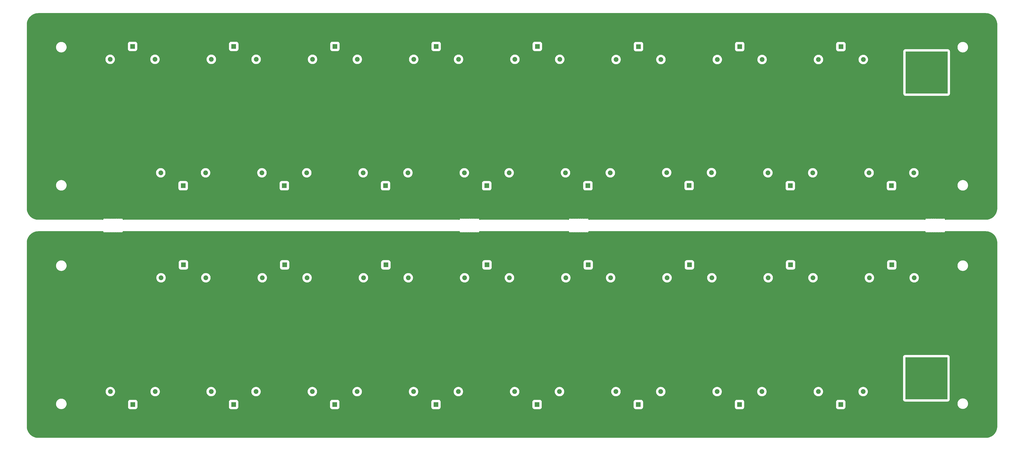
<source format=gbl>
G04 #@! TF.GenerationSoftware,KiCad,Pcbnew,7.0.2*
G04 #@! TF.CreationDate,2024-02-27T17:42:23-06:00*
G04 #@! TF.ProjectId,CapBankBreakout,43617042-616e-46b4-9272-65616b6f7574,rev?*
G04 #@! TF.SameCoordinates,Original*
G04 #@! TF.FileFunction,Copper,L2,Bot*
G04 #@! TF.FilePolarity,Positive*
%FSLAX46Y46*%
G04 Gerber Fmt 4.6, Leading zero omitted, Abs format (unit mm)*
G04 Created by KiCad (PCBNEW 7.0.2) date 2024-02-27 17:42:23*
%MOMM*%
%LPD*%
G01*
G04 APERTURE LIST*
G04 #@! TA.AperFunction,ComponentPad*
%ADD10R,18.288000X18.288000*%
G04 #@! TD*
G04 #@! TA.AperFunction,ComponentPad*
%ADD11R,2.082800X2.082800*%
G04 #@! TD*
G04 #@! TA.AperFunction,ComponentPad*
%ADD12C,2.082800*%
G04 #@! TD*
G04 APERTURE END LIST*
D10*
X135585000Y-168965000D03*
D11*
X216994998Y-180175709D03*
D12*
X216994998Y-157675709D03*
X226737784Y-174550709D03*
X207252212Y-174550709D03*
D11*
X414927000Y-275457559D03*
D12*
X414927000Y-252957559D03*
X424669786Y-269832559D03*
X405184214Y-269832559D03*
D11*
X282927000Y-275457559D03*
D12*
X282927000Y-252957559D03*
X292669786Y-269832559D03*
X273184214Y-269832559D03*
D11*
X349130000Y-214649968D03*
D12*
X349130000Y-237149968D03*
X339387214Y-220274968D03*
X358872786Y-220274968D03*
D11*
X282994998Y-119495409D03*
D12*
X282994998Y-141995409D03*
X273252212Y-125120409D03*
X292737784Y-125120409D03*
D11*
X437130000Y-214649968D03*
D12*
X437130000Y-237149968D03*
X427387214Y-220274968D03*
X446872786Y-220274968D03*
D11*
X481130000Y-214649968D03*
D12*
X481130000Y-237149968D03*
X471387214Y-220274968D03*
X490872786Y-220274968D03*
D10*
X496160000Y-264027559D03*
D11*
X326898000Y-275457559D03*
D12*
X326898000Y-252957559D03*
X336640786Y-269832559D03*
X317155214Y-269832559D03*
D11*
X172994998Y-180175709D03*
D12*
X172994998Y-157675709D03*
X182737784Y-174550709D03*
X163252212Y-174550709D03*
D11*
X436994998Y-180175709D03*
D12*
X436994998Y-157675709D03*
X446737784Y-174550709D03*
X427252212Y-174550709D03*
D11*
X458994998Y-119585559D03*
D12*
X458994998Y-142085559D03*
X449252212Y-125210559D03*
X468737784Y-125210559D03*
D11*
X217130000Y-214649968D03*
D12*
X217130000Y-237149968D03*
X207387214Y-220274968D03*
X226872786Y-220274968D03*
D10*
X135480000Y-225927559D03*
D11*
X150994998Y-119495409D03*
D12*
X150994998Y-141995409D03*
X141252212Y-125120409D03*
X160737784Y-125120409D03*
D11*
X326994998Y-119495409D03*
D12*
X326994998Y-141995409D03*
X317252212Y-125120409D03*
X336737784Y-125120409D03*
D11*
X392994998Y-180085559D03*
D12*
X392994998Y-157585559D03*
X402737784Y-174460559D03*
X383252212Y-174460559D03*
D11*
X370994998Y-119585559D03*
D12*
X370994998Y-142085559D03*
X361252212Y-125210559D03*
X380737784Y-125210559D03*
D11*
X238994998Y-119495409D03*
D12*
X238994998Y-141995409D03*
X229252212Y-125120409D03*
X248737784Y-125120409D03*
D11*
X480994998Y-180175709D03*
D12*
X480994998Y-157675709D03*
X490737784Y-174550709D03*
X471252212Y-174550709D03*
D11*
X458927000Y-275457559D03*
D12*
X458927000Y-252957559D03*
X468669786Y-269832559D03*
X449184214Y-269832559D03*
D11*
X304994998Y-180175709D03*
D12*
X304994998Y-157675709D03*
X314737784Y-174550709D03*
X295252212Y-174550709D03*
D11*
X393130000Y-214649968D03*
D12*
X393130000Y-237149968D03*
X383387214Y-220274968D03*
X402872786Y-220274968D03*
D11*
X260994998Y-180175709D03*
D12*
X260994998Y-157675709D03*
X270737784Y-174550709D03*
X251252212Y-174550709D03*
D11*
X370927000Y-275457559D03*
D12*
X370927000Y-252957559D03*
X380669786Y-269832559D03*
X361184214Y-269832559D03*
D11*
X194927000Y-275457559D03*
D12*
X194927000Y-252957559D03*
X204669786Y-269832559D03*
X185184214Y-269832559D03*
D11*
X194994998Y-119495409D03*
D12*
X194994998Y-141995409D03*
X185252212Y-125120409D03*
X204737784Y-125120409D03*
D11*
X238927000Y-275457559D03*
D12*
X238927000Y-252957559D03*
X248669786Y-269832559D03*
X229184214Y-269832559D03*
D11*
X348994998Y-180175709D03*
D12*
X348994998Y-157675709D03*
X358737784Y-174550709D03*
X339252212Y-174550709D03*
D10*
X496265000Y-130865000D03*
D11*
X261130000Y-214649968D03*
D12*
X261130000Y-237149968D03*
X251387214Y-220274968D03*
X270872786Y-220274968D03*
D11*
X151079000Y-275457559D03*
D12*
X151079000Y-252957559D03*
X160821786Y-269832559D03*
X141336214Y-269832559D03*
D11*
X305130000Y-214649968D03*
D12*
X305130000Y-237149968D03*
X295387214Y-220274968D03*
X314872786Y-220274968D03*
D11*
X414994998Y-119585559D03*
D12*
X414994998Y-142085559D03*
X405252212Y-125210559D03*
X424737784Y-125210559D03*
D11*
X173130000Y-214649968D03*
D12*
X173130000Y-237149968D03*
X163387214Y-220274968D03*
X182872786Y-220274968D03*
G04 #@! TA.AperFunction,Conductor*
G36*
X504404156Y-199928472D02*
G01*
X504548449Y-199964037D01*
X504572707Y-199966982D01*
X504573403Y-199967067D01*
X504589985Y-199974203D01*
X504673951Y-199979486D01*
X504681100Y-199980143D01*
X504848748Y-200000500D01*
X504999901Y-200000500D01*
X521997439Y-200000500D01*
X522002562Y-200000605D01*
X522217318Y-200009488D01*
X522413453Y-200018052D01*
X522423332Y-200018882D01*
X522636792Y-200045489D01*
X522834966Y-200071580D01*
X522844166Y-200073147D01*
X523054202Y-200117187D01*
X523250400Y-200160684D01*
X523258889Y-200162886D01*
X523464544Y-200224112D01*
X523656707Y-200284702D01*
X523664446Y-200287428D01*
X523863363Y-200365046D01*
X523865513Y-200365911D01*
X524051024Y-200442752D01*
X524057972Y-200445886D01*
X524225903Y-200527982D01*
X524249587Y-200539561D01*
X524252383Y-200540972D01*
X524430420Y-200633652D01*
X524436636Y-200637118D01*
X524619793Y-200746255D01*
X524622929Y-200748187D01*
X524686491Y-200788681D01*
X524792282Y-200856078D01*
X524797710Y-200859741D01*
X524971184Y-200983599D01*
X524974616Y-200986140D01*
X525133912Y-201108372D01*
X525138567Y-201112126D01*
X525301226Y-201249891D01*
X525304838Y-201253072D01*
X525452925Y-201388769D01*
X525456807Y-201392486D01*
X525607512Y-201543191D01*
X525611232Y-201547076D01*
X525746921Y-201695155D01*
X525750107Y-201698772D01*
X525887872Y-201861431D01*
X525891626Y-201866086D01*
X526013858Y-202025382D01*
X526016399Y-202028814D01*
X526140257Y-202202288D01*
X526143920Y-202207716D01*
X526251800Y-202377052D01*
X526253743Y-202380205D01*
X526362880Y-202563362D01*
X526366346Y-202569578D01*
X526459026Y-202747615D01*
X526460437Y-202750411D01*
X526554099Y-202941997D01*
X526557260Y-202949005D01*
X526634051Y-203134395D01*
X526635008Y-203136774D01*
X526712559Y-203335523D01*
X526715302Y-203343309D01*
X526775899Y-203535496D01*
X526837107Y-203741089D01*
X526839320Y-203749623D01*
X526882818Y-203945826D01*
X526926845Y-204155804D01*
X526928422Y-204165060D01*
X526954524Y-204363318D01*
X526981114Y-204576643D01*
X526981948Y-204586570D01*
X526990513Y-204782728D01*
X526999394Y-204997438D01*
X526999500Y-205002562D01*
X526999500Y-284997441D01*
X526999394Y-285002563D01*
X526990513Y-285217382D01*
X526981957Y-285413426D01*
X526981123Y-285423354D01*
X526954537Y-285636674D01*
X526928436Y-285834950D01*
X526926858Y-285844208D01*
X526882828Y-286054216D01*
X526839344Y-286250370D01*
X526837130Y-286258907D01*
X526775923Y-286464512D01*
X526715327Y-286656702D01*
X526712587Y-286664480D01*
X526635022Y-286863269D01*
X526634065Y-286865647D01*
X526557290Y-287051002D01*
X526554130Y-287058010D01*
X526460476Y-287249586D01*
X526459065Y-287252382D01*
X526366366Y-287430460D01*
X526362899Y-287436678D01*
X526253771Y-287619819D01*
X526251829Y-287622969D01*
X526143963Y-287792288D01*
X526140300Y-287797716D01*
X526016429Y-287971212D01*
X526013887Y-287974647D01*
X525891652Y-288133946D01*
X525887899Y-288138600D01*
X525750146Y-288301245D01*
X525746946Y-288304877D01*
X525611272Y-288452940D01*
X525607530Y-288456848D01*
X525456848Y-288607530D01*
X525452940Y-288611272D01*
X525304877Y-288746946D01*
X525301245Y-288750146D01*
X525138600Y-288887899D01*
X525133946Y-288891652D01*
X524974647Y-289013887D01*
X524971212Y-289016429D01*
X524797716Y-289140300D01*
X524792288Y-289143963D01*
X524622969Y-289251829D01*
X524619819Y-289253771D01*
X524436678Y-289362899D01*
X524430460Y-289366366D01*
X524252382Y-289459065D01*
X524249586Y-289460476D01*
X524058010Y-289554130D01*
X524051002Y-289557290D01*
X523865647Y-289634065D01*
X523863269Y-289635022D01*
X523664484Y-289712586D01*
X523656696Y-289715329D01*
X523464513Y-289775922D01*
X523258906Y-289837131D01*
X523250372Y-289839344D01*
X523054217Y-289882828D01*
X522844207Y-289926859D01*
X522834951Y-289928436D01*
X522636675Y-289954537D01*
X522423354Y-289981123D01*
X522413427Y-289981957D01*
X522217383Y-289990513D01*
X522002564Y-289999394D01*
X521997442Y-289999500D01*
X110002562Y-289999500D01*
X109997437Y-289999394D01*
X109782728Y-289990513D01*
X109586571Y-289981948D01*
X109576643Y-289981114D01*
X109363320Y-289954524D01*
X109165062Y-289928423D01*
X109155803Y-289926845D01*
X108945826Y-289882818D01*
X108749624Y-289839321D01*
X108741086Y-289837106D01*
X108535496Y-289775899D01*
X108343305Y-289715301D01*
X108335528Y-289712561D01*
X108206985Y-289662404D01*
X108136734Y-289634991D01*
X108134395Y-289634051D01*
X107949005Y-289557260D01*
X107941997Y-289554099D01*
X107750411Y-289460437D01*
X107747615Y-289459026D01*
X107569578Y-289366346D01*
X107563362Y-289362880D01*
X107380205Y-289253743D01*
X107377052Y-289251800D01*
X107207716Y-289143920D01*
X107202288Y-289140257D01*
X107028814Y-289016399D01*
X107025382Y-289013858D01*
X106866086Y-288891626D01*
X106861431Y-288887872D01*
X106698772Y-288750107D01*
X106695155Y-288746921D01*
X106547076Y-288611232D01*
X106543191Y-288607512D01*
X106392486Y-288456807D01*
X106388769Y-288452925D01*
X106253072Y-288304838D01*
X106249891Y-288301226D01*
X106112126Y-288138567D01*
X106108372Y-288133912D01*
X105986140Y-287974616D01*
X105983599Y-287971184D01*
X105859741Y-287797710D01*
X105856078Y-287792282D01*
X105748198Y-287622946D01*
X105746255Y-287619793D01*
X105637118Y-287436636D01*
X105633652Y-287430420D01*
X105540972Y-287252383D01*
X105539561Y-287249587D01*
X105514389Y-287198098D01*
X105445886Y-287057972D01*
X105442752Y-287051024D01*
X105365911Y-286865513D01*
X105365046Y-286863363D01*
X105287431Y-286664453D01*
X105284696Y-286656689D01*
X105224100Y-286464503D01*
X105162884Y-286258883D01*
X105160678Y-286250375D01*
X105117181Y-286054173D01*
X105111497Y-286027064D01*
X105073149Y-285844175D01*
X105071576Y-285834937D01*
X105045489Y-285636792D01*
X105018882Y-285423334D01*
X105018052Y-285413455D01*
X105009488Y-285217318D01*
X105000605Y-285002562D01*
X105000500Y-284997439D01*
X105000500Y-275190000D01*
X117708594Y-275190000D01*
X117708859Y-275194043D01*
X117708859Y-275194044D01*
X117715938Y-275302056D01*
X117714502Y-275308468D01*
X117717558Y-275331186D01*
X117718398Y-275339597D01*
X117718839Y-275346320D01*
X117719105Y-275354436D01*
X117719105Y-275372949D01*
X117721060Y-275380200D01*
X117728197Y-275489089D01*
X117728986Y-275493058D01*
X117728988Y-275493069D01*
X117750727Y-275602356D01*
X117750063Y-275609766D01*
X117756708Y-275634023D01*
X117758730Y-275642587D01*
X117760154Y-275649745D01*
X117761430Y-275657410D01*
X117763567Y-275673302D01*
X117765999Y-275679133D01*
X117769532Y-275696893D01*
X117786672Y-275783060D01*
X117787972Y-275786891D01*
X117787976Y-275786904D01*
X117824823Y-275895449D01*
X117825168Y-275903745D01*
X117835765Y-275928734D01*
X117839025Y-275937288D01*
X117841738Y-275945281D01*
X117843912Y-275952375D01*
X117847396Y-275965093D01*
X117849963Y-275969510D01*
X117881709Y-276063032D01*
X117881713Y-276063042D01*
X117883017Y-276066883D01*
X117884810Y-276070519D01*
X117884813Y-276070526D01*
X117936930Y-276176208D01*
X117938498Y-276185208D01*
X117953222Y-276210067D01*
X117957748Y-276218422D01*
X117962299Y-276227652D01*
X117965242Y-276234076D01*
X117969123Y-276243227D01*
X117971487Y-276246283D01*
X118015584Y-276335703D01*
X118017835Y-276339072D01*
X118017838Y-276339077D01*
X118047293Y-276383159D01*
X118068298Y-276414596D01*
X118085098Y-276439738D01*
X118088075Y-276449245D01*
X118106959Y-276473159D01*
X118112748Y-276481120D01*
X118119835Y-276491727D01*
X118123419Y-276497419D01*
X118126584Y-276502762D01*
X118128434Y-276504596D01*
X118179482Y-276580995D01*
X118182105Y-276584920D01*
X118184780Y-276587970D01*
X118184786Y-276587978D01*
X118266733Y-276681420D01*
X118271268Y-276691196D01*
X118294200Y-276713374D01*
X118301226Y-276720751D01*
X118311731Y-276732730D01*
X118315816Y-276737637D01*
X118317010Y-276739149D01*
X118318054Y-276739940D01*
X118379731Y-276810269D01*
X118469718Y-276889186D01*
X118478670Y-276897036D01*
X118484868Y-276906808D01*
X118511554Y-276926470D01*
X118519761Y-276933072D01*
X118534752Y-276946219D01*
X118536756Y-276948065D01*
X118537039Y-276948225D01*
X118605080Y-277007895D01*
X118608462Y-277010154D01*
X118608461Y-277010154D01*
X118717200Y-277082811D01*
X118725120Y-277092288D01*
X118755174Y-277108758D01*
X118764468Y-277114394D01*
X118854297Y-277174416D01*
X118857935Y-277176210D01*
X118857937Y-277176211D01*
X118978151Y-277235494D01*
X118987808Y-277244378D01*
X119020732Y-277257059D01*
X119031010Y-277261561D01*
X119123117Y-277306983D01*
X119126965Y-277308289D01*
X119126967Y-277308290D01*
X119256973Y-277352421D01*
X119268320Y-277360399D01*
X119303495Y-277368782D01*
X119314592Y-277371980D01*
X119406940Y-277403328D01*
X119548793Y-277431544D01*
X119561743Y-277438318D01*
X119598512Y-277442017D01*
X119610276Y-277443774D01*
X119700911Y-277461803D01*
X119848488Y-277471475D01*
X119862896Y-277476751D01*
X119900533Y-277475493D01*
X119912789Y-277475690D01*
X119995943Y-277481141D01*
X119995957Y-277481141D01*
X120000000Y-277481406D01*
X120150848Y-277471519D01*
X120166519Y-277475025D01*
X120204260Y-277468660D01*
X120216773Y-277467198D01*
X120299089Y-277461803D01*
X120450580Y-277431669D01*
X120467277Y-277433163D01*
X120504364Y-277421659D01*
X120516908Y-277418475D01*
X120593060Y-277403328D01*
X120742426Y-277352624D01*
X120759869Y-277351897D01*
X120795526Y-277335351D01*
X120807847Y-277330417D01*
X120876883Y-277306983D01*
X121021307Y-277235760D01*
X121039176Y-277232646D01*
X121072660Y-277211271D01*
X121084525Y-277204585D01*
X121145703Y-277174416D01*
X121282334Y-277083121D01*
X121300283Y-277077501D01*
X121330887Y-277051627D01*
X121342032Y-277043233D01*
X121394920Y-277007895D01*
X121520937Y-276897380D01*
X121538599Y-276889186D01*
X121565691Y-276859232D01*
X121575885Y-276849192D01*
X121620269Y-276810269D01*
X121732960Y-276681768D01*
X121749945Y-276670995D01*
X121772948Y-276637487D01*
X121781951Y-276625906D01*
X121817895Y-276584920D01*
X121838373Y-276554273D01*
X149037100Y-276554273D01*
X149037101Y-276556995D01*
X149037342Y-276559710D01*
X149037343Y-276559724D01*
X149047714Y-276676376D01*
X149103691Y-276872009D01*
X149193121Y-277043214D01*
X149197902Y-277052366D01*
X149326491Y-277210068D01*
X149484193Y-277338657D01*
X149664551Y-277432868D01*
X149860182Y-277488845D01*
X149979563Y-277499459D01*
X152178436Y-277499458D01*
X152297818Y-277488845D01*
X152493449Y-277432868D01*
X152673807Y-277338657D01*
X152831509Y-277210068D01*
X152960098Y-277052366D01*
X153054309Y-276872008D01*
X153110286Y-276676377D01*
X153120900Y-276556996D01*
X153120900Y-276554273D01*
X192885100Y-276554273D01*
X192885101Y-276556995D01*
X192885342Y-276559710D01*
X192885343Y-276559724D01*
X192895714Y-276676376D01*
X192951691Y-276872009D01*
X193041121Y-277043214D01*
X193045902Y-277052366D01*
X193174491Y-277210068D01*
X193332193Y-277338657D01*
X193512551Y-277432868D01*
X193708182Y-277488845D01*
X193827563Y-277499459D01*
X196026436Y-277499458D01*
X196145818Y-277488845D01*
X196341449Y-277432868D01*
X196521807Y-277338657D01*
X196679509Y-277210068D01*
X196808098Y-277052366D01*
X196902309Y-276872008D01*
X196958286Y-276676377D01*
X196968900Y-276556996D01*
X196968900Y-276554273D01*
X236885100Y-276554273D01*
X236885101Y-276556995D01*
X236885342Y-276559710D01*
X236885343Y-276559724D01*
X236895714Y-276676376D01*
X236951691Y-276872009D01*
X237041121Y-277043214D01*
X237045902Y-277052366D01*
X237174491Y-277210068D01*
X237332193Y-277338657D01*
X237512551Y-277432868D01*
X237708182Y-277488845D01*
X237827563Y-277499459D01*
X240026436Y-277499458D01*
X240145818Y-277488845D01*
X240341449Y-277432868D01*
X240521807Y-277338657D01*
X240679509Y-277210068D01*
X240808098Y-277052366D01*
X240902309Y-276872008D01*
X240958286Y-276676377D01*
X240968900Y-276556996D01*
X240968900Y-276554273D01*
X280885100Y-276554273D01*
X280885101Y-276556995D01*
X280885342Y-276559710D01*
X280885343Y-276559724D01*
X280895714Y-276676376D01*
X280951691Y-276872009D01*
X281041121Y-277043214D01*
X281045902Y-277052366D01*
X281174491Y-277210068D01*
X281332193Y-277338657D01*
X281512551Y-277432868D01*
X281708182Y-277488845D01*
X281827563Y-277499459D01*
X284026436Y-277499458D01*
X284145818Y-277488845D01*
X284341449Y-277432868D01*
X284521807Y-277338657D01*
X284679509Y-277210068D01*
X284808098Y-277052366D01*
X284902309Y-276872008D01*
X284958286Y-276676377D01*
X284968900Y-276556996D01*
X284968900Y-276554273D01*
X324856100Y-276554273D01*
X324856101Y-276556995D01*
X324856342Y-276559710D01*
X324856343Y-276559724D01*
X324866714Y-276676376D01*
X324922691Y-276872009D01*
X325012121Y-277043214D01*
X325016902Y-277052366D01*
X325145491Y-277210068D01*
X325303193Y-277338657D01*
X325483551Y-277432868D01*
X325679182Y-277488845D01*
X325798563Y-277499459D01*
X327997436Y-277499458D01*
X328116818Y-277488845D01*
X328312449Y-277432868D01*
X328492807Y-277338657D01*
X328650509Y-277210068D01*
X328779098Y-277052366D01*
X328873309Y-276872008D01*
X328929286Y-276676377D01*
X328939900Y-276556996D01*
X328939900Y-276554273D01*
X368885100Y-276554273D01*
X368885101Y-276556995D01*
X368885342Y-276559710D01*
X368885343Y-276559724D01*
X368895714Y-276676376D01*
X368951691Y-276872009D01*
X369041121Y-277043214D01*
X369045902Y-277052366D01*
X369174491Y-277210068D01*
X369332193Y-277338657D01*
X369512551Y-277432868D01*
X369708182Y-277488845D01*
X369827563Y-277499459D01*
X372026436Y-277499458D01*
X372145818Y-277488845D01*
X372341449Y-277432868D01*
X372521807Y-277338657D01*
X372679509Y-277210068D01*
X372808098Y-277052366D01*
X372902309Y-276872008D01*
X372958286Y-276676377D01*
X372968900Y-276556996D01*
X372968900Y-276554273D01*
X412885100Y-276554273D01*
X412885101Y-276556995D01*
X412885342Y-276559710D01*
X412885343Y-276559724D01*
X412895714Y-276676376D01*
X412951691Y-276872009D01*
X413041121Y-277043214D01*
X413045902Y-277052366D01*
X413174491Y-277210068D01*
X413332193Y-277338657D01*
X413512551Y-277432868D01*
X413708182Y-277488845D01*
X413827563Y-277499459D01*
X416026436Y-277499458D01*
X416145818Y-277488845D01*
X416341449Y-277432868D01*
X416521807Y-277338657D01*
X416679509Y-277210068D01*
X416808098Y-277052366D01*
X416902309Y-276872008D01*
X416958286Y-276676377D01*
X416968900Y-276556996D01*
X416968900Y-276554273D01*
X456885100Y-276554273D01*
X456885101Y-276556995D01*
X456885342Y-276559710D01*
X456885343Y-276559724D01*
X456895714Y-276676376D01*
X456951691Y-276872009D01*
X457041121Y-277043214D01*
X457045902Y-277052366D01*
X457174491Y-277210068D01*
X457332193Y-277338657D01*
X457512551Y-277432868D01*
X457708182Y-277488845D01*
X457827563Y-277499459D01*
X460026436Y-277499458D01*
X460145818Y-277488845D01*
X460341449Y-277432868D01*
X460521807Y-277338657D01*
X460679509Y-277210068D01*
X460808098Y-277052366D01*
X460902309Y-276872008D01*
X460958286Y-276676377D01*
X460968900Y-276556996D01*
X460968899Y-275100000D01*
X509708594Y-275100000D01*
X509708859Y-275104043D01*
X509708859Y-275104044D01*
X509715938Y-275212056D01*
X509714502Y-275218468D01*
X509717558Y-275241186D01*
X509718398Y-275249597D01*
X509718838Y-275256305D01*
X509719104Y-275264421D01*
X509719104Y-275282944D01*
X509721060Y-275290199D01*
X509728197Y-275399089D01*
X509728986Y-275403058D01*
X509728988Y-275403069D01*
X509750727Y-275512356D01*
X509750063Y-275519766D01*
X509756708Y-275544023D01*
X509758730Y-275552587D01*
X509760154Y-275559745D01*
X509761430Y-275567410D01*
X509763567Y-275583302D01*
X509765999Y-275589133D01*
X509776632Y-275642587D01*
X509786672Y-275693060D01*
X509787972Y-275696891D01*
X509787976Y-275696904D01*
X509824823Y-275805449D01*
X509825168Y-275813745D01*
X509835765Y-275838734D01*
X509839025Y-275847288D01*
X509841738Y-275855281D01*
X509843912Y-275862375D01*
X509847396Y-275875093D01*
X509849963Y-275879510D01*
X509881709Y-275973032D01*
X509881713Y-275973042D01*
X509883017Y-275976883D01*
X509884810Y-275980519D01*
X509884813Y-275980526D01*
X509936930Y-276086208D01*
X509938498Y-276095208D01*
X509953222Y-276120067D01*
X509957748Y-276128422D01*
X509962299Y-276137652D01*
X509965242Y-276144076D01*
X509969123Y-276153227D01*
X509971487Y-276156283D01*
X510002130Y-276218422D01*
X510015584Y-276245703D01*
X510017835Y-276249072D01*
X510017838Y-276249077D01*
X510052052Y-276300282D01*
X510077976Y-276339080D01*
X510085098Y-276349738D01*
X510088075Y-276359245D01*
X510106959Y-276383159D01*
X510112748Y-276391120D01*
X510119835Y-276401727D01*
X510123419Y-276407419D01*
X510126584Y-276412762D01*
X510128434Y-276414596D01*
X510145449Y-276440061D01*
X510182105Y-276494920D01*
X510184780Y-276497970D01*
X510184786Y-276497978D01*
X510266733Y-276591420D01*
X510271268Y-276601196D01*
X510294200Y-276623374D01*
X510301226Y-276630751D01*
X510311731Y-276642730D01*
X510315816Y-276647637D01*
X510317010Y-276649149D01*
X510318054Y-276649940D01*
X510379731Y-276720269D01*
X510477594Y-276806093D01*
X510478670Y-276807036D01*
X510484868Y-276816808D01*
X510511554Y-276836470D01*
X510519761Y-276843072D01*
X510534752Y-276856219D01*
X510536756Y-276858065D01*
X510537039Y-276858225D01*
X510605080Y-276917895D01*
X510627794Y-276933072D01*
X510717200Y-276992811D01*
X510725120Y-277002288D01*
X510755174Y-277018758D01*
X510764468Y-277024394D01*
X510854297Y-277084416D01*
X510857935Y-277086210D01*
X510857937Y-277086211D01*
X510978151Y-277145494D01*
X510987808Y-277154378D01*
X511020732Y-277167059D01*
X511031010Y-277171561D01*
X511123117Y-277216983D01*
X511126965Y-277218289D01*
X511126967Y-277218290D01*
X511178435Y-277235761D01*
X511254439Y-277261561D01*
X511256973Y-277262421D01*
X511268320Y-277270399D01*
X511303495Y-277278782D01*
X511314592Y-277281980D01*
X511406940Y-277313328D01*
X511548793Y-277341544D01*
X511561743Y-277348318D01*
X511598512Y-277352017D01*
X511610276Y-277353774D01*
X511700911Y-277371803D01*
X511848488Y-277381475D01*
X511862896Y-277386751D01*
X511900533Y-277385493D01*
X511912789Y-277385690D01*
X511995943Y-277391141D01*
X511995957Y-277391141D01*
X512000000Y-277391406D01*
X512150848Y-277381519D01*
X512166519Y-277385025D01*
X512204260Y-277378660D01*
X512216773Y-277377198D01*
X512299089Y-277371803D01*
X512450580Y-277341669D01*
X512467277Y-277343163D01*
X512504364Y-277331659D01*
X512516908Y-277328475D01*
X512593060Y-277313328D01*
X512742426Y-277262624D01*
X512759869Y-277261897D01*
X512795526Y-277245351D01*
X512807847Y-277240417D01*
X512876883Y-277216983D01*
X513021307Y-277145760D01*
X513039176Y-277142646D01*
X513072660Y-277121271D01*
X513084525Y-277114585D01*
X513145703Y-277084416D01*
X513282334Y-276993121D01*
X513300283Y-276987501D01*
X513330887Y-276961627D01*
X513342032Y-276953233D01*
X513394920Y-276917895D01*
X513520937Y-276807380D01*
X513538599Y-276799186D01*
X513565691Y-276769232D01*
X513575885Y-276759192D01*
X513620269Y-276720269D01*
X513732960Y-276591768D01*
X513749945Y-276580995D01*
X513772948Y-276547487D01*
X513781951Y-276535906D01*
X513817895Y-276494920D01*
X513914688Y-276350058D01*
X513930612Y-276336749D01*
X513949040Y-276300282D01*
X513956612Y-276287314D01*
X513984416Y-276245703D01*
X514062933Y-276086485D01*
X514077408Y-276070751D01*
X514090869Y-276031986D01*
X514096790Y-276017828D01*
X514116983Y-275976883D01*
X514175106Y-275805655D01*
X514187762Y-275787657D01*
X514195964Y-275747305D01*
X514200054Y-275732162D01*
X514213328Y-275693060D01*
X514271803Y-275399089D01*
X514291406Y-275100000D01*
X514271803Y-274800911D01*
X514213328Y-274506940D01*
X514200056Y-274467842D01*
X514195963Y-274452692D01*
X514189243Y-274419633D01*
X514175108Y-274394348D01*
X514163742Y-274360866D01*
X514116983Y-274223117D01*
X514096791Y-274182173D01*
X514090871Y-274168017D01*
X514079781Y-274136080D01*
X514062933Y-274113514D01*
X513986211Y-273957936D01*
X513986207Y-273957930D01*
X513984416Y-273954297D01*
X513956610Y-273912683D01*
X513949042Y-273899721D01*
X513933778Y-273869514D01*
X513914688Y-273849941D01*
X513820154Y-273708461D01*
X513817895Y-273705080D01*
X513781948Y-273664090D01*
X513772950Y-273652515D01*
X513753795Y-273624610D01*
X513732961Y-273608231D01*
X513623931Y-273483907D01*
X513620269Y-273479731D01*
X513575903Y-273440823D01*
X513565698Y-273430773D01*
X513543016Y-273405695D01*
X513520938Y-273392620D01*
X513397978Y-273284786D01*
X513397970Y-273284780D01*
X513394920Y-273282105D01*
X513342060Y-273246785D01*
X513330895Y-273238377D01*
X513305138Y-273216601D01*
X513282333Y-273206877D01*
X513149077Y-273117838D01*
X513149072Y-273117835D01*
X513145703Y-273115584D01*
X513142067Y-273113791D01*
X513142062Y-273113788D01*
X513084547Y-273085425D01*
X513072669Y-273078732D01*
X513044351Y-273060655D01*
X513021309Y-273054240D01*
X513001864Y-273044651D01*
X512876883Y-272983017D01*
X512862027Y-272977974D01*
X512807871Y-272959590D01*
X512795535Y-272954651D01*
X512765223Y-272940585D01*
X512742426Y-272937375D01*
X512596904Y-272887976D01*
X512596891Y-272887972D01*
X512593060Y-272886672D01*
X512589083Y-272885881D01*
X512589076Y-272885879D01*
X512531408Y-272874408D01*
X512516923Y-272871527D01*
X512504379Y-272868344D01*
X512472690Y-272858514D01*
X512450579Y-272858330D01*
X512303068Y-272828988D01*
X512303060Y-272828987D01*
X512299089Y-272828197D01*
X512295046Y-272827932D01*
X512295031Y-272827930D01*
X512216788Y-272822801D01*
X512204276Y-272821340D01*
X512171878Y-272815875D01*
X512150849Y-272818481D01*
X512000000Y-272808594D01*
X511995957Y-272808859D01*
X511995956Y-272808859D01*
X511912798Y-272814309D01*
X511900546Y-272814505D01*
X511868078Y-272813419D01*
X511848489Y-272818523D01*
X511704968Y-272827930D01*
X511704951Y-272827932D01*
X511700911Y-272828197D01*
X511696943Y-272828986D01*
X511696930Y-272828988D01*
X511610301Y-272846220D01*
X511598523Y-272847980D01*
X511566651Y-272851186D01*
X511548793Y-272858455D01*
X511410920Y-272885880D01*
X511410915Y-272885881D01*
X511406940Y-272886672D01*
X511403106Y-272887973D01*
X511403104Y-272887974D01*
X511314624Y-272918009D01*
X511303513Y-272921211D01*
X511272877Y-272928512D01*
X511256976Y-272937577D01*
X511126963Y-272981711D01*
X511126956Y-272981713D01*
X511123117Y-272983017D01*
X511119487Y-272984807D01*
X511119480Y-272984810D01*
X511031012Y-273028438D01*
X511020737Y-273032939D01*
X510991941Y-273044029D01*
X510978154Y-273054504D01*
X510871939Y-273106883D01*
X510854297Y-273115584D01*
X510850923Y-273117838D01*
X510850915Y-273117843D01*
X510764478Y-273175598D01*
X510755181Y-273181237D01*
X510728774Y-273195708D01*
X510717201Y-273207187D01*
X510621345Y-273271237D01*
X510605080Y-273282105D01*
X510602029Y-273284780D01*
X510602022Y-273284786D01*
X510537040Y-273341774D01*
X510536819Y-273341876D01*
X510534736Y-273343795D01*
X510519764Y-273356924D01*
X510511565Y-273363519D01*
X510488015Y-273380871D01*
X510478671Y-273392962D01*
X510382779Y-273477057D01*
X510382771Y-273477064D01*
X510379731Y-273479731D01*
X510377064Y-273482771D01*
X510377056Y-273482780D01*
X510318053Y-273550060D01*
X510317209Y-273550595D01*
X510315795Y-273552386D01*
X510311712Y-273557291D01*
X510301226Y-273569248D01*
X510294202Y-273576623D01*
X510273881Y-273596275D01*
X510266735Y-273608577D01*
X510184786Y-273702022D01*
X510184780Y-273702029D01*
X510182105Y-273705080D01*
X510179846Y-273708459D01*
X510179845Y-273708462D01*
X510128434Y-273785403D01*
X510126918Y-273786669D01*
X510123403Y-273792604D01*
X510119822Y-273798291D01*
X510112758Y-273808864D01*
X510106969Y-273816826D01*
X510090158Y-273838113D01*
X510085099Y-273850259D01*
X510017836Y-273950925D01*
X510017829Y-273950937D01*
X510015584Y-273954297D01*
X510013011Y-273959514D01*
X509971487Y-274043716D01*
X509969504Y-274045870D01*
X509965238Y-274055931D01*
X509962294Y-274062356D01*
X509957752Y-274071567D01*
X509953229Y-274079917D01*
X509940067Y-274102139D01*
X509936931Y-274113788D01*
X509884816Y-274219467D01*
X509884810Y-274219479D01*
X509883017Y-274223117D01*
X509881713Y-274226956D01*
X509881711Y-274226963D01*
X509849963Y-274320489D01*
X509847739Y-274323651D01*
X509843909Y-274337632D01*
X509841735Y-274344728D01*
X509839025Y-274352711D01*
X509835768Y-274361257D01*
X509826261Y-274383676D01*
X509824824Y-274394548D01*
X509787976Y-274503100D01*
X509786672Y-274506940D01*
X509785882Y-274510907D01*
X509785880Y-274510918D01*
X509765999Y-274610866D01*
X509763782Y-274615102D01*
X509761431Y-274632590D01*
X509760153Y-274640259D01*
X509758730Y-274647411D01*
X509756709Y-274655972D01*
X509750725Y-274677815D01*
X509750727Y-274687642D01*
X509728988Y-274796930D01*
X509728986Y-274796943D01*
X509728197Y-274800911D01*
X509727932Y-274804951D01*
X509727930Y-274804968D01*
X509721059Y-274909799D01*
X509719104Y-274915137D01*
X509719104Y-274935578D01*
X509718838Y-274943697D01*
X509718398Y-274950403D01*
X509717558Y-274958810D01*
X509714797Y-274979336D01*
X509715938Y-274987942D01*
X509712500Y-275040403D01*
X509708594Y-275100000D01*
X460968899Y-275100000D01*
X460968899Y-274358123D01*
X460958286Y-274238741D01*
X460902309Y-274043110D01*
X460808098Y-273862752D01*
X460679509Y-273705050D01*
X460521807Y-273576461D01*
X460521806Y-273576460D01*
X460341450Y-273482250D01*
X460217990Y-273446924D01*
X460145818Y-273426273D01*
X460126706Y-273424573D01*
X460029164Y-273415901D01*
X460029153Y-273415900D01*
X460026437Y-273415659D01*
X460023693Y-273415659D01*
X457830307Y-273415659D01*
X457830284Y-273415659D01*
X457827564Y-273415660D01*
X457824849Y-273415901D01*
X457824834Y-273415902D01*
X457708182Y-273426273D01*
X457512549Y-273482250D01*
X457332193Y-273576460D01*
X457174491Y-273705050D01*
X457045901Y-273862752D01*
X456951691Y-274043108D01*
X456895714Y-274238741D01*
X456885342Y-274355394D01*
X456885341Y-274355406D01*
X456885100Y-274358122D01*
X456885100Y-274360864D01*
X456885100Y-274360865D01*
X456885100Y-276554251D01*
X456885100Y-276554273D01*
X416968900Y-276554273D01*
X416968899Y-274358123D01*
X416958286Y-274238741D01*
X416902309Y-274043110D01*
X416808098Y-273862752D01*
X416679509Y-273705050D01*
X416521807Y-273576461D01*
X416521806Y-273576460D01*
X416341450Y-273482250D01*
X416217990Y-273446924D01*
X416145818Y-273426273D01*
X416126706Y-273424573D01*
X416029164Y-273415901D01*
X416029153Y-273415900D01*
X416026437Y-273415659D01*
X416023693Y-273415659D01*
X413830307Y-273415659D01*
X413830284Y-273415659D01*
X413827564Y-273415660D01*
X413824849Y-273415901D01*
X413824834Y-273415902D01*
X413708182Y-273426273D01*
X413512549Y-273482250D01*
X413332193Y-273576460D01*
X413174491Y-273705050D01*
X413045901Y-273862752D01*
X412951691Y-274043108D01*
X412895714Y-274238741D01*
X412885342Y-274355394D01*
X412885341Y-274355406D01*
X412885100Y-274358122D01*
X412885100Y-274360864D01*
X412885100Y-274360865D01*
X412885100Y-276554251D01*
X412885100Y-276554273D01*
X372968900Y-276554273D01*
X372968899Y-274358123D01*
X372958286Y-274238741D01*
X372902309Y-274043110D01*
X372808098Y-273862752D01*
X372679509Y-273705050D01*
X372521807Y-273576461D01*
X372521806Y-273576460D01*
X372341450Y-273482250D01*
X372217990Y-273446924D01*
X372145818Y-273426273D01*
X372126706Y-273424573D01*
X372029164Y-273415901D01*
X372029153Y-273415900D01*
X372026437Y-273415659D01*
X372023693Y-273415659D01*
X369830307Y-273415659D01*
X369830284Y-273415659D01*
X369827564Y-273415660D01*
X369824849Y-273415901D01*
X369824834Y-273415902D01*
X369708182Y-273426273D01*
X369512549Y-273482250D01*
X369332193Y-273576460D01*
X369174491Y-273705050D01*
X369045901Y-273862752D01*
X368951691Y-274043108D01*
X368895714Y-274238741D01*
X368885342Y-274355394D01*
X368885341Y-274355406D01*
X368885100Y-274358122D01*
X368885100Y-274360864D01*
X368885100Y-274360865D01*
X368885100Y-276554251D01*
X368885100Y-276554273D01*
X328939900Y-276554273D01*
X328939899Y-274358123D01*
X328929286Y-274238741D01*
X328873309Y-274043110D01*
X328779098Y-273862752D01*
X328650509Y-273705050D01*
X328492807Y-273576461D01*
X328492806Y-273576460D01*
X328312450Y-273482250D01*
X328188990Y-273446924D01*
X328116818Y-273426273D01*
X328097706Y-273424573D01*
X328000164Y-273415901D01*
X328000153Y-273415900D01*
X327997437Y-273415659D01*
X327994693Y-273415659D01*
X325801307Y-273415659D01*
X325801284Y-273415659D01*
X325798564Y-273415660D01*
X325795849Y-273415901D01*
X325795834Y-273415902D01*
X325679182Y-273426273D01*
X325483549Y-273482250D01*
X325303193Y-273576460D01*
X325145491Y-273705050D01*
X325016901Y-273862752D01*
X324922691Y-274043108D01*
X324866714Y-274238741D01*
X324856342Y-274355394D01*
X324856341Y-274355406D01*
X324856100Y-274358122D01*
X324856100Y-274360864D01*
X324856100Y-274360865D01*
X324856100Y-276554251D01*
X324856100Y-276554273D01*
X284968900Y-276554273D01*
X284968899Y-274358123D01*
X284958286Y-274238741D01*
X284902309Y-274043110D01*
X284808098Y-273862752D01*
X284679509Y-273705050D01*
X284521807Y-273576461D01*
X284521806Y-273576460D01*
X284341450Y-273482250D01*
X284217990Y-273446924D01*
X284145818Y-273426273D01*
X284126706Y-273424573D01*
X284029164Y-273415901D01*
X284029153Y-273415900D01*
X284026437Y-273415659D01*
X284023693Y-273415659D01*
X281830307Y-273415659D01*
X281830284Y-273415659D01*
X281827564Y-273415660D01*
X281824849Y-273415901D01*
X281824834Y-273415902D01*
X281708182Y-273426273D01*
X281512549Y-273482250D01*
X281332193Y-273576460D01*
X281174491Y-273705050D01*
X281045901Y-273862752D01*
X280951691Y-274043108D01*
X280895714Y-274238741D01*
X280885342Y-274355394D01*
X280885341Y-274355406D01*
X280885100Y-274358122D01*
X280885100Y-274360864D01*
X280885100Y-274360865D01*
X280885100Y-276554251D01*
X280885100Y-276554273D01*
X240968900Y-276554273D01*
X240968899Y-274358123D01*
X240958286Y-274238741D01*
X240902309Y-274043110D01*
X240808098Y-273862752D01*
X240679509Y-273705050D01*
X240521807Y-273576461D01*
X240521806Y-273576460D01*
X240341450Y-273482250D01*
X240217990Y-273446924D01*
X240145818Y-273426273D01*
X240126706Y-273424573D01*
X240029164Y-273415901D01*
X240029153Y-273415900D01*
X240026437Y-273415659D01*
X240023693Y-273415659D01*
X237830307Y-273415659D01*
X237830284Y-273415659D01*
X237827564Y-273415660D01*
X237824849Y-273415901D01*
X237824834Y-273415902D01*
X237708182Y-273426273D01*
X237512549Y-273482250D01*
X237332193Y-273576460D01*
X237174491Y-273705050D01*
X237045901Y-273862752D01*
X236951691Y-274043108D01*
X236895714Y-274238741D01*
X236885342Y-274355394D01*
X236885341Y-274355406D01*
X236885100Y-274358122D01*
X236885100Y-274360864D01*
X236885100Y-274360865D01*
X236885100Y-276554251D01*
X236885100Y-276554273D01*
X196968900Y-276554273D01*
X196968899Y-274358123D01*
X196958286Y-274238741D01*
X196902309Y-274043110D01*
X196808098Y-273862752D01*
X196679509Y-273705050D01*
X196521807Y-273576461D01*
X196521806Y-273576460D01*
X196341450Y-273482250D01*
X196217990Y-273446924D01*
X196145818Y-273426273D01*
X196126706Y-273424573D01*
X196029164Y-273415901D01*
X196029153Y-273415900D01*
X196026437Y-273415659D01*
X196023693Y-273415659D01*
X193830307Y-273415659D01*
X193830284Y-273415659D01*
X193827564Y-273415660D01*
X193824849Y-273415901D01*
X193824834Y-273415902D01*
X193708182Y-273426273D01*
X193512549Y-273482250D01*
X193332193Y-273576460D01*
X193174491Y-273705050D01*
X193045901Y-273862752D01*
X192951691Y-274043108D01*
X192895714Y-274238741D01*
X192885342Y-274355394D01*
X192885341Y-274355406D01*
X192885100Y-274358122D01*
X192885100Y-274360864D01*
X192885100Y-274360865D01*
X192885100Y-276554251D01*
X192885100Y-276554273D01*
X153120900Y-276554273D01*
X153120899Y-274358123D01*
X153110286Y-274238741D01*
X153054309Y-274043110D01*
X152960098Y-273862752D01*
X152831509Y-273705050D01*
X152673807Y-273576461D01*
X152673806Y-273576460D01*
X152493450Y-273482250D01*
X152369990Y-273446924D01*
X152297818Y-273426273D01*
X152278706Y-273424573D01*
X152181164Y-273415901D01*
X152181153Y-273415900D01*
X152178437Y-273415659D01*
X152175693Y-273415659D01*
X149982307Y-273415659D01*
X149982284Y-273415659D01*
X149979564Y-273415660D01*
X149976849Y-273415901D01*
X149976834Y-273415902D01*
X149860182Y-273426273D01*
X149664549Y-273482250D01*
X149484193Y-273576460D01*
X149326491Y-273705050D01*
X149197901Y-273862752D01*
X149103691Y-274043108D01*
X149047714Y-274238741D01*
X149037342Y-274355394D01*
X149037341Y-274355406D01*
X149037100Y-274358122D01*
X149037100Y-274360864D01*
X149037100Y-274360865D01*
X149037100Y-276554251D01*
X149037100Y-276554273D01*
X121838373Y-276554273D01*
X121914688Y-276440058D01*
X121930612Y-276426749D01*
X121949040Y-276390282D01*
X121956612Y-276377314D01*
X121984416Y-276335703D01*
X122062933Y-276176485D01*
X122077408Y-276160751D01*
X122090869Y-276121986D01*
X122096790Y-276107828D01*
X122116983Y-276066883D01*
X122175106Y-275895655D01*
X122187762Y-275877657D01*
X122195964Y-275837305D01*
X122200054Y-275822162D01*
X122213328Y-275783060D01*
X122271803Y-275489089D01*
X122291406Y-275190000D01*
X122271803Y-274890911D01*
X122213328Y-274596940D01*
X122200056Y-274557842D01*
X122195963Y-274542692D01*
X122189243Y-274509633D01*
X122175108Y-274484348D01*
X122118290Y-274316967D01*
X122118289Y-274316965D01*
X122116983Y-274313117D01*
X122096791Y-274272173D01*
X122090871Y-274258017D01*
X122079781Y-274226080D01*
X122062933Y-274203514D01*
X121986211Y-274047936D01*
X121986207Y-274047930D01*
X121984416Y-274044297D01*
X121956610Y-274002683D01*
X121949042Y-273989721D01*
X121933778Y-273959514D01*
X121914688Y-273939941D01*
X121820154Y-273798461D01*
X121817895Y-273795080D01*
X121781948Y-273754090D01*
X121772950Y-273742515D01*
X121753795Y-273714610D01*
X121732961Y-273698231D01*
X121622942Y-273572779D01*
X121620269Y-273569731D01*
X121575903Y-273530823D01*
X121565698Y-273520773D01*
X121543016Y-273495695D01*
X121520938Y-273482620D01*
X121397978Y-273374786D01*
X121397970Y-273374780D01*
X121394920Y-273372105D01*
X121342060Y-273336785D01*
X121330895Y-273328377D01*
X121305138Y-273306601D01*
X121282333Y-273296877D01*
X121177565Y-273226873D01*
X486015500Y-273226873D01*
X486015501Y-273229595D01*
X486015742Y-273232310D01*
X486015743Y-273232324D01*
X486026114Y-273348976D01*
X486082091Y-273544609D01*
X486170892Y-273714610D01*
X486176302Y-273724966D01*
X486304891Y-273882668D01*
X486462593Y-274011257D01*
X486642951Y-274105468D01*
X486838582Y-274161445D01*
X486957963Y-274172059D01*
X505362036Y-274172058D01*
X505481418Y-274161445D01*
X505677049Y-274105468D01*
X505857407Y-274011257D01*
X506015109Y-273882668D01*
X506143698Y-273724966D01*
X506237909Y-273544608D01*
X506293886Y-273348977D01*
X506304500Y-273229596D01*
X506304499Y-254825523D01*
X506293886Y-254706141D01*
X506237909Y-254510510D01*
X506143698Y-254330152D01*
X506015109Y-254172450D01*
X505857407Y-254043861D01*
X505857406Y-254043860D01*
X505677050Y-253949650D01*
X505579233Y-253921661D01*
X505481418Y-253893673D01*
X505462306Y-253891973D01*
X505364764Y-253883301D01*
X505364753Y-253883300D01*
X505362037Y-253883059D01*
X505359293Y-253883059D01*
X486960707Y-253883059D01*
X486960684Y-253883059D01*
X486957964Y-253883060D01*
X486955249Y-253883301D01*
X486955234Y-253883302D01*
X486838582Y-253893673D01*
X486642949Y-253949650D01*
X486462593Y-254043860D01*
X486304891Y-254172450D01*
X486176301Y-254330152D01*
X486082091Y-254510508D01*
X486026114Y-254706141D01*
X486015742Y-254822794D01*
X486015741Y-254822806D01*
X486015500Y-254825522D01*
X486015500Y-254828264D01*
X486015500Y-254828265D01*
X486015500Y-273226851D01*
X486015500Y-273226873D01*
X121177565Y-273226873D01*
X121149077Y-273207838D01*
X121149072Y-273207835D01*
X121145703Y-273205584D01*
X121142067Y-273203791D01*
X121142062Y-273203788D01*
X121084547Y-273175425D01*
X121072669Y-273168732D01*
X121044351Y-273150655D01*
X121021309Y-273144240D01*
X120963200Y-273115584D01*
X120876883Y-273073017D01*
X120873036Y-273071711D01*
X120807871Y-273049590D01*
X120795535Y-273044651D01*
X120765223Y-273030585D01*
X120742426Y-273027375D01*
X120596904Y-272977976D01*
X120596891Y-272977972D01*
X120593060Y-272976672D01*
X120589083Y-272975881D01*
X120589076Y-272975879D01*
X120531408Y-272964408D01*
X120516923Y-272961527D01*
X120504379Y-272958344D01*
X120472690Y-272948514D01*
X120450579Y-272948330D01*
X120303068Y-272918988D01*
X120303060Y-272918987D01*
X120299089Y-272918197D01*
X120295046Y-272917932D01*
X120295031Y-272917930D01*
X120216788Y-272912801D01*
X120204276Y-272911340D01*
X120171878Y-272905875D01*
X120150849Y-272908481D01*
X120000000Y-272898594D01*
X119995957Y-272898859D01*
X119995956Y-272898859D01*
X119912798Y-272904309D01*
X119900546Y-272904505D01*
X119868078Y-272903419D01*
X119848489Y-272908523D01*
X119704968Y-272917930D01*
X119704951Y-272917932D01*
X119700911Y-272918197D01*
X119696943Y-272918986D01*
X119696930Y-272918988D01*
X119610301Y-272936220D01*
X119598523Y-272937980D01*
X119566651Y-272941186D01*
X119548793Y-272948455D01*
X119410920Y-272975880D01*
X119410915Y-272975881D01*
X119406940Y-272976672D01*
X119403106Y-272977973D01*
X119403104Y-272977974D01*
X119314624Y-273008009D01*
X119303513Y-273011211D01*
X119272877Y-273018512D01*
X119256976Y-273027577D01*
X119126963Y-273071711D01*
X119126956Y-273071713D01*
X119123117Y-273073017D01*
X119119487Y-273074807D01*
X119119480Y-273074810D01*
X119031012Y-273118438D01*
X119020737Y-273122939D01*
X118991941Y-273134029D01*
X118978154Y-273144504D01*
X118903668Y-273181237D01*
X118854297Y-273205584D01*
X118850923Y-273207838D01*
X118850915Y-273207843D01*
X118764478Y-273265598D01*
X118755181Y-273271237D01*
X118728774Y-273285708D01*
X118717201Y-273297187D01*
X118608462Y-273369845D01*
X118605080Y-273372105D01*
X118602029Y-273374780D01*
X118602022Y-273374786D01*
X118537040Y-273431774D01*
X118536819Y-273431876D01*
X118534736Y-273433795D01*
X118519764Y-273446924D01*
X118511565Y-273453519D01*
X118488015Y-273470871D01*
X118478671Y-273482962D01*
X118382779Y-273567057D01*
X118382771Y-273567064D01*
X118379731Y-273569731D01*
X118377064Y-273572771D01*
X118377056Y-273572780D01*
X118318053Y-273640060D01*
X118317209Y-273640595D01*
X118315795Y-273642386D01*
X118311712Y-273647291D01*
X118301226Y-273659248D01*
X118294202Y-273666623D01*
X118273881Y-273686275D01*
X118266735Y-273698577D01*
X118184786Y-273792022D01*
X118184780Y-273792029D01*
X118182105Y-273795080D01*
X118179846Y-273798459D01*
X118179845Y-273798462D01*
X118128434Y-273875403D01*
X118126918Y-273876669D01*
X118123403Y-273882604D01*
X118119822Y-273888291D01*
X118112758Y-273898864D01*
X118106969Y-273906826D01*
X118090158Y-273928113D01*
X118085099Y-273940259D01*
X118017836Y-274040925D01*
X118017829Y-274040937D01*
X118015584Y-274044297D01*
X118009847Y-274055931D01*
X117971487Y-274133716D01*
X117969504Y-274135870D01*
X117965238Y-274145931D01*
X117962294Y-274152356D01*
X117957752Y-274161567D01*
X117953229Y-274169917D01*
X117940067Y-274192139D01*
X117936931Y-274203788D01*
X117884816Y-274309467D01*
X117884810Y-274309479D01*
X117883017Y-274313117D01*
X117881713Y-274316956D01*
X117881711Y-274316963D01*
X117849963Y-274410489D01*
X117847739Y-274413651D01*
X117843909Y-274427632D01*
X117841735Y-274434728D01*
X117839025Y-274442711D01*
X117835768Y-274451257D01*
X117826261Y-274473676D01*
X117824824Y-274484548D01*
X117787976Y-274593100D01*
X117786672Y-274596940D01*
X117785882Y-274600907D01*
X117785880Y-274600918D01*
X117765999Y-274700866D01*
X117763782Y-274705102D01*
X117761431Y-274722590D01*
X117760153Y-274730259D01*
X117758730Y-274737411D01*
X117756709Y-274745972D01*
X117750725Y-274767815D01*
X117750727Y-274777642D01*
X117728988Y-274886930D01*
X117728986Y-274886943D01*
X117728197Y-274890911D01*
X117727932Y-274894951D01*
X117727930Y-274894968D01*
X117721059Y-274999798D01*
X117719105Y-275005133D01*
X117719105Y-275025563D01*
X117718839Y-275033682D01*
X117718398Y-275040403D01*
X117717558Y-275048810D01*
X117714797Y-275069336D01*
X117715938Y-275077942D01*
X117708859Y-275185955D01*
X117708594Y-275190000D01*
X105000500Y-275190000D01*
X105000500Y-269832559D01*
X139289543Y-269832559D01*
X139308606Y-270111247D01*
X139309465Y-270115385D01*
X139309467Y-270115393D01*
X139364576Y-270380592D01*
X139365439Y-270384744D01*
X139458984Y-270647955D01*
X139587499Y-270895976D01*
X139748588Y-271124188D01*
X139939252Y-271328340D01*
X140155939Y-271504628D01*
X140394612Y-271649768D01*
X140650826Y-271761057D01*
X140862004Y-271820226D01*
X140915726Y-271835279D01*
X140915728Y-271835279D01*
X140919806Y-271836422D01*
X141196544Y-271874459D01*
X141200781Y-271874459D01*
X141471647Y-271874459D01*
X141475884Y-271874459D01*
X141752622Y-271836422D01*
X142021602Y-271761057D01*
X142277816Y-271649768D01*
X142516489Y-271504628D01*
X142733176Y-271328340D01*
X142923840Y-271124188D01*
X143084929Y-270895976D01*
X143213444Y-270647955D01*
X143306989Y-270384744D01*
X143363822Y-270111247D01*
X143382885Y-269832559D01*
X158775115Y-269832559D01*
X158794178Y-270111247D01*
X158795037Y-270115385D01*
X158795039Y-270115393D01*
X158850148Y-270380592D01*
X158851011Y-270384744D01*
X158944556Y-270647955D01*
X159073071Y-270895976D01*
X159234160Y-271124188D01*
X159424824Y-271328340D01*
X159641511Y-271504628D01*
X159880184Y-271649768D01*
X160136398Y-271761057D01*
X160347576Y-271820226D01*
X160401298Y-271835279D01*
X160401300Y-271835279D01*
X160405378Y-271836422D01*
X160682116Y-271874459D01*
X160686353Y-271874459D01*
X160957219Y-271874459D01*
X160961456Y-271874459D01*
X161238194Y-271836422D01*
X161507174Y-271761057D01*
X161763388Y-271649768D01*
X162002061Y-271504628D01*
X162218748Y-271328340D01*
X162409412Y-271124188D01*
X162570501Y-270895976D01*
X162699016Y-270647955D01*
X162792561Y-270384744D01*
X162849394Y-270111247D01*
X162868457Y-269832559D01*
X183137543Y-269832559D01*
X183156606Y-270111247D01*
X183157465Y-270115385D01*
X183157467Y-270115393D01*
X183212576Y-270380592D01*
X183213439Y-270384744D01*
X183306984Y-270647955D01*
X183435499Y-270895976D01*
X183596588Y-271124188D01*
X183787252Y-271328340D01*
X184003939Y-271504628D01*
X184242612Y-271649768D01*
X184498826Y-271761057D01*
X184710004Y-271820226D01*
X184763726Y-271835279D01*
X184763728Y-271835279D01*
X184767806Y-271836422D01*
X185044544Y-271874459D01*
X185048781Y-271874459D01*
X185319647Y-271874459D01*
X185323884Y-271874459D01*
X185600622Y-271836422D01*
X185869602Y-271761057D01*
X186125816Y-271649768D01*
X186364489Y-271504628D01*
X186581176Y-271328340D01*
X186771840Y-271124188D01*
X186932929Y-270895976D01*
X187061444Y-270647955D01*
X187154989Y-270384744D01*
X187211822Y-270111247D01*
X187230885Y-269832559D01*
X202623115Y-269832559D01*
X202642178Y-270111247D01*
X202643037Y-270115385D01*
X202643039Y-270115393D01*
X202698148Y-270380592D01*
X202699011Y-270384744D01*
X202792556Y-270647955D01*
X202921071Y-270895976D01*
X203082160Y-271124188D01*
X203272824Y-271328340D01*
X203489511Y-271504628D01*
X203728184Y-271649768D01*
X203984398Y-271761057D01*
X204195576Y-271820226D01*
X204249298Y-271835279D01*
X204249300Y-271835279D01*
X204253378Y-271836422D01*
X204530116Y-271874459D01*
X204534353Y-271874459D01*
X204805219Y-271874459D01*
X204809456Y-271874459D01*
X205086194Y-271836422D01*
X205355174Y-271761057D01*
X205611388Y-271649768D01*
X205850061Y-271504628D01*
X206066748Y-271328340D01*
X206257412Y-271124188D01*
X206418501Y-270895976D01*
X206547016Y-270647955D01*
X206640561Y-270384744D01*
X206697394Y-270111247D01*
X206716457Y-269832559D01*
X227137543Y-269832559D01*
X227156606Y-270111247D01*
X227157465Y-270115385D01*
X227157467Y-270115393D01*
X227212576Y-270380592D01*
X227213439Y-270384744D01*
X227306984Y-270647955D01*
X227435499Y-270895976D01*
X227596588Y-271124188D01*
X227787252Y-271328340D01*
X228003939Y-271504628D01*
X228242612Y-271649768D01*
X228498826Y-271761057D01*
X228710004Y-271820226D01*
X228763726Y-271835279D01*
X228763728Y-271835279D01*
X228767806Y-271836422D01*
X229044544Y-271874459D01*
X229048781Y-271874459D01*
X229319647Y-271874459D01*
X229323884Y-271874459D01*
X229600622Y-271836422D01*
X229869602Y-271761057D01*
X230125816Y-271649768D01*
X230364489Y-271504628D01*
X230581176Y-271328340D01*
X230771840Y-271124188D01*
X230932929Y-270895976D01*
X231061444Y-270647955D01*
X231154989Y-270384744D01*
X231211822Y-270111247D01*
X231230885Y-269832559D01*
X246623115Y-269832559D01*
X246642178Y-270111247D01*
X246643037Y-270115385D01*
X246643039Y-270115393D01*
X246698148Y-270380592D01*
X246699011Y-270384744D01*
X246792556Y-270647955D01*
X246921071Y-270895976D01*
X247082160Y-271124188D01*
X247272824Y-271328340D01*
X247489511Y-271504628D01*
X247728184Y-271649768D01*
X247984398Y-271761057D01*
X248195576Y-271820226D01*
X248249298Y-271835279D01*
X248249300Y-271835279D01*
X248253378Y-271836422D01*
X248530116Y-271874459D01*
X248534353Y-271874459D01*
X248805219Y-271874459D01*
X248809456Y-271874459D01*
X249086194Y-271836422D01*
X249355174Y-271761057D01*
X249611388Y-271649768D01*
X249850061Y-271504628D01*
X250066748Y-271328340D01*
X250257412Y-271124188D01*
X250418501Y-270895976D01*
X250547016Y-270647955D01*
X250640561Y-270384744D01*
X250697394Y-270111247D01*
X250716457Y-269832559D01*
X271137543Y-269832559D01*
X271156606Y-270111247D01*
X271157465Y-270115385D01*
X271157467Y-270115393D01*
X271212576Y-270380592D01*
X271213439Y-270384744D01*
X271306984Y-270647955D01*
X271435499Y-270895976D01*
X271596588Y-271124188D01*
X271787252Y-271328340D01*
X272003939Y-271504628D01*
X272242612Y-271649768D01*
X272498826Y-271761057D01*
X272710004Y-271820226D01*
X272763726Y-271835279D01*
X272763728Y-271835279D01*
X272767806Y-271836422D01*
X273044544Y-271874459D01*
X273048781Y-271874459D01*
X273319647Y-271874459D01*
X273323884Y-271874459D01*
X273600622Y-271836422D01*
X273869602Y-271761057D01*
X274125816Y-271649768D01*
X274364489Y-271504628D01*
X274581176Y-271328340D01*
X274771840Y-271124188D01*
X274932929Y-270895976D01*
X275061444Y-270647955D01*
X275154989Y-270384744D01*
X275211822Y-270111247D01*
X275230885Y-269832559D01*
X290623115Y-269832559D01*
X290642178Y-270111247D01*
X290643037Y-270115385D01*
X290643039Y-270115393D01*
X290698148Y-270380592D01*
X290699011Y-270384744D01*
X290792556Y-270647955D01*
X290921071Y-270895976D01*
X291082160Y-271124188D01*
X291272824Y-271328340D01*
X291489511Y-271504628D01*
X291728184Y-271649768D01*
X291984398Y-271761057D01*
X292195576Y-271820226D01*
X292249298Y-271835279D01*
X292249300Y-271835279D01*
X292253378Y-271836422D01*
X292530116Y-271874459D01*
X292534353Y-271874459D01*
X292805219Y-271874459D01*
X292809456Y-271874459D01*
X293086194Y-271836422D01*
X293355174Y-271761057D01*
X293611388Y-271649768D01*
X293850061Y-271504628D01*
X294066748Y-271328340D01*
X294257412Y-271124188D01*
X294418501Y-270895976D01*
X294547016Y-270647955D01*
X294640561Y-270384744D01*
X294697394Y-270111247D01*
X294716457Y-269832559D01*
X315108543Y-269832559D01*
X315127606Y-270111247D01*
X315128465Y-270115385D01*
X315128467Y-270115393D01*
X315183576Y-270380592D01*
X315184439Y-270384744D01*
X315277984Y-270647955D01*
X315406499Y-270895976D01*
X315567588Y-271124188D01*
X315758252Y-271328340D01*
X315974939Y-271504628D01*
X316213612Y-271649768D01*
X316469826Y-271761057D01*
X316681004Y-271820226D01*
X316734726Y-271835279D01*
X316734728Y-271835279D01*
X316738806Y-271836422D01*
X317015544Y-271874459D01*
X317019781Y-271874459D01*
X317290647Y-271874459D01*
X317294884Y-271874459D01*
X317571622Y-271836422D01*
X317840602Y-271761057D01*
X318096816Y-271649768D01*
X318335489Y-271504628D01*
X318552176Y-271328340D01*
X318742840Y-271124188D01*
X318903929Y-270895976D01*
X319032444Y-270647955D01*
X319125989Y-270384744D01*
X319182822Y-270111247D01*
X319201885Y-269832559D01*
X334594115Y-269832559D01*
X334613178Y-270111247D01*
X334614037Y-270115385D01*
X334614039Y-270115393D01*
X334669148Y-270380592D01*
X334670011Y-270384744D01*
X334763556Y-270647955D01*
X334892071Y-270895976D01*
X335053160Y-271124188D01*
X335243824Y-271328340D01*
X335460511Y-271504628D01*
X335699184Y-271649768D01*
X335955398Y-271761057D01*
X336166576Y-271820226D01*
X336220298Y-271835279D01*
X336220300Y-271835279D01*
X336224378Y-271836422D01*
X336501116Y-271874459D01*
X336505353Y-271874459D01*
X336776219Y-271874459D01*
X336780456Y-271874459D01*
X337057194Y-271836422D01*
X337326174Y-271761057D01*
X337582388Y-271649768D01*
X337821061Y-271504628D01*
X338037748Y-271328340D01*
X338228412Y-271124188D01*
X338389501Y-270895976D01*
X338518016Y-270647955D01*
X338611561Y-270384744D01*
X338668394Y-270111247D01*
X338687457Y-269832559D01*
X359137543Y-269832559D01*
X359156606Y-270111247D01*
X359157465Y-270115385D01*
X359157467Y-270115393D01*
X359212576Y-270380592D01*
X359213439Y-270384744D01*
X359306984Y-270647955D01*
X359435499Y-270895976D01*
X359596588Y-271124188D01*
X359787252Y-271328340D01*
X360003939Y-271504628D01*
X360242612Y-271649768D01*
X360498826Y-271761057D01*
X360710004Y-271820226D01*
X360763726Y-271835279D01*
X360763728Y-271835279D01*
X360767806Y-271836422D01*
X361044544Y-271874459D01*
X361048781Y-271874459D01*
X361319647Y-271874459D01*
X361323884Y-271874459D01*
X361600622Y-271836422D01*
X361869602Y-271761057D01*
X362125816Y-271649768D01*
X362364489Y-271504628D01*
X362581176Y-271328340D01*
X362771840Y-271124188D01*
X362932929Y-270895976D01*
X363061444Y-270647955D01*
X363154989Y-270384744D01*
X363211822Y-270111247D01*
X363230885Y-269832559D01*
X378623115Y-269832559D01*
X378642178Y-270111247D01*
X378643037Y-270115385D01*
X378643039Y-270115393D01*
X378698148Y-270380592D01*
X378699011Y-270384744D01*
X378792556Y-270647955D01*
X378921071Y-270895976D01*
X379082160Y-271124188D01*
X379272824Y-271328340D01*
X379489511Y-271504628D01*
X379728184Y-271649768D01*
X379984398Y-271761057D01*
X380195576Y-271820226D01*
X380249298Y-271835279D01*
X380249300Y-271835279D01*
X380253378Y-271836422D01*
X380530116Y-271874459D01*
X380534353Y-271874459D01*
X380805219Y-271874459D01*
X380809456Y-271874459D01*
X381086194Y-271836422D01*
X381355174Y-271761057D01*
X381611388Y-271649768D01*
X381850061Y-271504628D01*
X382066748Y-271328340D01*
X382257412Y-271124188D01*
X382418501Y-270895976D01*
X382547016Y-270647955D01*
X382640561Y-270384744D01*
X382697394Y-270111247D01*
X382716457Y-269832559D01*
X403137543Y-269832559D01*
X403156606Y-270111247D01*
X403157465Y-270115385D01*
X403157467Y-270115393D01*
X403212576Y-270380592D01*
X403213439Y-270384744D01*
X403306984Y-270647955D01*
X403435499Y-270895976D01*
X403596588Y-271124188D01*
X403787252Y-271328340D01*
X404003939Y-271504628D01*
X404242612Y-271649768D01*
X404498826Y-271761057D01*
X404710004Y-271820226D01*
X404763726Y-271835279D01*
X404763728Y-271835279D01*
X404767806Y-271836422D01*
X405044544Y-271874459D01*
X405048781Y-271874459D01*
X405319647Y-271874459D01*
X405323884Y-271874459D01*
X405600622Y-271836422D01*
X405869602Y-271761057D01*
X406125816Y-271649768D01*
X406364489Y-271504628D01*
X406581176Y-271328340D01*
X406771840Y-271124188D01*
X406932929Y-270895976D01*
X407061444Y-270647955D01*
X407154989Y-270384744D01*
X407211822Y-270111247D01*
X407230885Y-269832559D01*
X422623115Y-269832559D01*
X422642178Y-270111247D01*
X422643037Y-270115385D01*
X422643039Y-270115393D01*
X422698148Y-270380592D01*
X422699011Y-270384744D01*
X422792556Y-270647955D01*
X422921071Y-270895976D01*
X423082160Y-271124188D01*
X423272824Y-271328340D01*
X423489511Y-271504628D01*
X423728184Y-271649768D01*
X423984398Y-271761057D01*
X424195576Y-271820226D01*
X424249298Y-271835279D01*
X424249300Y-271835279D01*
X424253378Y-271836422D01*
X424530116Y-271874459D01*
X424534353Y-271874459D01*
X424805219Y-271874459D01*
X424809456Y-271874459D01*
X425086194Y-271836422D01*
X425355174Y-271761057D01*
X425611388Y-271649768D01*
X425850061Y-271504628D01*
X426066748Y-271328340D01*
X426257412Y-271124188D01*
X426418501Y-270895976D01*
X426547016Y-270647955D01*
X426640561Y-270384744D01*
X426697394Y-270111247D01*
X426716457Y-269832559D01*
X447137543Y-269832559D01*
X447156606Y-270111247D01*
X447157465Y-270115385D01*
X447157467Y-270115393D01*
X447212576Y-270380592D01*
X447213439Y-270384744D01*
X447306984Y-270647955D01*
X447435499Y-270895976D01*
X447596588Y-271124188D01*
X447787252Y-271328340D01*
X448003939Y-271504628D01*
X448242612Y-271649768D01*
X448498826Y-271761057D01*
X448710004Y-271820226D01*
X448763726Y-271835279D01*
X448763728Y-271835279D01*
X448767806Y-271836422D01*
X449044544Y-271874459D01*
X449048781Y-271874459D01*
X449319647Y-271874459D01*
X449323884Y-271874459D01*
X449600622Y-271836422D01*
X449869602Y-271761057D01*
X450125816Y-271649768D01*
X450364489Y-271504628D01*
X450581176Y-271328340D01*
X450771840Y-271124188D01*
X450932929Y-270895976D01*
X451061444Y-270647955D01*
X451154989Y-270384744D01*
X451211822Y-270111247D01*
X451230885Y-269832559D01*
X466623115Y-269832559D01*
X466642178Y-270111247D01*
X466643037Y-270115385D01*
X466643039Y-270115393D01*
X466698148Y-270380592D01*
X466699011Y-270384744D01*
X466792556Y-270647955D01*
X466921071Y-270895976D01*
X467082160Y-271124188D01*
X467272824Y-271328340D01*
X467489511Y-271504628D01*
X467728184Y-271649768D01*
X467984398Y-271761057D01*
X468195576Y-271820226D01*
X468249298Y-271835279D01*
X468249300Y-271835279D01*
X468253378Y-271836422D01*
X468530116Y-271874459D01*
X468534353Y-271874459D01*
X468805219Y-271874459D01*
X468809456Y-271874459D01*
X469086194Y-271836422D01*
X469355174Y-271761057D01*
X469611388Y-271649768D01*
X469850061Y-271504628D01*
X470066748Y-271328340D01*
X470257412Y-271124188D01*
X470418501Y-270895976D01*
X470547016Y-270647955D01*
X470640561Y-270384744D01*
X470697394Y-270111247D01*
X470716457Y-269832559D01*
X470697394Y-269553871D01*
X470640561Y-269280374D01*
X470547016Y-269017163D01*
X470418501Y-268769142D01*
X470257412Y-268540930D01*
X470066748Y-268336778D01*
X470063466Y-268334108D01*
X470063463Y-268334105D01*
X469970559Y-268258522D01*
X469850061Y-268160490D01*
X469846437Y-268158286D01*
X469846434Y-268158284D01*
X469615006Y-268017550D01*
X469615004Y-268017549D01*
X469611388Y-268015350D01*
X469591231Y-268006594D01*
X469359055Y-267905746D01*
X469359045Y-267905742D01*
X469355174Y-267904061D01*
X469351102Y-267902920D01*
X469090273Y-267829838D01*
X469090260Y-267829835D01*
X469086194Y-267828696D01*
X469082007Y-267828120D01*
X469081995Y-267828118D01*
X468813653Y-267791235D01*
X468813640Y-267791234D01*
X468809456Y-267790659D01*
X468530116Y-267790659D01*
X468525932Y-267791234D01*
X468525918Y-267791235D01*
X468257576Y-267828118D01*
X468257561Y-267828120D01*
X468253378Y-267828696D01*
X468249314Y-267829834D01*
X468249298Y-267829838D01*
X467988469Y-267902920D01*
X467988464Y-267902921D01*
X467984398Y-267904061D01*
X467980530Y-267905740D01*
X467980516Y-267905746D01*
X467732067Y-268013663D01*
X467732062Y-268013665D01*
X467728184Y-268015350D01*
X467724573Y-268017545D01*
X467724565Y-268017550D01*
X467493137Y-268158284D01*
X467493126Y-268158291D01*
X467489511Y-268160490D01*
X467486221Y-268163166D01*
X467486219Y-268163168D01*
X467276108Y-268334105D01*
X467276097Y-268334114D01*
X467272824Y-268336778D01*
X467082160Y-268540930D01*
X467079717Y-268544390D01*
X467079712Y-268544397D01*
X466923517Y-268765676D01*
X466923513Y-268765681D01*
X466921071Y-268769142D01*
X466919125Y-268772896D01*
X466919121Y-268772904D01*
X466794505Y-269013400D01*
X466794500Y-269013410D01*
X466792556Y-269017163D01*
X466791139Y-269021148D01*
X466791135Y-269021159D01*
X466700430Y-269276380D01*
X466699011Y-269280374D01*
X466698149Y-269284519D01*
X466698148Y-269284525D01*
X466643039Y-269549724D01*
X466643037Y-269549734D01*
X466642178Y-269553871D01*
X466623115Y-269832559D01*
X451230885Y-269832559D01*
X451211822Y-269553871D01*
X451154989Y-269280374D01*
X451061444Y-269017163D01*
X450932929Y-268769142D01*
X450771840Y-268540930D01*
X450581176Y-268336778D01*
X450577894Y-268334108D01*
X450577891Y-268334105D01*
X450484987Y-268258522D01*
X450364489Y-268160490D01*
X450360865Y-268158286D01*
X450360862Y-268158284D01*
X450129434Y-268017550D01*
X450129432Y-268017549D01*
X450125816Y-268015350D01*
X450105659Y-268006594D01*
X449873483Y-267905746D01*
X449873473Y-267905742D01*
X449869602Y-267904061D01*
X449865530Y-267902920D01*
X449604701Y-267829838D01*
X449604688Y-267829835D01*
X449600622Y-267828696D01*
X449596435Y-267828120D01*
X449596423Y-267828118D01*
X449328081Y-267791235D01*
X449328068Y-267791234D01*
X449323884Y-267790659D01*
X449044544Y-267790659D01*
X449040360Y-267791234D01*
X449040346Y-267791235D01*
X448772004Y-267828118D01*
X448771989Y-267828120D01*
X448767806Y-267828696D01*
X448763742Y-267829834D01*
X448763726Y-267829838D01*
X448502897Y-267902920D01*
X448502892Y-267902921D01*
X448498826Y-267904061D01*
X448494958Y-267905740D01*
X448494944Y-267905746D01*
X448246495Y-268013663D01*
X448246490Y-268013665D01*
X448242612Y-268015350D01*
X448239001Y-268017545D01*
X448238993Y-268017550D01*
X448007565Y-268158284D01*
X448007554Y-268158291D01*
X448003939Y-268160490D01*
X448000649Y-268163166D01*
X448000647Y-268163168D01*
X447790536Y-268334105D01*
X447790525Y-268334114D01*
X447787252Y-268336778D01*
X447596588Y-268540930D01*
X447594145Y-268544390D01*
X447594140Y-268544397D01*
X447437945Y-268765676D01*
X447437941Y-268765681D01*
X447435499Y-268769142D01*
X447433553Y-268772896D01*
X447433549Y-268772904D01*
X447308933Y-269013400D01*
X447308928Y-269013410D01*
X447306984Y-269017163D01*
X447305567Y-269021148D01*
X447305563Y-269021159D01*
X447214858Y-269276380D01*
X447213439Y-269280374D01*
X447212577Y-269284519D01*
X447212576Y-269284525D01*
X447157467Y-269549724D01*
X447157465Y-269549734D01*
X447156606Y-269553871D01*
X447137543Y-269832559D01*
X426716457Y-269832559D01*
X426697394Y-269553871D01*
X426640561Y-269280374D01*
X426547016Y-269017163D01*
X426418501Y-268769142D01*
X426257412Y-268540930D01*
X426066748Y-268336778D01*
X426063466Y-268334108D01*
X426063463Y-268334105D01*
X425970559Y-268258522D01*
X425850061Y-268160490D01*
X425846437Y-268158286D01*
X425846434Y-268158284D01*
X425615006Y-268017550D01*
X425615004Y-268017549D01*
X425611388Y-268015350D01*
X425591231Y-268006594D01*
X425359055Y-267905746D01*
X425359045Y-267905742D01*
X425355174Y-267904061D01*
X425351102Y-267902920D01*
X425090273Y-267829838D01*
X425090260Y-267829835D01*
X425086194Y-267828696D01*
X425082007Y-267828120D01*
X425081995Y-267828118D01*
X424813653Y-267791235D01*
X424813640Y-267791234D01*
X424809456Y-267790659D01*
X424530116Y-267790659D01*
X424525932Y-267791234D01*
X424525918Y-267791235D01*
X424257576Y-267828118D01*
X424257561Y-267828120D01*
X424253378Y-267828696D01*
X424249314Y-267829834D01*
X424249298Y-267829838D01*
X423988469Y-267902920D01*
X423988464Y-267902921D01*
X423984398Y-267904061D01*
X423980530Y-267905740D01*
X423980516Y-267905746D01*
X423732067Y-268013663D01*
X423732062Y-268013665D01*
X423728184Y-268015350D01*
X423724573Y-268017545D01*
X423724565Y-268017550D01*
X423493137Y-268158284D01*
X423493126Y-268158291D01*
X423489511Y-268160490D01*
X423486221Y-268163166D01*
X423486219Y-268163168D01*
X423276108Y-268334105D01*
X423276097Y-268334114D01*
X423272824Y-268336778D01*
X423082160Y-268540930D01*
X423079717Y-268544390D01*
X423079712Y-268544397D01*
X422923517Y-268765676D01*
X422923513Y-268765681D01*
X422921071Y-268769142D01*
X422919125Y-268772896D01*
X422919121Y-268772904D01*
X422794505Y-269013400D01*
X422794500Y-269013410D01*
X422792556Y-269017163D01*
X422791139Y-269021148D01*
X422791135Y-269021159D01*
X422700430Y-269276380D01*
X422699011Y-269280374D01*
X422698149Y-269284519D01*
X422698148Y-269284525D01*
X422643039Y-269549724D01*
X422643037Y-269549734D01*
X422642178Y-269553871D01*
X422623115Y-269832559D01*
X407230885Y-269832559D01*
X407211822Y-269553871D01*
X407154989Y-269280374D01*
X407061444Y-269017163D01*
X406932929Y-268769142D01*
X406771840Y-268540930D01*
X406581176Y-268336778D01*
X406577894Y-268334108D01*
X406577891Y-268334105D01*
X406484987Y-268258522D01*
X406364489Y-268160490D01*
X406360865Y-268158286D01*
X406360862Y-268158284D01*
X406129434Y-268017550D01*
X406129432Y-268017549D01*
X406125816Y-268015350D01*
X406105659Y-268006594D01*
X405873483Y-267905746D01*
X405873473Y-267905742D01*
X405869602Y-267904061D01*
X405865530Y-267902920D01*
X405604701Y-267829838D01*
X405604688Y-267829835D01*
X405600622Y-267828696D01*
X405596435Y-267828120D01*
X405596423Y-267828118D01*
X405328081Y-267791235D01*
X405328068Y-267791234D01*
X405323884Y-267790659D01*
X405044544Y-267790659D01*
X405040360Y-267791234D01*
X405040346Y-267791235D01*
X404772004Y-267828118D01*
X404771989Y-267828120D01*
X404767806Y-267828696D01*
X404763742Y-267829834D01*
X404763726Y-267829838D01*
X404502897Y-267902920D01*
X404502892Y-267902921D01*
X404498826Y-267904061D01*
X404494958Y-267905740D01*
X404494944Y-267905746D01*
X404246495Y-268013663D01*
X404246490Y-268013665D01*
X404242612Y-268015350D01*
X404239001Y-268017545D01*
X404238993Y-268017550D01*
X404007565Y-268158284D01*
X404007554Y-268158291D01*
X404003939Y-268160490D01*
X404000649Y-268163166D01*
X404000647Y-268163168D01*
X403790536Y-268334105D01*
X403790525Y-268334114D01*
X403787252Y-268336778D01*
X403596588Y-268540930D01*
X403594145Y-268544390D01*
X403594140Y-268544397D01*
X403437945Y-268765676D01*
X403437941Y-268765681D01*
X403435499Y-268769142D01*
X403433553Y-268772896D01*
X403433549Y-268772904D01*
X403308933Y-269013400D01*
X403308928Y-269013410D01*
X403306984Y-269017163D01*
X403305567Y-269021148D01*
X403305563Y-269021159D01*
X403214858Y-269276380D01*
X403213439Y-269280374D01*
X403212577Y-269284519D01*
X403212576Y-269284525D01*
X403157467Y-269549724D01*
X403157465Y-269549734D01*
X403156606Y-269553871D01*
X403137543Y-269832559D01*
X382716457Y-269832559D01*
X382697394Y-269553871D01*
X382640561Y-269280374D01*
X382547016Y-269017163D01*
X382418501Y-268769142D01*
X382257412Y-268540930D01*
X382066748Y-268336778D01*
X382063466Y-268334108D01*
X382063463Y-268334105D01*
X381970559Y-268258522D01*
X381850061Y-268160490D01*
X381846437Y-268158286D01*
X381846434Y-268158284D01*
X381615006Y-268017550D01*
X381615004Y-268017549D01*
X381611388Y-268015350D01*
X381591231Y-268006594D01*
X381359055Y-267905746D01*
X381359045Y-267905742D01*
X381355174Y-267904061D01*
X381351102Y-267902920D01*
X381090273Y-267829838D01*
X381090260Y-267829835D01*
X381086194Y-267828696D01*
X381082007Y-267828120D01*
X381081995Y-267828118D01*
X380813653Y-267791235D01*
X380813640Y-267791234D01*
X380809456Y-267790659D01*
X380530116Y-267790659D01*
X380525932Y-267791234D01*
X380525918Y-267791235D01*
X380257576Y-267828118D01*
X380257561Y-267828120D01*
X380253378Y-267828696D01*
X380249314Y-267829834D01*
X380249298Y-267829838D01*
X379988469Y-267902920D01*
X379988464Y-267902921D01*
X379984398Y-267904061D01*
X379980530Y-267905740D01*
X379980516Y-267905746D01*
X379732067Y-268013663D01*
X379732062Y-268013665D01*
X379728184Y-268015350D01*
X379724573Y-268017545D01*
X379724565Y-268017550D01*
X379493137Y-268158284D01*
X379493126Y-268158291D01*
X379489511Y-268160490D01*
X379486221Y-268163166D01*
X379486219Y-268163168D01*
X379276108Y-268334105D01*
X379276097Y-268334114D01*
X379272824Y-268336778D01*
X379082160Y-268540930D01*
X379079717Y-268544390D01*
X379079712Y-268544397D01*
X378923517Y-268765676D01*
X378923513Y-268765681D01*
X378921071Y-268769142D01*
X378919125Y-268772896D01*
X378919121Y-268772904D01*
X378794505Y-269013400D01*
X378794500Y-269013410D01*
X378792556Y-269017163D01*
X378791139Y-269021148D01*
X378791135Y-269021159D01*
X378700430Y-269276380D01*
X378699011Y-269280374D01*
X378698149Y-269284519D01*
X378698148Y-269284525D01*
X378643039Y-269549724D01*
X378643037Y-269549734D01*
X378642178Y-269553871D01*
X378623115Y-269832559D01*
X363230885Y-269832559D01*
X363211822Y-269553871D01*
X363154989Y-269280374D01*
X363061444Y-269017163D01*
X362932929Y-268769142D01*
X362771840Y-268540930D01*
X362581176Y-268336778D01*
X362577894Y-268334108D01*
X362577891Y-268334105D01*
X362484987Y-268258522D01*
X362364489Y-268160490D01*
X362360865Y-268158286D01*
X362360862Y-268158284D01*
X362129434Y-268017550D01*
X362129432Y-268017549D01*
X362125816Y-268015350D01*
X362105659Y-268006594D01*
X361873483Y-267905746D01*
X361873473Y-267905742D01*
X361869602Y-267904061D01*
X361865530Y-267902920D01*
X361604701Y-267829838D01*
X361604688Y-267829835D01*
X361600622Y-267828696D01*
X361596435Y-267828120D01*
X361596423Y-267828118D01*
X361328081Y-267791235D01*
X361328068Y-267791234D01*
X361323884Y-267790659D01*
X361044544Y-267790659D01*
X361040360Y-267791234D01*
X361040346Y-267791235D01*
X360772004Y-267828118D01*
X360771989Y-267828120D01*
X360767806Y-267828696D01*
X360763742Y-267829834D01*
X360763726Y-267829838D01*
X360502897Y-267902920D01*
X360502892Y-267902921D01*
X360498826Y-267904061D01*
X360494958Y-267905740D01*
X360494944Y-267905746D01*
X360246495Y-268013663D01*
X360246490Y-268013665D01*
X360242612Y-268015350D01*
X360239001Y-268017545D01*
X360238993Y-268017550D01*
X360007565Y-268158284D01*
X360007554Y-268158291D01*
X360003939Y-268160490D01*
X360000649Y-268163166D01*
X360000647Y-268163168D01*
X359790536Y-268334105D01*
X359790525Y-268334114D01*
X359787252Y-268336778D01*
X359596588Y-268540930D01*
X359594145Y-268544390D01*
X359594140Y-268544397D01*
X359437945Y-268765676D01*
X359437941Y-268765681D01*
X359435499Y-268769142D01*
X359433553Y-268772896D01*
X359433549Y-268772904D01*
X359308933Y-269013400D01*
X359308928Y-269013410D01*
X359306984Y-269017163D01*
X359305567Y-269021148D01*
X359305563Y-269021159D01*
X359214858Y-269276380D01*
X359213439Y-269280374D01*
X359212577Y-269284519D01*
X359212576Y-269284525D01*
X359157467Y-269549724D01*
X359157465Y-269549734D01*
X359156606Y-269553871D01*
X359137543Y-269832559D01*
X338687457Y-269832559D01*
X338668394Y-269553871D01*
X338611561Y-269280374D01*
X338518016Y-269017163D01*
X338389501Y-268769142D01*
X338228412Y-268540930D01*
X338037748Y-268336778D01*
X338034466Y-268334108D01*
X338034463Y-268334105D01*
X337941559Y-268258522D01*
X337821061Y-268160490D01*
X337817437Y-268158286D01*
X337817434Y-268158284D01*
X337586006Y-268017550D01*
X337586004Y-268017549D01*
X337582388Y-268015350D01*
X337562231Y-268006594D01*
X337330055Y-267905746D01*
X337330045Y-267905742D01*
X337326174Y-267904061D01*
X337322102Y-267902920D01*
X337061273Y-267829838D01*
X337061260Y-267829835D01*
X337057194Y-267828696D01*
X337053007Y-267828120D01*
X337052995Y-267828118D01*
X336784653Y-267791235D01*
X336784640Y-267791234D01*
X336780456Y-267790659D01*
X336501116Y-267790659D01*
X336496932Y-267791234D01*
X336496918Y-267791235D01*
X336228576Y-267828118D01*
X336228561Y-267828120D01*
X336224378Y-267828696D01*
X336220314Y-267829834D01*
X336220298Y-267829838D01*
X335959469Y-267902920D01*
X335959464Y-267902921D01*
X335955398Y-267904061D01*
X335951530Y-267905740D01*
X335951516Y-267905746D01*
X335703067Y-268013663D01*
X335703062Y-268013665D01*
X335699184Y-268015350D01*
X335695573Y-268017545D01*
X335695565Y-268017550D01*
X335464137Y-268158284D01*
X335464126Y-268158291D01*
X335460511Y-268160490D01*
X335457221Y-268163166D01*
X335457219Y-268163168D01*
X335247108Y-268334105D01*
X335247097Y-268334114D01*
X335243824Y-268336778D01*
X335053160Y-268540930D01*
X335050717Y-268544390D01*
X335050712Y-268544397D01*
X334894517Y-268765676D01*
X334894513Y-268765681D01*
X334892071Y-268769142D01*
X334890125Y-268772896D01*
X334890121Y-268772904D01*
X334765505Y-269013400D01*
X334765500Y-269013410D01*
X334763556Y-269017163D01*
X334762139Y-269021148D01*
X334762135Y-269021159D01*
X334671430Y-269276380D01*
X334670011Y-269280374D01*
X334669149Y-269284519D01*
X334669148Y-269284525D01*
X334614039Y-269549724D01*
X334614037Y-269549734D01*
X334613178Y-269553871D01*
X334594115Y-269832559D01*
X319201885Y-269832559D01*
X319182822Y-269553871D01*
X319125989Y-269280374D01*
X319032444Y-269017163D01*
X318903929Y-268769142D01*
X318742840Y-268540930D01*
X318552176Y-268336778D01*
X318548894Y-268334108D01*
X318548891Y-268334105D01*
X318455987Y-268258522D01*
X318335489Y-268160490D01*
X318331865Y-268158286D01*
X318331862Y-268158284D01*
X318100434Y-268017550D01*
X318100432Y-268017549D01*
X318096816Y-268015350D01*
X318076659Y-268006594D01*
X317844483Y-267905746D01*
X317844473Y-267905742D01*
X317840602Y-267904061D01*
X317836530Y-267902920D01*
X317575701Y-267829838D01*
X317575688Y-267829835D01*
X317571622Y-267828696D01*
X317567435Y-267828120D01*
X317567423Y-267828118D01*
X317299081Y-267791235D01*
X317299068Y-267791234D01*
X317294884Y-267790659D01*
X317015544Y-267790659D01*
X317011360Y-267791234D01*
X317011346Y-267791235D01*
X316743004Y-267828118D01*
X316742989Y-267828120D01*
X316738806Y-267828696D01*
X316734742Y-267829834D01*
X316734726Y-267829838D01*
X316473897Y-267902920D01*
X316473892Y-267902921D01*
X316469826Y-267904061D01*
X316465958Y-267905740D01*
X316465944Y-267905746D01*
X316217495Y-268013663D01*
X316217490Y-268013665D01*
X316213612Y-268015350D01*
X316210001Y-268017545D01*
X316209993Y-268017550D01*
X315978565Y-268158284D01*
X315978554Y-268158291D01*
X315974939Y-268160490D01*
X315971649Y-268163166D01*
X315971647Y-268163168D01*
X315761536Y-268334105D01*
X315761525Y-268334114D01*
X315758252Y-268336778D01*
X315567588Y-268540930D01*
X315565145Y-268544390D01*
X315565140Y-268544397D01*
X315408945Y-268765676D01*
X315408941Y-268765681D01*
X315406499Y-268769142D01*
X315404553Y-268772896D01*
X315404549Y-268772904D01*
X315279933Y-269013400D01*
X315279928Y-269013410D01*
X315277984Y-269017163D01*
X315276567Y-269021148D01*
X315276563Y-269021159D01*
X315185858Y-269276380D01*
X315184439Y-269280374D01*
X315183577Y-269284519D01*
X315183576Y-269284525D01*
X315128467Y-269549724D01*
X315128465Y-269549734D01*
X315127606Y-269553871D01*
X315108543Y-269832559D01*
X294716457Y-269832559D01*
X294697394Y-269553871D01*
X294640561Y-269280374D01*
X294547016Y-269017163D01*
X294418501Y-268769142D01*
X294257412Y-268540930D01*
X294066748Y-268336778D01*
X294063466Y-268334108D01*
X294063463Y-268334105D01*
X293970559Y-268258522D01*
X293850061Y-268160490D01*
X293846437Y-268158286D01*
X293846434Y-268158284D01*
X293615006Y-268017550D01*
X293615004Y-268017549D01*
X293611388Y-268015350D01*
X293591231Y-268006594D01*
X293359055Y-267905746D01*
X293359045Y-267905742D01*
X293355174Y-267904061D01*
X293351102Y-267902920D01*
X293090273Y-267829838D01*
X293090260Y-267829835D01*
X293086194Y-267828696D01*
X293082007Y-267828120D01*
X293081995Y-267828118D01*
X292813653Y-267791235D01*
X292813640Y-267791234D01*
X292809456Y-267790659D01*
X292530116Y-267790659D01*
X292525932Y-267791234D01*
X292525918Y-267791235D01*
X292257576Y-267828118D01*
X292257561Y-267828120D01*
X292253378Y-267828696D01*
X292249314Y-267829834D01*
X292249298Y-267829838D01*
X291988469Y-267902920D01*
X291988464Y-267902921D01*
X291984398Y-267904061D01*
X291980530Y-267905740D01*
X291980516Y-267905746D01*
X291732067Y-268013663D01*
X291732062Y-268013665D01*
X291728184Y-268015350D01*
X291724573Y-268017545D01*
X291724565Y-268017550D01*
X291493137Y-268158284D01*
X291493126Y-268158291D01*
X291489511Y-268160490D01*
X291486221Y-268163166D01*
X291486219Y-268163168D01*
X291276108Y-268334105D01*
X291276097Y-268334114D01*
X291272824Y-268336778D01*
X291082160Y-268540930D01*
X291079717Y-268544390D01*
X291079712Y-268544397D01*
X290923517Y-268765676D01*
X290923513Y-268765681D01*
X290921071Y-268769142D01*
X290919125Y-268772896D01*
X290919121Y-268772904D01*
X290794505Y-269013400D01*
X290794500Y-269013410D01*
X290792556Y-269017163D01*
X290791139Y-269021148D01*
X290791135Y-269021159D01*
X290700430Y-269276380D01*
X290699011Y-269280374D01*
X290698149Y-269284519D01*
X290698148Y-269284525D01*
X290643039Y-269549724D01*
X290643037Y-269549734D01*
X290642178Y-269553871D01*
X290623115Y-269832559D01*
X275230885Y-269832559D01*
X275211822Y-269553871D01*
X275154989Y-269280374D01*
X275061444Y-269017163D01*
X274932929Y-268769142D01*
X274771840Y-268540930D01*
X274581176Y-268336778D01*
X274577894Y-268334108D01*
X274577891Y-268334105D01*
X274484987Y-268258522D01*
X274364489Y-268160490D01*
X274360865Y-268158286D01*
X274360862Y-268158284D01*
X274129434Y-268017550D01*
X274129432Y-268017549D01*
X274125816Y-268015350D01*
X274105659Y-268006594D01*
X273873483Y-267905746D01*
X273873473Y-267905742D01*
X273869602Y-267904061D01*
X273865530Y-267902920D01*
X273604701Y-267829838D01*
X273604688Y-267829835D01*
X273600622Y-267828696D01*
X273596435Y-267828120D01*
X273596423Y-267828118D01*
X273328081Y-267791235D01*
X273328068Y-267791234D01*
X273323884Y-267790659D01*
X273044544Y-267790659D01*
X273040360Y-267791234D01*
X273040346Y-267791235D01*
X272772004Y-267828118D01*
X272771989Y-267828120D01*
X272767806Y-267828696D01*
X272763742Y-267829834D01*
X272763726Y-267829838D01*
X272502897Y-267902920D01*
X272502892Y-267902921D01*
X272498826Y-267904061D01*
X272494958Y-267905740D01*
X272494944Y-267905746D01*
X272246495Y-268013663D01*
X272246490Y-268013665D01*
X272242612Y-268015350D01*
X272239001Y-268017545D01*
X272238993Y-268017550D01*
X272007565Y-268158284D01*
X272007554Y-268158291D01*
X272003939Y-268160490D01*
X272000649Y-268163166D01*
X272000647Y-268163168D01*
X271790536Y-268334105D01*
X271790525Y-268334114D01*
X271787252Y-268336778D01*
X271596588Y-268540930D01*
X271594145Y-268544390D01*
X271594140Y-268544397D01*
X271437945Y-268765676D01*
X271437941Y-268765681D01*
X271435499Y-268769142D01*
X271433553Y-268772896D01*
X271433549Y-268772904D01*
X271308933Y-269013400D01*
X271308928Y-269013410D01*
X271306984Y-269017163D01*
X271305567Y-269021148D01*
X271305563Y-269021159D01*
X271214858Y-269276380D01*
X271213439Y-269280374D01*
X271212577Y-269284519D01*
X271212576Y-269284525D01*
X271157467Y-269549724D01*
X271157465Y-269549734D01*
X271156606Y-269553871D01*
X271137543Y-269832559D01*
X250716457Y-269832559D01*
X250697394Y-269553871D01*
X250640561Y-269280374D01*
X250547016Y-269017163D01*
X250418501Y-268769142D01*
X250257412Y-268540930D01*
X250066748Y-268336778D01*
X250063466Y-268334108D01*
X250063463Y-268334105D01*
X249970559Y-268258522D01*
X249850061Y-268160490D01*
X249846437Y-268158286D01*
X249846434Y-268158284D01*
X249615006Y-268017550D01*
X249615004Y-268017549D01*
X249611388Y-268015350D01*
X249591231Y-268006594D01*
X249359055Y-267905746D01*
X249359045Y-267905742D01*
X249355174Y-267904061D01*
X249351102Y-267902920D01*
X249090273Y-267829838D01*
X249090260Y-267829835D01*
X249086194Y-267828696D01*
X249082007Y-267828120D01*
X249081995Y-267828118D01*
X248813653Y-267791235D01*
X248813640Y-267791234D01*
X248809456Y-267790659D01*
X248530116Y-267790659D01*
X248525932Y-267791234D01*
X248525918Y-267791235D01*
X248257576Y-267828118D01*
X248257561Y-267828120D01*
X248253378Y-267828696D01*
X248249314Y-267829834D01*
X248249298Y-267829838D01*
X247988469Y-267902920D01*
X247988464Y-267902921D01*
X247984398Y-267904061D01*
X247980530Y-267905740D01*
X247980516Y-267905746D01*
X247732067Y-268013663D01*
X247732062Y-268013665D01*
X247728184Y-268015350D01*
X247724573Y-268017545D01*
X247724565Y-268017550D01*
X247493137Y-268158284D01*
X247493126Y-268158291D01*
X247489511Y-268160490D01*
X247486221Y-268163166D01*
X247486219Y-268163168D01*
X247276108Y-268334105D01*
X247276097Y-268334114D01*
X247272824Y-268336778D01*
X247082160Y-268540930D01*
X247079717Y-268544390D01*
X247079712Y-268544397D01*
X246923517Y-268765676D01*
X246923513Y-268765681D01*
X246921071Y-268769142D01*
X246919125Y-268772896D01*
X246919121Y-268772904D01*
X246794505Y-269013400D01*
X246794500Y-269013410D01*
X246792556Y-269017163D01*
X246791139Y-269021148D01*
X246791135Y-269021159D01*
X246700430Y-269276380D01*
X246699011Y-269280374D01*
X246698149Y-269284519D01*
X246698148Y-269284525D01*
X246643039Y-269549724D01*
X246643037Y-269549734D01*
X246642178Y-269553871D01*
X246623115Y-269832559D01*
X231230885Y-269832559D01*
X231211822Y-269553871D01*
X231154989Y-269280374D01*
X231061444Y-269017163D01*
X230932929Y-268769142D01*
X230771840Y-268540930D01*
X230581176Y-268336778D01*
X230577894Y-268334108D01*
X230577891Y-268334105D01*
X230484987Y-268258522D01*
X230364489Y-268160490D01*
X230360865Y-268158286D01*
X230360862Y-268158284D01*
X230129434Y-268017550D01*
X230129432Y-268017549D01*
X230125816Y-268015350D01*
X230105659Y-268006594D01*
X229873483Y-267905746D01*
X229873473Y-267905742D01*
X229869602Y-267904061D01*
X229865530Y-267902920D01*
X229604701Y-267829838D01*
X229604688Y-267829835D01*
X229600622Y-267828696D01*
X229596435Y-267828120D01*
X229596423Y-267828118D01*
X229328081Y-267791235D01*
X229328068Y-267791234D01*
X229323884Y-267790659D01*
X229044544Y-267790659D01*
X229040360Y-267791234D01*
X229040346Y-267791235D01*
X228772004Y-267828118D01*
X228771989Y-267828120D01*
X228767806Y-267828696D01*
X228763742Y-267829834D01*
X228763726Y-267829838D01*
X228502897Y-267902920D01*
X228502892Y-267902921D01*
X228498826Y-267904061D01*
X228494958Y-267905740D01*
X228494944Y-267905746D01*
X228246495Y-268013663D01*
X228246490Y-268013665D01*
X228242612Y-268015350D01*
X228239001Y-268017545D01*
X228238993Y-268017550D01*
X228007565Y-268158284D01*
X228007554Y-268158291D01*
X228003939Y-268160490D01*
X228000649Y-268163166D01*
X228000647Y-268163168D01*
X227790536Y-268334105D01*
X227790525Y-268334114D01*
X227787252Y-268336778D01*
X227596588Y-268540930D01*
X227594145Y-268544390D01*
X227594140Y-268544397D01*
X227437945Y-268765676D01*
X227437941Y-268765681D01*
X227435499Y-268769142D01*
X227433553Y-268772896D01*
X227433549Y-268772904D01*
X227308933Y-269013400D01*
X227308928Y-269013410D01*
X227306984Y-269017163D01*
X227305567Y-269021148D01*
X227305563Y-269021159D01*
X227214858Y-269276380D01*
X227213439Y-269280374D01*
X227212577Y-269284519D01*
X227212576Y-269284525D01*
X227157467Y-269549724D01*
X227157465Y-269549734D01*
X227156606Y-269553871D01*
X227137543Y-269832559D01*
X206716457Y-269832559D01*
X206697394Y-269553871D01*
X206640561Y-269280374D01*
X206547016Y-269017163D01*
X206418501Y-268769142D01*
X206257412Y-268540930D01*
X206066748Y-268336778D01*
X206063466Y-268334108D01*
X206063463Y-268334105D01*
X205970559Y-268258522D01*
X205850061Y-268160490D01*
X205846437Y-268158286D01*
X205846434Y-268158284D01*
X205615006Y-268017550D01*
X205615004Y-268017549D01*
X205611388Y-268015350D01*
X205591231Y-268006594D01*
X205359055Y-267905746D01*
X205359045Y-267905742D01*
X205355174Y-267904061D01*
X205351102Y-267902920D01*
X205090273Y-267829838D01*
X205090260Y-267829835D01*
X205086194Y-267828696D01*
X205082007Y-267828120D01*
X205081995Y-267828118D01*
X204813653Y-267791235D01*
X204813640Y-267791234D01*
X204809456Y-267790659D01*
X204530116Y-267790659D01*
X204525932Y-267791234D01*
X204525918Y-267791235D01*
X204257576Y-267828118D01*
X204257561Y-267828120D01*
X204253378Y-267828696D01*
X204249314Y-267829834D01*
X204249298Y-267829838D01*
X203988469Y-267902920D01*
X203988464Y-267902921D01*
X203984398Y-267904061D01*
X203980530Y-267905740D01*
X203980516Y-267905746D01*
X203732067Y-268013663D01*
X203732062Y-268013665D01*
X203728184Y-268015350D01*
X203724573Y-268017545D01*
X203724565Y-268017550D01*
X203493137Y-268158284D01*
X203493126Y-268158291D01*
X203489511Y-268160490D01*
X203486221Y-268163166D01*
X203486219Y-268163168D01*
X203276108Y-268334105D01*
X203276097Y-268334114D01*
X203272824Y-268336778D01*
X203082160Y-268540930D01*
X203079717Y-268544390D01*
X203079712Y-268544397D01*
X202923517Y-268765676D01*
X202923513Y-268765681D01*
X202921071Y-268769142D01*
X202919125Y-268772896D01*
X202919121Y-268772904D01*
X202794505Y-269013400D01*
X202794500Y-269013410D01*
X202792556Y-269017163D01*
X202791139Y-269021148D01*
X202791135Y-269021159D01*
X202700430Y-269276380D01*
X202699011Y-269280374D01*
X202698149Y-269284519D01*
X202698148Y-269284525D01*
X202643039Y-269549724D01*
X202643037Y-269549734D01*
X202642178Y-269553871D01*
X202623115Y-269832559D01*
X187230885Y-269832559D01*
X187211822Y-269553871D01*
X187154989Y-269280374D01*
X187061444Y-269017163D01*
X186932929Y-268769142D01*
X186771840Y-268540930D01*
X186581176Y-268336778D01*
X186577894Y-268334108D01*
X186577891Y-268334105D01*
X186484987Y-268258522D01*
X186364489Y-268160490D01*
X186360865Y-268158286D01*
X186360862Y-268158284D01*
X186129434Y-268017550D01*
X186129432Y-268017549D01*
X186125816Y-268015350D01*
X186105659Y-268006594D01*
X185873483Y-267905746D01*
X185873473Y-267905742D01*
X185869602Y-267904061D01*
X185865530Y-267902920D01*
X185604701Y-267829838D01*
X185604688Y-267829835D01*
X185600622Y-267828696D01*
X185596435Y-267828120D01*
X185596423Y-267828118D01*
X185328081Y-267791235D01*
X185328068Y-267791234D01*
X185323884Y-267790659D01*
X185044544Y-267790659D01*
X185040360Y-267791234D01*
X185040346Y-267791235D01*
X184772004Y-267828118D01*
X184771989Y-267828120D01*
X184767806Y-267828696D01*
X184763742Y-267829834D01*
X184763726Y-267829838D01*
X184502897Y-267902920D01*
X184502892Y-267902921D01*
X184498826Y-267904061D01*
X184494958Y-267905740D01*
X184494944Y-267905746D01*
X184246495Y-268013663D01*
X184246490Y-268013665D01*
X184242612Y-268015350D01*
X184239001Y-268017545D01*
X184238993Y-268017550D01*
X184007565Y-268158284D01*
X184007554Y-268158291D01*
X184003939Y-268160490D01*
X184000649Y-268163166D01*
X184000647Y-268163168D01*
X183790536Y-268334105D01*
X183790525Y-268334114D01*
X183787252Y-268336778D01*
X183596588Y-268540930D01*
X183594145Y-268544390D01*
X183594140Y-268544397D01*
X183437945Y-268765676D01*
X183437941Y-268765681D01*
X183435499Y-268769142D01*
X183433553Y-268772896D01*
X183433549Y-268772904D01*
X183308933Y-269013400D01*
X183308928Y-269013410D01*
X183306984Y-269017163D01*
X183305567Y-269021148D01*
X183305563Y-269021159D01*
X183214858Y-269276380D01*
X183213439Y-269280374D01*
X183212577Y-269284519D01*
X183212576Y-269284525D01*
X183157467Y-269549724D01*
X183157465Y-269549734D01*
X183156606Y-269553871D01*
X183137543Y-269832559D01*
X162868457Y-269832559D01*
X162849394Y-269553871D01*
X162792561Y-269280374D01*
X162699016Y-269017163D01*
X162570501Y-268769142D01*
X162409412Y-268540930D01*
X162218748Y-268336778D01*
X162215466Y-268334108D01*
X162215463Y-268334105D01*
X162122559Y-268258522D01*
X162002061Y-268160490D01*
X161998437Y-268158286D01*
X161998434Y-268158284D01*
X161767006Y-268017550D01*
X161767004Y-268017549D01*
X161763388Y-268015350D01*
X161743231Y-268006594D01*
X161511055Y-267905746D01*
X161511045Y-267905742D01*
X161507174Y-267904061D01*
X161503102Y-267902920D01*
X161242273Y-267829838D01*
X161242260Y-267829835D01*
X161238194Y-267828696D01*
X161234007Y-267828120D01*
X161233995Y-267828118D01*
X160965653Y-267791235D01*
X160965640Y-267791234D01*
X160961456Y-267790659D01*
X160682116Y-267790659D01*
X160677932Y-267791234D01*
X160677918Y-267791235D01*
X160409576Y-267828118D01*
X160409561Y-267828120D01*
X160405378Y-267828696D01*
X160401314Y-267829834D01*
X160401298Y-267829838D01*
X160140469Y-267902920D01*
X160140464Y-267902921D01*
X160136398Y-267904061D01*
X160132530Y-267905740D01*
X160132516Y-267905746D01*
X159884067Y-268013663D01*
X159884062Y-268013665D01*
X159880184Y-268015350D01*
X159876573Y-268017545D01*
X159876565Y-268017550D01*
X159645137Y-268158284D01*
X159645126Y-268158291D01*
X159641511Y-268160490D01*
X159638221Y-268163166D01*
X159638219Y-268163168D01*
X159428108Y-268334105D01*
X159428097Y-268334114D01*
X159424824Y-268336778D01*
X159234160Y-268540930D01*
X159231717Y-268544390D01*
X159231712Y-268544397D01*
X159075517Y-268765676D01*
X159075513Y-268765681D01*
X159073071Y-268769142D01*
X159071125Y-268772896D01*
X159071121Y-268772904D01*
X158946505Y-269013400D01*
X158946500Y-269013410D01*
X158944556Y-269017163D01*
X158943139Y-269021148D01*
X158943135Y-269021159D01*
X158852430Y-269276380D01*
X158851011Y-269280374D01*
X158850149Y-269284519D01*
X158850148Y-269284525D01*
X158795039Y-269549724D01*
X158795037Y-269549734D01*
X158794178Y-269553871D01*
X158775115Y-269832559D01*
X143382885Y-269832559D01*
X143363822Y-269553871D01*
X143306989Y-269280374D01*
X143213444Y-269017163D01*
X143084929Y-268769142D01*
X142923840Y-268540930D01*
X142733176Y-268336778D01*
X142729894Y-268334108D01*
X142729891Y-268334105D01*
X142636987Y-268258522D01*
X142516489Y-268160490D01*
X142512865Y-268158286D01*
X142512862Y-268158284D01*
X142281434Y-268017550D01*
X142281432Y-268017549D01*
X142277816Y-268015350D01*
X142257659Y-268006594D01*
X142025483Y-267905746D01*
X142025473Y-267905742D01*
X142021602Y-267904061D01*
X142017530Y-267902920D01*
X141756701Y-267829838D01*
X141756688Y-267829835D01*
X141752622Y-267828696D01*
X141748435Y-267828120D01*
X141748423Y-267828118D01*
X141480081Y-267791235D01*
X141480068Y-267791234D01*
X141475884Y-267790659D01*
X141196544Y-267790659D01*
X141192360Y-267791234D01*
X141192346Y-267791235D01*
X140924004Y-267828118D01*
X140923989Y-267828120D01*
X140919806Y-267828696D01*
X140915742Y-267829834D01*
X140915726Y-267829838D01*
X140654897Y-267902920D01*
X140654892Y-267902921D01*
X140650826Y-267904061D01*
X140646958Y-267905740D01*
X140646944Y-267905746D01*
X140398495Y-268013663D01*
X140398490Y-268013665D01*
X140394612Y-268015350D01*
X140391001Y-268017545D01*
X140390993Y-268017550D01*
X140159565Y-268158284D01*
X140159554Y-268158291D01*
X140155939Y-268160490D01*
X140152649Y-268163166D01*
X140152647Y-268163168D01*
X139942536Y-268334105D01*
X139942525Y-268334114D01*
X139939252Y-268336778D01*
X139748588Y-268540930D01*
X139746145Y-268544390D01*
X139746140Y-268544397D01*
X139589945Y-268765676D01*
X139589941Y-268765681D01*
X139587499Y-268769142D01*
X139585553Y-268772896D01*
X139585549Y-268772904D01*
X139460933Y-269013400D01*
X139460928Y-269013410D01*
X139458984Y-269017163D01*
X139457567Y-269021148D01*
X139457563Y-269021159D01*
X139366858Y-269276380D01*
X139365439Y-269280374D01*
X139364577Y-269284519D01*
X139364576Y-269284525D01*
X139309467Y-269549724D01*
X139309465Y-269549734D01*
X139308606Y-269553871D01*
X139289543Y-269832559D01*
X105000500Y-269832559D01*
X105000500Y-220274968D01*
X161340543Y-220274968D01*
X161359606Y-220553656D01*
X161360465Y-220557794D01*
X161360467Y-220557802D01*
X161415576Y-220823001D01*
X161416439Y-220827153D01*
X161509984Y-221090364D01*
X161638499Y-221338385D01*
X161799588Y-221566597D01*
X161990252Y-221770749D01*
X162206939Y-221947037D01*
X162445612Y-222092177D01*
X162701826Y-222203466D01*
X162913004Y-222262635D01*
X162966726Y-222277688D01*
X162966728Y-222277688D01*
X162970806Y-222278831D01*
X163247544Y-222316868D01*
X163251781Y-222316868D01*
X163522647Y-222316868D01*
X163526884Y-222316868D01*
X163803622Y-222278831D01*
X164072602Y-222203466D01*
X164328816Y-222092177D01*
X164567489Y-221947037D01*
X164784176Y-221770749D01*
X164974840Y-221566597D01*
X165135929Y-221338385D01*
X165264444Y-221090364D01*
X165357989Y-220827153D01*
X165414822Y-220553656D01*
X165433885Y-220274968D01*
X180826115Y-220274968D01*
X180845178Y-220553656D01*
X180846037Y-220557794D01*
X180846039Y-220557802D01*
X180901148Y-220823001D01*
X180902011Y-220827153D01*
X180995556Y-221090364D01*
X181124071Y-221338385D01*
X181285160Y-221566597D01*
X181475824Y-221770749D01*
X181692511Y-221947037D01*
X181931184Y-222092177D01*
X182187398Y-222203466D01*
X182398576Y-222262635D01*
X182452298Y-222277688D01*
X182452300Y-222277688D01*
X182456378Y-222278831D01*
X182733116Y-222316868D01*
X182737353Y-222316868D01*
X183008219Y-222316868D01*
X183012456Y-222316868D01*
X183289194Y-222278831D01*
X183558174Y-222203466D01*
X183814388Y-222092177D01*
X184053061Y-221947037D01*
X184269748Y-221770749D01*
X184460412Y-221566597D01*
X184621501Y-221338385D01*
X184750016Y-221090364D01*
X184843561Y-220827153D01*
X184900394Y-220553656D01*
X184919457Y-220274968D01*
X205340543Y-220274968D01*
X205359606Y-220553656D01*
X205360465Y-220557794D01*
X205360467Y-220557802D01*
X205415576Y-220823001D01*
X205416439Y-220827153D01*
X205509984Y-221090364D01*
X205638499Y-221338385D01*
X205799588Y-221566597D01*
X205990252Y-221770749D01*
X206206939Y-221947037D01*
X206445612Y-222092177D01*
X206701826Y-222203466D01*
X206913004Y-222262635D01*
X206966726Y-222277688D01*
X206966728Y-222277688D01*
X206970806Y-222278831D01*
X207247544Y-222316868D01*
X207251781Y-222316868D01*
X207522647Y-222316868D01*
X207526884Y-222316868D01*
X207803622Y-222278831D01*
X208072602Y-222203466D01*
X208328816Y-222092177D01*
X208567489Y-221947037D01*
X208784176Y-221770749D01*
X208974840Y-221566597D01*
X209135929Y-221338385D01*
X209264444Y-221090364D01*
X209357989Y-220827153D01*
X209414822Y-220553656D01*
X209433885Y-220274968D01*
X224826115Y-220274968D01*
X224845178Y-220553656D01*
X224846037Y-220557794D01*
X224846039Y-220557802D01*
X224901148Y-220823001D01*
X224902011Y-220827153D01*
X224995556Y-221090364D01*
X225124071Y-221338385D01*
X225285160Y-221566597D01*
X225475824Y-221770749D01*
X225692511Y-221947037D01*
X225931184Y-222092177D01*
X226187398Y-222203466D01*
X226398576Y-222262635D01*
X226452298Y-222277688D01*
X226452300Y-222277688D01*
X226456378Y-222278831D01*
X226733116Y-222316868D01*
X226737353Y-222316868D01*
X227008219Y-222316868D01*
X227012456Y-222316868D01*
X227289194Y-222278831D01*
X227558174Y-222203466D01*
X227814388Y-222092177D01*
X228053061Y-221947037D01*
X228269748Y-221770749D01*
X228460412Y-221566597D01*
X228621501Y-221338385D01*
X228750016Y-221090364D01*
X228843561Y-220827153D01*
X228900394Y-220553656D01*
X228919457Y-220274968D01*
X249340543Y-220274968D01*
X249359606Y-220553656D01*
X249360465Y-220557794D01*
X249360467Y-220557802D01*
X249415576Y-220823001D01*
X249416439Y-220827153D01*
X249509984Y-221090364D01*
X249638499Y-221338385D01*
X249799588Y-221566597D01*
X249990252Y-221770749D01*
X250206939Y-221947037D01*
X250445612Y-222092177D01*
X250701826Y-222203466D01*
X250913004Y-222262635D01*
X250966726Y-222277688D01*
X250966728Y-222277688D01*
X250970806Y-222278831D01*
X251247544Y-222316868D01*
X251251781Y-222316868D01*
X251522647Y-222316868D01*
X251526884Y-222316868D01*
X251803622Y-222278831D01*
X252072602Y-222203466D01*
X252328816Y-222092177D01*
X252567489Y-221947037D01*
X252784176Y-221770749D01*
X252974840Y-221566597D01*
X253135929Y-221338385D01*
X253264444Y-221090364D01*
X253357989Y-220827153D01*
X253414822Y-220553656D01*
X253433885Y-220274968D01*
X268826115Y-220274968D01*
X268845178Y-220553656D01*
X268846037Y-220557794D01*
X268846039Y-220557802D01*
X268901148Y-220823001D01*
X268902011Y-220827153D01*
X268995556Y-221090364D01*
X269124071Y-221338385D01*
X269285160Y-221566597D01*
X269475824Y-221770749D01*
X269692511Y-221947037D01*
X269931184Y-222092177D01*
X270187398Y-222203466D01*
X270398576Y-222262635D01*
X270452298Y-222277688D01*
X270452300Y-222277688D01*
X270456378Y-222278831D01*
X270733116Y-222316868D01*
X270737353Y-222316868D01*
X271008219Y-222316868D01*
X271012456Y-222316868D01*
X271289194Y-222278831D01*
X271558174Y-222203466D01*
X271814388Y-222092177D01*
X272053061Y-221947037D01*
X272269748Y-221770749D01*
X272460412Y-221566597D01*
X272621501Y-221338385D01*
X272750016Y-221090364D01*
X272843561Y-220827153D01*
X272900394Y-220553656D01*
X272919457Y-220274968D01*
X293340543Y-220274968D01*
X293359606Y-220553656D01*
X293360465Y-220557794D01*
X293360467Y-220557802D01*
X293415576Y-220823001D01*
X293416439Y-220827153D01*
X293509984Y-221090364D01*
X293638499Y-221338385D01*
X293799588Y-221566597D01*
X293990252Y-221770749D01*
X294206939Y-221947037D01*
X294445612Y-222092177D01*
X294701826Y-222203466D01*
X294913004Y-222262635D01*
X294966726Y-222277688D01*
X294966728Y-222277688D01*
X294970806Y-222278831D01*
X295247544Y-222316868D01*
X295251781Y-222316868D01*
X295522647Y-222316868D01*
X295526884Y-222316868D01*
X295803622Y-222278831D01*
X296072602Y-222203466D01*
X296328816Y-222092177D01*
X296567489Y-221947037D01*
X296784176Y-221770749D01*
X296974840Y-221566597D01*
X297135929Y-221338385D01*
X297264444Y-221090364D01*
X297357989Y-220827153D01*
X297414822Y-220553656D01*
X297433885Y-220274968D01*
X312826115Y-220274968D01*
X312845178Y-220553656D01*
X312846037Y-220557794D01*
X312846039Y-220557802D01*
X312901148Y-220823001D01*
X312902011Y-220827153D01*
X312995556Y-221090364D01*
X313124071Y-221338385D01*
X313285160Y-221566597D01*
X313475824Y-221770749D01*
X313692511Y-221947037D01*
X313931184Y-222092177D01*
X314187398Y-222203466D01*
X314398576Y-222262635D01*
X314452298Y-222277688D01*
X314452300Y-222277688D01*
X314456378Y-222278831D01*
X314733116Y-222316868D01*
X314737353Y-222316868D01*
X315008219Y-222316868D01*
X315012456Y-222316868D01*
X315289194Y-222278831D01*
X315558174Y-222203466D01*
X315814388Y-222092177D01*
X316053061Y-221947037D01*
X316269748Y-221770749D01*
X316460412Y-221566597D01*
X316621501Y-221338385D01*
X316750016Y-221090364D01*
X316843561Y-220827153D01*
X316900394Y-220553656D01*
X316919457Y-220274968D01*
X337340543Y-220274968D01*
X337359606Y-220553656D01*
X337360465Y-220557794D01*
X337360467Y-220557802D01*
X337415576Y-220823001D01*
X337416439Y-220827153D01*
X337509984Y-221090364D01*
X337638499Y-221338385D01*
X337799588Y-221566597D01*
X337990252Y-221770749D01*
X338206939Y-221947037D01*
X338445612Y-222092177D01*
X338701826Y-222203466D01*
X338913004Y-222262635D01*
X338966726Y-222277688D01*
X338966728Y-222277688D01*
X338970806Y-222278831D01*
X339247544Y-222316868D01*
X339251781Y-222316868D01*
X339522647Y-222316868D01*
X339526884Y-222316868D01*
X339803622Y-222278831D01*
X340072602Y-222203466D01*
X340328816Y-222092177D01*
X340567489Y-221947037D01*
X340784176Y-221770749D01*
X340974840Y-221566597D01*
X341135929Y-221338385D01*
X341264444Y-221090364D01*
X341357989Y-220827153D01*
X341414822Y-220553656D01*
X341433885Y-220274968D01*
X356826115Y-220274968D01*
X356845178Y-220553656D01*
X356846037Y-220557794D01*
X356846039Y-220557802D01*
X356901148Y-220823001D01*
X356902011Y-220827153D01*
X356995556Y-221090364D01*
X357124071Y-221338385D01*
X357285160Y-221566597D01*
X357475824Y-221770749D01*
X357692511Y-221947037D01*
X357931184Y-222092177D01*
X358187398Y-222203466D01*
X358398576Y-222262635D01*
X358452298Y-222277688D01*
X358452300Y-222277688D01*
X358456378Y-222278831D01*
X358733116Y-222316868D01*
X358737353Y-222316868D01*
X359008219Y-222316868D01*
X359012456Y-222316868D01*
X359289194Y-222278831D01*
X359558174Y-222203466D01*
X359814388Y-222092177D01*
X360053061Y-221947037D01*
X360269748Y-221770749D01*
X360460412Y-221566597D01*
X360621501Y-221338385D01*
X360750016Y-221090364D01*
X360843561Y-220827153D01*
X360900394Y-220553656D01*
X360919457Y-220274968D01*
X381340543Y-220274968D01*
X381359606Y-220553656D01*
X381360465Y-220557794D01*
X381360467Y-220557802D01*
X381415576Y-220823001D01*
X381416439Y-220827153D01*
X381509984Y-221090364D01*
X381638499Y-221338385D01*
X381799588Y-221566597D01*
X381990252Y-221770749D01*
X382206939Y-221947037D01*
X382445612Y-222092177D01*
X382701826Y-222203466D01*
X382913004Y-222262635D01*
X382966726Y-222277688D01*
X382966728Y-222277688D01*
X382970806Y-222278831D01*
X383247544Y-222316868D01*
X383251781Y-222316868D01*
X383522647Y-222316868D01*
X383526884Y-222316868D01*
X383803622Y-222278831D01*
X384072602Y-222203466D01*
X384328816Y-222092177D01*
X384567489Y-221947037D01*
X384784176Y-221770749D01*
X384974840Y-221566597D01*
X385135929Y-221338385D01*
X385264444Y-221090364D01*
X385357989Y-220827153D01*
X385414822Y-220553656D01*
X385433885Y-220274968D01*
X400826115Y-220274968D01*
X400845178Y-220553656D01*
X400846037Y-220557794D01*
X400846039Y-220557802D01*
X400901148Y-220823001D01*
X400902011Y-220827153D01*
X400995556Y-221090364D01*
X401124071Y-221338385D01*
X401285160Y-221566597D01*
X401475824Y-221770749D01*
X401692511Y-221947037D01*
X401931184Y-222092177D01*
X402187398Y-222203466D01*
X402398576Y-222262635D01*
X402452298Y-222277688D01*
X402452300Y-222277688D01*
X402456378Y-222278831D01*
X402733116Y-222316868D01*
X402737353Y-222316868D01*
X403008219Y-222316868D01*
X403012456Y-222316868D01*
X403289194Y-222278831D01*
X403558174Y-222203466D01*
X403814388Y-222092177D01*
X404053061Y-221947037D01*
X404269748Y-221770749D01*
X404460412Y-221566597D01*
X404621501Y-221338385D01*
X404750016Y-221090364D01*
X404843561Y-220827153D01*
X404900394Y-220553656D01*
X404919457Y-220274968D01*
X425340543Y-220274968D01*
X425359606Y-220553656D01*
X425360465Y-220557794D01*
X425360467Y-220557802D01*
X425415576Y-220823001D01*
X425416439Y-220827153D01*
X425509984Y-221090364D01*
X425638499Y-221338385D01*
X425799588Y-221566597D01*
X425990252Y-221770749D01*
X426206939Y-221947037D01*
X426445612Y-222092177D01*
X426701826Y-222203466D01*
X426913004Y-222262635D01*
X426966726Y-222277688D01*
X426966728Y-222277688D01*
X426970806Y-222278831D01*
X427247544Y-222316868D01*
X427251781Y-222316868D01*
X427522647Y-222316868D01*
X427526884Y-222316868D01*
X427803622Y-222278831D01*
X428072602Y-222203466D01*
X428328816Y-222092177D01*
X428567489Y-221947037D01*
X428784176Y-221770749D01*
X428974840Y-221566597D01*
X429135929Y-221338385D01*
X429264444Y-221090364D01*
X429357989Y-220827153D01*
X429414822Y-220553656D01*
X429433885Y-220274968D01*
X444826115Y-220274968D01*
X444845178Y-220553656D01*
X444846037Y-220557794D01*
X444846039Y-220557802D01*
X444901148Y-220823001D01*
X444902011Y-220827153D01*
X444995556Y-221090364D01*
X445124071Y-221338385D01*
X445285160Y-221566597D01*
X445475824Y-221770749D01*
X445692511Y-221947037D01*
X445931184Y-222092177D01*
X446187398Y-222203466D01*
X446398576Y-222262635D01*
X446452298Y-222277688D01*
X446452300Y-222277688D01*
X446456378Y-222278831D01*
X446733116Y-222316868D01*
X446737353Y-222316868D01*
X447008219Y-222316868D01*
X447012456Y-222316868D01*
X447289194Y-222278831D01*
X447558174Y-222203466D01*
X447814388Y-222092177D01*
X448053061Y-221947037D01*
X448269748Y-221770749D01*
X448460412Y-221566597D01*
X448621501Y-221338385D01*
X448750016Y-221090364D01*
X448843561Y-220827153D01*
X448900394Y-220553656D01*
X448919457Y-220274968D01*
X469340543Y-220274968D01*
X469359606Y-220553656D01*
X469360465Y-220557794D01*
X469360467Y-220557802D01*
X469415576Y-220823001D01*
X469416439Y-220827153D01*
X469509984Y-221090364D01*
X469638499Y-221338385D01*
X469799588Y-221566597D01*
X469990252Y-221770749D01*
X470206939Y-221947037D01*
X470445612Y-222092177D01*
X470701826Y-222203466D01*
X470913004Y-222262635D01*
X470966726Y-222277688D01*
X470966728Y-222277688D01*
X470970806Y-222278831D01*
X471247544Y-222316868D01*
X471251781Y-222316868D01*
X471522647Y-222316868D01*
X471526884Y-222316868D01*
X471803622Y-222278831D01*
X472072602Y-222203466D01*
X472328816Y-222092177D01*
X472567489Y-221947037D01*
X472784176Y-221770749D01*
X472974840Y-221566597D01*
X473135929Y-221338385D01*
X473264444Y-221090364D01*
X473357989Y-220827153D01*
X473414822Y-220553656D01*
X473433885Y-220274968D01*
X488826115Y-220274968D01*
X488826402Y-220279178D01*
X488826403Y-220279192D01*
X488844889Y-220549435D01*
X488845178Y-220553656D01*
X488846037Y-220557794D01*
X488846039Y-220557802D01*
X488901148Y-220823001D01*
X488902011Y-220827153D01*
X488995556Y-221090364D01*
X489124071Y-221338385D01*
X489285160Y-221566597D01*
X489475824Y-221770749D01*
X489692511Y-221947037D01*
X489931184Y-222092177D01*
X490187398Y-222203466D01*
X490398576Y-222262635D01*
X490452298Y-222277688D01*
X490452300Y-222277688D01*
X490456378Y-222278831D01*
X490733116Y-222316868D01*
X490737353Y-222316868D01*
X491008219Y-222316868D01*
X491012456Y-222316868D01*
X491289194Y-222278831D01*
X491558174Y-222203466D01*
X491814388Y-222092177D01*
X492053061Y-221947037D01*
X492269748Y-221770749D01*
X492460412Y-221566597D01*
X492621501Y-221338385D01*
X492750016Y-221090364D01*
X492843561Y-220827153D01*
X492900394Y-220553656D01*
X492919457Y-220274968D01*
X492900394Y-219996280D01*
X492843561Y-219722783D01*
X492750016Y-219459572D01*
X492621501Y-219211551D01*
X492460412Y-218983339D01*
X492269748Y-218779187D01*
X492266466Y-218776517D01*
X492266463Y-218776514D01*
X492173559Y-218700931D01*
X492053061Y-218602899D01*
X492049437Y-218600695D01*
X492049434Y-218600693D01*
X491818006Y-218459959D01*
X491818004Y-218459958D01*
X491814388Y-218457759D01*
X491794231Y-218449003D01*
X491562055Y-218348155D01*
X491562045Y-218348151D01*
X491558174Y-218346470D01*
X491554102Y-218345329D01*
X491293273Y-218272247D01*
X491293260Y-218272244D01*
X491289194Y-218271105D01*
X491285007Y-218270529D01*
X491284995Y-218270527D01*
X491016653Y-218233644D01*
X491016640Y-218233643D01*
X491012456Y-218233068D01*
X490733116Y-218233068D01*
X490728932Y-218233643D01*
X490728918Y-218233644D01*
X490460576Y-218270527D01*
X490460561Y-218270529D01*
X490456378Y-218271105D01*
X490452314Y-218272243D01*
X490452298Y-218272247D01*
X490191469Y-218345329D01*
X490191464Y-218345330D01*
X490187398Y-218346470D01*
X490183530Y-218348149D01*
X490183516Y-218348155D01*
X489935067Y-218456072D01*
X489935062Y-218456074D01*
X489931184Y-218457759D01*
X489927573Y-218459954D01*
X489927565Y-218459959D01*
X489696137Y-218600693D01*
X489696126Y-218600700D01*
X489692511Y-218602899D01*
X489689221Y-218605575D01*
X489689219Y-218605577D01*
X489479108Y-218776514D01*
X489479097Y-218776523D01*
X489475824Y-218779187D01*
X489285160Y-218983339D01*
X489282717Y-218986799D01*
X489282712Y-218986806D01*
X489126517Y-219208085D01*
X489126513Y-219208090D01*
X489124071Y-219211551D01*
X489122125Y-219215305D01*
X489122121Y-219215313D01*
X488997505Y-219455809D01*
X488997500Y-219455819D01*
X488995556Y-219459572D01*
X488994139Y-219463557D01*
X488994135Y-219463568D01*
X488903430Y-219718789D01*
X488902011Y-219722783D01*
X488901149Y-219726928D01*
X488901148Y-219726934D01*
X488846039Y-219992133D01*
X488846037Y-219992143D01*
X488845178Y-219996280D01*
X488844889Y-220000495D01*
X488844889Y-220000500D01*
X488826403Y-220270743D01*
X488826402Y-220270757D01*
X488826115Y-220274968D01*
X473433885Y-220274968D01*
X473414822Y-219996280D01*
X473357989Y-219722783D01*
X473264444Y-219459572D01*
X473135929Y-219211551D01*
X472974840Y-218983339D01*
X472784176Y-218779187D01*
X472780894Y-218776517D01*
X472780891Y-218776514D01*
X472687987Y-218700931D01*
X472567489Y-218602899D01*
X472563865Y-218600695D01*
X472563862Y-218600693D01*
X472332434Y-218459959D01*
X472332432Y-218459958D01*
X472328816Y-218457759D01*
X472308659Y-218449003D01*
X472076483Y-218348155D01*
X472076473Y-218348151D01*
X472072602Y-218346470D01*
X472068530Y-218345329D01*
X471807701Y-218272247D01*
X471807688Y-218272244D01*
X471803622Y-218271105D01*
X471799435Y-218270529D01*
X471799423Y-218270527D01*
X471531081Y-218233644D01*
X471531068Y-218233643D01*
X471526884Y-218233068D01*
X471247544Y-218233068D01*
X471243360Y-218233643D01*
X471243346Y-218233644D01*
X470975004Y-218270527D01*
X470974989Y-218270529D01*
X470970806Y-218271105D01*
X470966742Y-218272243D01*
X470966726Y-218272247D01*
X470705897Y-218345329D01*
X470705892Y-218345330D01*
X470701826Y-218346470D01*
X470697958Y-218348149D01*
X470697944Y-218348155D01*
X470449495Y-218456072D01*
X470449490Y-218456074D01*
X470445612Y-218457759D01*
X470442001Y-218459954D01*
X470441993Y-218459959D01*
X470210565Y-218600693D01*
X470210554Y-218600700D01*
X470206939Y-218602899D01*
X470203649Y-218605575D01*
X470203647Y-218605577D01*
X469993536Y-218776514D01*
X469993525Y-218776523D01*
X469990252Y-218779187D01*
X469799588Y-218983339D01*
X469797145Y-218986799D01*
X469797140Y-218986806D01*
X469640945Y-219208085D01*
X469640941Y-219208090D01*
X469638499Y-219211551D01*
X469636553Y-219215305D01*
X469636549Y-219215313D01*
X469511933Y-219455809D01*
X469511928Y-219455819D01*
X469509984Y-219459572D01*
X469508567Y-219463557D01*
X469508563Y-219463568D01*
X469417858Y-219718789D01*
X469416439Y-219722783D01*
X469415577Y-219726928D01*
X469415576Y-219726934D01*
X469360467Y-219992133D01*
X469360465Y-219992143D01*
X469359606Y-219996280D01*
X469340543Y-220274968D01*
X448919457Y-220274968D01*
X448900394Y-219996280D01*
X448843561Y-219722783D01*
X448750016Y-219459572D01*
X448621501Y-219211551D01*
X448460412Y-218983339D01*
X448269748Y-218779187D01*
X448266466Y-218776517D01*
X448266463Y-218776514D01*
X448173559Y-218700931D01*
X448053061Y-218602899D01*
X448049437Y-218600695D01*
X448049434Y-218600693D01*
X447818006Y-218459959D01*
X447818004Y-218459958D01*
X447814388Y-218457759D01*
X447794231Y-218449003D01*
X447562055Y-218348155D01*
X447562045Y-218348151D01*
X447558174Y-218346470D01*
X447554102Y-218345329D01*
X447293273Y-218272247D01*
X447293260Y-218272244D01*
X447289194Y-218271105D01*
X447285007Y-218270529D01*
X447284995Y-218270527D01*
X447016653Y-218233644D01*
X447016640Y-218233643D01*
X447012456Y-218233068D01*
X446733116Y-218233068D01*
X446728932Y-218233643D01*
X446728918Y-218233644D01*
X446460576Y-218270527D01*
X446460561Y-218270529D01*
X446456378Y-218271105D01*
X446452314Y-218272243D01*
X446452298Y-218272247D01*
X446191469Y-218345329D01*
X446191464Y-218345330D01*
X446187398Y-218346470D01*
X446183530Y-218348149D01*
X446183516Y-218348155D01*
X445935067Y-218456072D01*
X445935062Y-218456074D01*
X445931184Y-218457759D01*
X445927573Y-218459954D01*
X445927565Y-218459959D01*
X445696137Y-218600693D01*
X445696126Y-218600700D01*
X445692511Y-218602899D01*
X445689221Y-218605575D01*
X445689219Y-218605577D01*
X445479108Y-218776514D01*
X445479097Y-218776523D01*
X445475824Y-218779187D01*
X445285160Y-218983339D01*
X445282717Y-218986799D01*
X445282712Y-218986806D01*
X445126517Y-219208085D01*
X445126513Y-219208090D01*
X445124071Y-219211551D01*
X445122125Y-219215305D01*
X445122121Y-219215313D01*
X444997505Y-219455809D01*
X444997500Y-219455819D01*
X444995556Y-219459572D01*
X444994139Y-219463557D01*
X444994135Y-219463568D01*
X444903430Y-219718789D01*
X444902011Y-219722783D01*
X444901149Y-219726928D01*
X444901148Y-219726934D01*
X444846039Y-219992133D01*
X444846037Y-219992143D01*
X444845178Y-219996280D01*
X444826115Y-220274968D01*
X429433885Y-220274968D01*
X429414822Y-219996280D01*
X429357989Y-219722783D01*
X429264444Y-219459572D01*
X429135929Y-219211551D01*
X428974840Y-218983339D01*
X428784176Y-218779187D01*
X428780894Y-218776517D01*
X428780891Y-218776514D01*
X428687987Y-218700931D01*
X428567489Y-218602899D01*
X428563865Y-218600695D01*
X428563862Y-218600693D01*
X428332434Y-218459959D01*
X428332432Y-218459958D01*
X428328816Y-218457759D01*
X428308659Y-218449003D01*
X428076483Y-218348155D01*
X428076473Y-218348151D01*
X428072602Y-218346470D01*
X428068530Y-218345329D01*
X427807701Y-218272247D01*
X427807688Y-218272244D01*
X427803622Y-218271105D01*
X427799435Y-218270529D01*
X427799423Y-218270527D01*
X427531081Y-218233644D01*
X427531068Y-218233643D01*
X427526884Y-218233068D01*
X427247544Y-218233068D01*
X427243360Y-218233643D01*
X427243346Y-218233644D01*
X426975004Y-218270527D01*
X426974989Y-218270529D01*
X426970806Y-218271105D01*
X426966742Y-218272243D01*
X426966726Y-218272247D01*
X426705897Y-218345329D01*
X426705892Y-218345330D01*
X426701826Y-218346470D01*
X426697958Y-218348149D01*
X426697944Y-218348155D01*
X426449495Y-218456072D01*
X426449490Y-218456074D01*
X426445612Y-218457759D01*
X426442001Y-218459954D01*
X426441993Y-218459959D01*
X426210565Y-218600693D01*
X426210554Y-218600700D01*
X426206939Y-218602899D01*
X426203649Y-218605575D01*
X426203647Y-218605577D01*
X425993536Y-218776514D01*
X425993525Y-218776523D01*
X425990252Y-218779187D01*
X425799588Y-218983339D01*
X425797145Y-218986799D01*
X425797140Y-218986806D01*
X425640945Y-219208085D01*
X425640941Y-219208090D01*
X425638499Y-219211551D01*
X425636553Y-219215305D01*
X425636549Y-219215313D01*
X425511933Y-219455809D01*
X425511928Y-219455819D01*
X425509984Y-219459572D01*
X425508567Y-219463557D01*
X425508563Y-219463568D01*
X425417858Y-219718789D01*
X425416439Y-219722783D01*
X425415577Y-219726928D01*
X425415576Y-219726934D01*
X425360467Y-219992133D01*
X425360465Y-219992143D01*
X425359606Y-219996280D01*
X425340543Y-220274968D01*
X404919457Y-220274968D01*
X404900394Y-219996280D01*
X404843561Y-219722783D01*
X404750016Y-219459572D01*
X404621501Y-219211551D01*
X404460412Y-218983339D01*
X404269748Y-218779187D01*
X404266466Y-218776517D01*
X404266463Y-218776514D01*
X404173559Y-218700931D01*
X404053061Y-218602899D01*
X404049437Y-218600695D01*
X404049434Y-218600693D01*
X403818006Y-218459959D01*
X403818004Y-218459958D01*
X403814388Y-218457759D01*
X403794231Y-218449003D01*
X403562055Y-218348155D01*
X403562045Y-218348151D01*
X403558174Y-218346470D01*
X403554102Y-218345329D01*
X403293273Y-218272247D01*
X403293260Y-218272244D01*
X403289194Y-218271105D01*
X403285007Y-218270529D01*
X403284995Y-218270527D01*
X403016653Y-218233644D01*
X403016640Y-218233643D01*
X403012456Y-218233068D01*
X402733116Y-218233068D01*
X402728932Y-218233643D01*
X402728918Y-218233644D01*
X402460576Y-218270527D01*
X402460561Y-218270529D01*
X402456378Y-218271105D01*
X402452314Y-218272243D01*
X402452298Y-218272247D01*
X402191469Y-218345329D01*
X402191464Y-218345330D01*
X402187398Y-218346470D01*
X402183530Y-218348149D01*
X402183516Y-218348155D01*
X401935067Y-218456072D01*
X401935062Y-218456074D01*
X401931184Y-218457759D01*
X401927573Y-218459954D01*
X401927565Y-218459959D01*
X401696137Y-218600693D01*
X401696126Y-218600700D01*
X401692511Y-218602899D01*
X401689221Y-218605575D01*
X401689219Y-218605577D01*
X401479108Y-218776514D01*
X401479097Y-218776523D01*
X401475824Y-218779187D01*
X401285160Y-218983339D01*
X401282717Y-218986799D01*
X401282712Y-218986806D01*
X401126517Y-219208085D01*
X401126513Y-219208090D01*
X401124071Y-219211551D01*
X401122125Y-219215305D01*
X401122121Y-219215313D01*
X400997505Y-219455809D01*
X400997500Y-219455819D01*
X400995556Y-219459572D01*
X400994139Y-219463557D01*
X400994135Y-219463568D01*
X400903430Y-219718789D01*
X400902011Y-219722783D01*
X400901149Y-219726928D01*
X400901148Y-219726934D01*
X400846039Y-219992133D01*
X400846037Y-219992143D01*
X400845178Y-219996280D01*
X400826115Y-220274968D01*
X385433885Y-220274968D01*
X385414822Y-219996280D01*
X385357989Y-219722783D01*
X385264444Y-219459572D01*
X385135929Y-219211551D01*
X384974840Y-218983339D01*
X384784176Y-218779187D01*
X384780894Y-218776517D01*
X384780891Y-218776514D01*
X384687987Y-218700931D01*
X384567489Y-218602899D01*
X384563865Y-218600695D01*
X384563862Y-218600693D01*
X384332434Y-218459959D01*
X384332432Y-218459958D01*
X384328816Y-218457759D01*
X384308659Y-218449003D01*
X384076483Y-218348155D01*
X384076473Y-218348151D01*
X384072602Y-218346470D01*
X384068530Y-218345329D01*
X383807701Y-218272247D01*
X383807688Y-218272244D01*
X383803622Y-218271105D01*
X383799435Y-218270529D01*
X383799423Y-218270527D01*
X383531081Y-218233644D01*
X383531068Y-218233643D01*
X383526884Y-218233068D01*
X383247544Y-218233068D01*
X383243360Y-218233643D01*
X383243346Y-218233644D01*
X382975004Y-218270527D01*
X382974989Y-218270529D01*
X382970806Y-218271105D01*
X382966742Y-218272243D01*
X382966726Y-218272247D01*
X382705897Y-218345329D01*
X382705892Y-218345330D01*
X382701826Y-218346470D01*
X382697958Y-218348149D01*
X382697944Y-218348155D01*
X382449495Y-218456072D01*
X382449490Y-218456074D01*
X382445612Y-218457759D01*
X382442001Y-218459954D01*
X382441993Y-218459959D01*
X382210565Y-218600693D01*
X382210554Y-218600700D01*
X382206939Y-218602899D01*
X382203649Y-218605575D01*
X382203647Y-218605577D01*
X381993536Y-218776514D01*
X381993525Y-218776523D01*
X381990252Y-218779187D01*
X381799588Y-218983339D01*
X381797145Y-218986799D01*
X381797140Y-218986806D01*
X381640945Y-219208085D01*
X381640941Y-219208090D01*
X381638499Y-219211551D01*
X381636553Y-219215305D01*
X381636549Y-219215313D01*
X381511933Y-219455809D01*
X381511928Y-219455819D01*
X381509984Y-219459572D01*
X381508567Y-219463557D01*
X381508563Y-219463568D01*
X381417858Y-219718789D01*
X381416439Y-219722783D01*
X381415577Y-219726928D01*
X381415576Y-219726934D01*
X381360467Y-219992133D01*
X381360465Y-219992143D01*
X381359606Y-219996280D01*
X381340543Y-220274968D01*
X360919457Y-220274968D01*
X360900394Y-219996280D01*
X360843561Y-219722783D01*
X360750016Y-219459572D01*
X360621501Y-219211551D01*
X360460412Y-218983339D01*
X360269748Y-218779187D01*
X360266466Y-218776517D01*
X360266463Y-218776514D01*
X360173559Y-218700931D01*
X360053061Y-218602899D01*
X360049437Y-218600695D01*
X360049434Y-218600693D01*
X359818006Y-218459959D01*
X359818004Y-218459958D01*
X359814388Y-218457759D01*
X359794231Y-218449003D01*
X359562055Y-218348155D01*
X359562045Y-218348151D01*
X359558174Y-218346470D01*
X359554102Y-218345329D01*
X359293273Y-218272247D01*
X359293260Y-218272244D01*
X359289194Y-218271105D01*
X359285007Y-218270529D01*
X359284995Y-218270527D01*
X359016653Y-218233644D01*
X359016640Y-218233643D01*
X359012456Y-218233068D01*
X358733116Y-218233068D01*
X358728932Y-218233643D01*
X358728918Y-218233644D01*
X358460576Y-218270527D01*
X358460561Y-218270529D01*
X358456378Y-218271105D01*
X358452314Y-218272243D01*
X358452298Y-218272247D01*
X358191469Y-218345329D01*
X358191464Y-218345330D01*
X358187398Y-218346470D01*
X358183530Y-218348149D01*
X358183516Y-218348155D01*
X357935067Y-218456072D01*
X357935062Y-218456074D01*
X357931184Y-218457759D01*
X357927573Y-218459954D01*
X357927565Y-218459959D01*
X357696137Y-218600693D01*
X357696126Y-218600700D01*
X357692511Y-218602899D01*
X357689221Y-218605575D01*
X357689219Y-218605577D01*
X357479108Y-218776514D01*
X357479097Y-218776523D01*
X357475824Y-218779187D01*
X357285160Y-218983339D01*
X357282717Y-218986799D01*
X357282712Y-218986806D01*
X357126517Y-219208085D01*
X357126513Y-219208090D01*
X357124071Y-219211551D01*
X357122125Y-219215305D01*
X357122121Y-219215313D01*
X356997505Y-219455809D01*
X356997500Y-219455819D01*
X356995556Y-219459572D01*
X356994139Y-219463557D01*
X356994135Y-219463568D01*
X356903430Y-219718789D01*
X356902011Y-219722783D01*
X356901149Y-219726928D01*
X356901148Y-219726934D01*
X356846039Y-219992133D01*
X356846037Y-219992143D01*
X356845178Y-219996280D01*
X356826115Y-220274968D01*
X341433885Y-220274968D01*
X341414822Y-219996280D01*
X341357989Y-219722783D01*
X341264444Y-219459572D01*
X341135929Y-219211551D01*
X340974840Y-218983339D01*
X340784176Y-218779187D01*
X340780894Y-218776517D01*
X340780891Y-218776514D01*
X340687987Y-218700931D01*
X340567489Y-218602899D01*
X340563865Y-218600695D01*
X340563862Y-218600693D01*
X340332434Y-218459959D01*
X340332432Y-218459958D01*
X340328816Y-218457759D01*
X340308659Y-218449003D01*
X340076483Y-218348155D01*
X340076473Y-218348151D01*
X340072602Y-218346470D01*
X340068530Y-218345329D01*
X339807701Y-218272247D01*
X339807688Y-218272244D01*
X339803622Y-218271105D01*
X339799435Y-218270529D01*
X339799423Y-218270527D01*
X339531081Y-218233644D01*
X339531068Y-218233643D01*
X339526884Y-218233068D01*
X339247544Y-218233068D01*
X339243360Y-218233643D01*
X339243346Y-218233644D01*
X338975004Y-218270527D01*
X338974989Y-218270529D01*
X338970806Y-218271105D01*
X338966742Y-218272243D01*
X338966726Y-218272247D01*
X338705897Y-218345329D01*
X338705892Y-218345330D01*
X338701826Y-218346470D01*
X338697958Y-218348149D01*
X338697944Y-218348155D01*
X338449495Y-218456072D01*
X338449490Y-218456074D01*
X338445612Y-218457759D01*
X338442001Y-218459954D01*
X338441993Y-218459959D01*
X338210565Y-218600693D01*
X338210554Y-218600700D01*
X338206939Y-218602899D01*
X338203649Y-218605575D01*
X338203647Y-218605577D01*
X337993536Y-218776514D01*
X337993525Y-218776523D01*
X337990252Y-218779187D01*
X337799588Y-218983339D01*
X337797145Y-218986799D01*
X337797140Y-218986806D01*
X337640945Y-219208085D01*
X337640941Y-219208090D01*
X337638499Y-219211551D01*
X337636553Y-219215305D01*
X337636549Y-219215313D01*
X337511933Y-219455809D01*
X337511928Y-219455819D01*
X337509984Y-219459572D01*
X337508567Y-219463557D01*
X337508563Y-219463568D01*
X337417858Y-219718789D01*
X337416439Y-219722783D01*
X337415577Y-219726928D01*
X337415576Y-219726934D01*
X337360467Y-219992133D01*
X337360465Y-219992143D01*
X337359606Y-219996280D01*
X337340543Y-220274968D01*
X316919457Y-220274968D01*
X316900394Y-219996280D01*
X316843561Y-219722783D01*
X316750016Y-219459572D01*
X316621501Y-219211551D01*
X316460412Y-218983339D01*
X316269748Y-218779187D01*
X316266466Y-218776517D01*
X316266463Y-218776514D01*
X316173559Y-218700931D01*
X316053061Y-218602899D01*
X316049437Y-218600695D01*
X316049434Y-218600693D01*
X315818006Y-218459959D01*
X315818004Y-218459958D01*
X315814388Y-218457759D01*
X315794231Y-218449003D01*
X315562055Y-218348155D01*
X315562045Y-218348151D01*
X315558174Y-218346470D01*
X315554102Y-218345329D01*
X315293273Y-218272247D01*
X315293260Y-218272244D01*
X315289194Y-218271105D01*
X315285007Y-218270529D01*
X315284995Y-218270527D01*
X315016653Y-218233644D01*
X315016640Y-218233643D01*
X315012456Y-218233068D01*
X314733116Y-218233068D01*
X314728932Y-218233643D01*
X314728918Y-218233644D01*
X314460576Y-218270527D01*
X314460561Y-218270529D01*
X314456378Y-218271105D01*
X314452314Y-218272243D01*
X314452298Y-218272247D01*
X314191469Y-218345329D01*
X314191464Y-218345330D01*
X314187398Y-218346470D01*
X314183530Y-218348149D01*
X314183516Y-218348155D01*
X313935067Y-218456072D01*
X313935062Y-218456074D01*
X313931184Y-218457759D01*
X313927573Y-218459954D01*
X313927565Y-218459959D01*
X313696137Y-218600693D01*
X313696126Y-218600700D01*
X313692511Y-218602899D01*
X313689221Y-218605575D01*
X313689219Y-218605577D01*
X313479108Y-218776514D01*
X313479097Y-218776523D01*
X313475824Y-218779187D01*
X313285160Y-218983339D01*
X313282717Y-218986799D01*
X313282712Y-218986806D01*
X313126517Y-219208085D01*
X313126513Y-219208090D01*
X313124071Y-219211551D01*
X313122125Y-219215305D01*
X313122121Y-219215313D01*
X312997505Y-219455809D01*
X312997500Y-219455819D01*
X312995556Y-219459572D01*
X312994139Y-219463557D01*
X312994135Y-219463568D01*
X312903430Y-219718789D01*
X312902011Y-219722783D01*
X312901149Y-219726928D01*
X312901148Y-219726934D01*
X312846039Y-219992133D01*
X312846037Y-219992143D01*
X312845178Y-219996280D01*
X312826115Y-220274968D01*
X297433885Y-220274968D01*
X297414822Y-219996280D01*
X297357989Y-219722783D01*
X297264444Y-219459572D01*
X297135929Y-219211551D01*
X296974840Y-218983339D01*
X296784176Y-218779187D01*
X296780894Y-218776517D01*
X296780891Y-218776514D01*
X296687987Y-218700931D01*
X296567489Y-218602899D01*
X296563865Y-218600695D01*
X296563862Y-218600693D01*
X296332434Y-218459959D01*
X296332432Y-218459958D01*
X296328816Y-218457759D01*
X296308659Y-218449003D01*
X296076483Y-218348155D01*
X296076473Y-218348151D01*
X296072602Y-218346470D01*
X296068530Y-218345329D01*
X295807701Y-218272247D01*
X295807688Y-218272244D01*
X295803622Y-218271105D01*
X295799435Y-218270529D01*
X295799423Y-218270527D01*
X295531081Y-218233644D01*
X295531068Y-218233643D01*
X295526884Y-218233068D01*
X295247544Y-218233068D01*
X295243360Y-218233643D01*
X295243346Y-218233644D01*
X294975004Y-218270527D01*
X294974989Y-218270529D01*
X294970806Y-218271105D01*
X294966742Y-218272243D01*
X294966726Y-218272247D01*
X294705897Y-218345329D01*
X294705892Y-218345330D01*
X294701826Y-218346470D01*
X294697958Y-218348149D01*
X294697944Y-218348155D01*
X294449495Y-218456072D01*
X294449490Y-218456074D01*
X294445612Y-218457759D01*
X294442001Y-218459954D01*
X294441993Y-218459959D01*
X294210565Y-218600693D01*
X294210554Y-218600700D01*
X294206939Y-218602899D01*
X294203649Y-218605575D01*
X294203647Y-218605577D01*
X293993536Y-218776514D01*
X293993525Y-218776523D01*
X293990252Y-218779187D01*
X293799588Y-218983339D01*
X293797145Y-218986799D01*
X293797140Y-218986806D01*
X293640945Y-219208085D01*
X293640941Y-219208090D01*
X293638499Y-219211551D01*
X293636553Y-219215305D01*
X293636549Y-219215313D01*
X293511933Y-219455809D01*
X293511928Y-219455819D01*
X293509984Y-219459572D01*
X293508567Y-219463557D01*
X293508563Y-219463568D01*
X293417858Y-219718789D01*
X293416439Y-219722783D01*
X293415577Y-219726928D01*
X293415576Y-219726934D01*
X293360467Y-219992133D01*
X293360465Y-219992143D01*
X293359606Y-219996280D01*
X293340543Y-220274968D01*
X272919457Y-220274968D01*
X272900394Y-219996280D01*
X272843561Y-219722783D01*
X272750016Y-219459572D01*
X272621501Y-219211551D01*
X272460412Y-218983339D01*
X272269748Y-218779187D01*
X272266466Y-218776517D01*
X272266463Y-218776514D01*
X272173559Y-218700931D01*
X272053061Y-218602899D01*
X272049437Y-218600695D01*
X272049434Y-218600693D01*
X271818006Y-218459959D01*
X271818004Y-218459958D01*
X271814388Y-218457759D01*
X271794231Y-218449003D01*
X271562055Y-218348155D01*
X271562045Y-218348151D01*
X271558174Y-218346470D01*
X271554102Y-218345329D01*
X271293273Y-218272247D01*
X271293260Y-218272244D01*
X271289194Y-218271105D01*
X271285007Y-218270529D01*
X271284995Y-218270527D01*
X271016653Y-218233644D01*
X271016640Y-218233643D01*
X271012456Y-218233068D01*
X270733116Y-218233068D01*
X270728932Y-218233643D01*
X270728918Y-218233644D01*
X270460576Y-218270527D01*
X270460561Y-218270529D01*
X270456378Y-218271105D01*
X270452314Y-218272243D01*
X270452298Y-218272247D01*
X270191469Y-218345329D01*
X270191464Y-218345330D01*
X270187398Y-218346470D01*
X270183530Y-218348149D01*
X270183516Y-218348155D01*
X269935067Y-218456072D01*
X269935062Y-218456074D01*
X269931184Y-218457759D01*
X269927573Y-218459954D01*
X269927565Y-218459959D01*
X269696137Y-218600693D01*
X269696126Y-218600700D01*
X269692511Y-218602899D01*
X269689221Y-218605575D01*
X269689219Y-218605577D01*
X269479108Y-218776514D01*
X269479097Y-218776523D01*
X269475824Y-218779187D01*
X269285160Y-218983339D01*
X269282717Y-218986799D01*
X269282712Y-218986806D01*
X269126517Y-219208085D01*
X269126513Y-219208090D01*
X269124071Y-219211551D01*
X269122125Y-219215305D01*
X269122121Y-219215313D01*
X268997505Y-219455809D01*
X268997500Y-219455819D01*
X268995556Y-219459572D01*
X268994139Y-219463557D01*
X268994135Y-219463568D01*
X268903430Y-219718789D01*
X268902011Y-219722783D01*
X268901149Y-219726928D01*
X268901148Y-219726934D01*
X268846039Y-219992133D01*
X268846037Y-219992143D01*
X268845178Y-219996280D01*
X268826115Y-220274968D01*
X253433885Y-220274968D01*
X253414822Y-219996280D01*
X253357989Y-219722783D01*
X253264444Y-219459572D01*
X253135929Y-219211551D01*
X252974840Y-218983339D01*
X252784176Y-218779187D01*
X252780894Y-218776517D01*
X252780891Y-218776514D01*
X252687987Y-218700931D01*
X252567489Y-218602899D01*
X252563865Y-218600695D01*
X252563862Y-218600693D01*
X252332434Y-218459959D01*
X252332432Y-218459958D01*
X252328816Y-218457759D01*
X252308659Y-218449003D01*
X252076483Y-218348155D01*
X252076473Y-218348151D01*
X252072602Y-218346470D01*
X252068530Y-218345329D01*
X251807701Y-218272247D01*
X251807688Y-218272244D01*
X251803622Y-218271105D01*
X251799435Y-218270529D01*
X251799423Y-218270527D01*
X251531081Y-218233644D01*
X251531068Y-218233643D01*
X251526884Y-218233068D01*
X251247544Y-218233068D01*
X251243360Y-218233643D01*
X251243346Y-218233644D01*
X250975004Y-218270527D01*
X250974989Y-218270529D01*
X250970806Y-218271105D01*
X250966742Y-218272243D01*
X250966726Y-218272247D01*
X250705897Y-218345329D01*
X250705892Y-218345330D01*
X250701826Y-218346470D01*
X250697958Y-218348149D01*
X250697944Y-218348155D01*
X250449495Y-218456072D01*
X250449490Y-218456074D01*
X250445612Y-218457759D01*
X250442001Y-218459954D01*
X250441993Y-218459959D01*
X250210565Y-218600693D01*
X250210554Y-218600700D01*
X250206939Y-218602899D01*
X250203649Y-218605575D01*
X250203647Y-218605577D01*
X249993536Y-218776514D01*
X249993525Y-218776523D01*
X249990252Y-218779187D01*
X249799588Y-218983339D01*
X249797145Y-218986799D01*
X249797140Y-218986806D01*
X249640945Y-219208085D01*
X249640941Y-219208090D01*
X249638499Y-219211551D01*
X249636553Y-219215305D01*
X249636549Y-219215313D01*
X249511933Y-219455809D01*
X249511928Y-219455819D01*
X249509984Y-219459572D01*
X249508567Y-219463557D01*
X249508563Y-219463568D01*
X249417858Y-219718789D01*
X249416439Y-219722783D01*
X249415577Y-219726928D01*
X249415576Y-219726934D01*
X249360467Y-219992133D01*
X249360465Y-219992143D01*
X249359606Y-219996280D01*
X249340543Y-220274968D01*
X228919457Y-220274968D01*
X228900394Y-219996280D01*
X228843561Y-219722783D01*
X228750016Y-219459572D01*
X228621501Y-219211551D01*
X228460412Y-218983339D01*
X228269748Y-218779187D01*
X228266466Y-218776517D01*
X228266463Y-218776514D01*
X228173559Y-218700931D01*
X228053061Y-218602899D01*
X228049437Y-218600695D01*
X228049434Y-218600693D01*
X227818006Y-218459959D01*
X227818004Y-218459958D01*
X227814388Y-218457759D01*
X227794231Y-218449003D01*
X227562055Y-218348155D01*
X227562045Y-218348151D01*
X227558174Y-218346470D01*
X227554102Y-218345329D01*
X227293273Y-218272247D01*
X227293260Y-218272244D01*
X227289194Y-218271105D01*
X227285007Y-218270529D01*
X227284995Y-218270527D01*
X227016653Y-218233644D01*
X227016640Y-218233643D01*
X227012456Y-218233068D01*
X226733116Y-218233068D01*
X226728932Y-218233643D01*
X226728918Y-218233644D01*
X226460576Y-218270527D01*
X226460561Y-218270529D01*
X226456378Y-218271105D01*
X226452314Y-218272243D01*
X226452298Y-218272247D01*
X226191469Y-218345329D01*
X226191464Y-218345330D01*
X226187398Y-218346470D01*
X226183530Y-218348149D01*
X226183516Y-218348155D01*
X225935067Y-218456072D01*
X225935062Y-218456074D01*
X225931184Y-218457759D01*
X225927573Y-218459954D01*
X225927565Y-218459959D01*
X225696137Y-218600693D01*
X225696126Y-218600700D01*
X225692511Y-218602899D01*
X225689221Y-218605575D01*
X225689219Y-218605577D01*
X225479108Y-218776514D01*
X225479097Y-218776523D01*
X225475824Y-218779187D01*
X225285160Y-218983339D01*
X225282717Y-218986799D01*
X225282712Y-218986806D01*
X225126517Y-219208085D01*
X225126513Y-219208090D01*
X225124071Y-219211551D01*
X225122125Y-219215305D01*
X225122121Y-219215313D01*
X224997505Y-219455809D01*
X224997500Y-219455819D01*
X224995556Y-219459572D01*
X224994139Y-219463557D01*
X224994135Y-219463568D01*
X224903430Y-219718789D01*
X224902011Y-219722783D01*
X224901149Y-219726928D01*
X224901148Y-219726934D01*
X224846039Y-219992133D01*
X224846037Y-219992143D01*
X224845178Y-219996280D01*
X224826115Y-220274968D01*
X209433885Y-220274968D01*
X209414822Y-219996280D01*
X209357989Y-219722783D01*
X209264444Y-219459572D01*
X209135929Y-219211551D01*
X208974840Y-218983339D01*
X208784176Y-218779187D01*
X208780894Y-218776517D01*
X208780891Y-218776514D01*
X208687987Y-218700931D01*
X208567489Y-218602899D01*
X208563865Y-218600695D01*
X208563862Y-218600693D01*
X208332434Y-218459959D01*
X208332432Y-218459958D01*
X208328816Y-218457759D01*
X208308659Y-218449003D01*
X208076483Y-218348155D01*
X208076473Y-218348151D01*
X208072602Y-218346470D01*
X208068530Y-218345329D01*
X207807701Y-218272247D01*
X207807688Y-218272244D01*
X207803622Y-218271105D01*
X207799435Y-218270529D01*
X207799423Y-218270527D01*
X207531081Y-218233644D01*
X207531068Y-218233643D01*
X207526884Y-218233068D01*
X207247544Y-218233068D01*
X207243360Y-218233643D01*
X207243346Y-218233644D01*
X206975004Y-218270527D01*
X206974989Y-218270529D01*
X206970806Y-218271105D01*
X206966742Y-218272243D01*
X206966726Y-218272247D01*
X206705897Y-218345329D01*
X206705892Y-218345330D01*
X206701826Y-218346470D01*
X206697958Y-218348149D01*
X206697944Y-218348155D01*
X206449495Y-218456072D01*
X206449490Y-218456074D01*
X206445612Y-218457759D01*
X206442001Y-218459954D01*
X206441993Y-218459959D01*
X206210565Y-218600693D01*
X206210554Y-218600700D01*
X206206939Y-218602899D01*
X206203649Y-218605575D01*
X206203647Y-218605577D01*
X205993536Y-218776514D01*
X205993525Y-218776523D01*
X205990252Y-218779187D01*
X205799588Y-218983339D01*
X205797145Y-218986799D01*
X205797140Y-218986806D01*
X205640945Y-219208085D01*
X205640941Y-219208090D01*
X205638499Y-219211551D01*
X205636553Y-219215305D01*
X205636549Y-219215313D01*
X205511933Y-219455809D01*
X205511928Y-219455819D01*
X205509984Y-219459572D01*
X205508567Y-219463557D01*
X205508563Y-219463568D01*
X205417858Y-219718789D01*
X205416439Y-219722783D01*
X205415577Y-219726928D01*
X205415576Y-219726934D01*
X205360467Y-219992133D01*
X205360465Y-219992143D01*
X205359606Y-219996280D01*
X205340543Y-220274968D01*
X184919457Y-220274968D01*
X184900394Y-219996280D01*
X184843561Y-219722783D01*
X184750016Y-219459572D01*
X184621501Y-219211551D01*
X184460412Y-218983339D01*
X184269748Y-218779187D01*
X184266466Y-218776517D01*
X184266463Y-218776514D01*
X184173559Y-218700931D01*
X184053061Y-218602899D01*
X184049437Y-218600695D01*
X184049434Y-218600693D01*
X183818006Y-218459959D01*
X183818004Y-218459958D01*
X183814388Y-218457759D01*
X183794231Y-218449003D01*
X183562055Y-218348155D01*
X183562045Y-218348151D01*
X183558174Y-218346470D01*
X183554102Y-218345329D01*
X183293273Y-218272247D01*
X183293260Y-218272244D01*
X183289194Y-218271105D01*
X183285007Y-218270529D01*
X183284995Y-218270527D01*
X183016653Y-218233644D01*
X183016640Y-218233643D01*
X183012456Y-218233068D01*
X182733116Y-218233068D01*
X182728932Y-218233643D01*
X182728918Y-218233644D01*
X182460576Y-218270527D01*
X182460561Y-218270529D01*
X182456378Y-218271105D01*
X182452314Y-218272243D01*
X182452298Y-218272247D01*
X182191469Y-218345329D01*
X182191464Y-218345330D01*
X182187398Y-218346470D01*
X182183530Y-218348149D01*
X182183516Y-218348155D01*
X181935067Y-218456072D01*
X181935062Y-218456074D01*
X181931184Y-218457759D01*
X181927573Y-218459954D01*
X181927565Y-218459959D01*
X181696137Y-218600693D01*
X181696126Y-218600700D01*
X181692511Y-218602899D01*
X181689221Y-218605575D01*
X181689219Y-218605577D01*
X181479108Y-218776514D01*
X181479097Y-218776523D01*
X181475824Y-218779187D01*
X181285160Y-218983339D01*
X181282717Y-218986799D01*
X181282712Y-218986806D01*
X181126517Y-219208085D01*
X181126513Y-219208090D01*
X181124071Y-219211551D01*
X181122125Y-219215305D01*
X181122121Y-219215313D01*
X180997505Y-219455809D01*
X180997500Y-219455819D01*
X180995556Y-219459572D01*
X180994139Y-219463557D01*
X180994135Y-219463568D01*
X180903430Y-219718789D01*
X180902011Y-219722783D01*
X180901149Y-219726928D01*
X180901148Y-219726934D01*
X180846039Y-219992133D01*
X180846037Y-219992143D01*
X180845178Y-219996280D01*
X180826115Y-220274968D01*
X165433885Y-220274968D01*
X165414822Y-219996280D01*
X165357989Y-219722783D01*
X165264444Y-219459572D01*
X165135929Y-219211551D01*
X164974840Y-218983339D01*
X164784176Y-218779187D01*
X164780894Y-218776517D01*
X164780891Y-218776514D01*
X164687987Y-218700931D01*
X164567489Y-218602899D01*
X164563865Y-218600695D01*
X164563862Y-218600693D01*
X164332434Y-218459959D01*
X164332432Y-218459958D01*
X164328816Y-218457759D01*
X164308659Y-218449003D01*
X164076483Y-218348155D01*
X164076473Y-218348151D01*
X164072602Y-218346470D01*
X164068530Y-218345329D01*
X163807701Y-218272247D01*
X163807688Y-218272244D01*
X163803622Y-218271105D01*
X163799435Y-218270529D01*
X163799423Y-218270527D01*
X163531081Y-218233644D01*
X163531068Y-218233643D01*
X163526884Y-218233068D01*
X163247544Y-218233068D01*
X163243360Y-218233643D01*
X163243346Y-218233644D01*
X162975004Y-218270527D01*
X162974989Y-218270529D01*
X162970806Y-218271105D01*
X162966742Y-218272243D01*
X162966726Y-218272247D01*
X162705897Y-218345329D01*
X162705892Y-218345330D01*
X162701826Y-218346470D01*
X162697958Y-218348149D01*
X162697944Y-218348155D01*
X162449495Y-218456072D01*
X162449490Y-218456074D01*
X162445612Y-218457759D01*
X162442001Y-218459954D01*
X162441993Y-218459959D01*
X162210565Y-218600693D01*
X162210554Y-218600700D01*
X162206939Y-218602899D01*
X162203649Y-218605575D01*
X162203647Y-218605577D01*
X161993536Y-218776514D01*
X161993525Y-218776523D01*
X161990252Y-218779187D01*
X161799588Y-218983339D01*
X161797145Y-218986799D01*
X161797140Y-218986806D01*
X161640945Y-219208085D01*
X161640941Y-219208090D01*
X161638499Y-219211551D01*
X161636553Y-219215305D01*
X161636549Y-219215313D01*
X161511933Y-219455809D01*
X161511928Y-219455819D01*
X161509984Y-219459572D01*
X161508567Y-219463557D01*
X161508563Y-219463568D01*
X161417858Y-219718789D01*
X161416439Y-219722783D01*
X161415577Y-219726928D01*
X161415576Y-219726934D01*
X161360467Y-219992133D01*
X161360465Y-219992143D01*
X161359606Y-219996280D01*
X161340543Y-220274968D01*
X105000500Y-220274968D01*
X105000500Y-215000000D01*
X117708594Y-215000000D01*
X117708859Y-215004043D01*
X117708859Y-215004044D01*
X117715938Y-215112056D01*
X117714502Y-215118468D01*
X117717558Y-215141186D01*
X117718398Y-215149597D01*
X117718839Y-215156320D01*
X117719105Y-215164436D01*
X117719105Y-215182949D01*
X117721060Y-215190199D01*
X117728197Y-215299089D01*
X117728986Y-215303058D01*
X117728988Y-215303069D01*
X117750727Y-215412356D01*
X117750063Y-215419766D01*
X117756708Y-215444023D01*
X117758730Y-215452587D01*
X117760154Y-215459745D01*
X117761430Y-215467410D01*
X117763567Y-215483302D01*
X117765999Y-215489133D01*
X117786672Y-215593060D01*
X117787972Y-215596891D01*
X117787976Y-215596904D01*
X117824823Y-215705449D01*
X117825168Y-215713745D01*
X117835765Y-215738734D01*
X117839025Y-215747288D01*
X117841738Y-215755281D01*
X117843912Y-215762375D01*
X117847396Y-215775093D01*
X117849963Y-215779510D01*
X117881709Y-215873032D01*
X117881713Y-215873042D01*
X117883017Y-215876883D01*
X117884810Y-215880519D01*
X117884813Y-215880526D01*
X117936930Y-215986208D01*
X117938498Y-215995208D01*
X117953222Y-216020067D01*
X117957748Y-216028422D01*
X117962299Y-216037652D01*
X117965242Y-216044076D01*
X117969123Y-216053227D01*
X117971487Y-216056283D01*
X118015584Y-216145703D01*
X118017835Y-216149072D01*
X118017838Y-216149077D01*
X118085098Y-216249738D01*
X118088075Y-216259245D01*
X118106959Y-216283159D01*
X118112748Y-216291120D01*
X118119835Y-216301727D01*
X118123419Y-216307419D01*
X118126584Y-216312762D01*
X118128434Y-216314596D01*
X118182105Y-216394920D01*
X118184780Y-216397970D01*
X118184786Y-216397978D01*
X118266733Y-216491420D01*
X118271268Y-216501196D01*
X118294200Y-216523374D01*
X118301226Y-216530751D01*
X118311731Y-216542730D01*
X118315816Y-216547637D01*
X118317010Y-216549149D01*
X118318054Y-216549940D01*
X118379731Y-216620269D01*
X118469718Y-216699186D01*
X118478670Y-216707036D01*
X118484868Y-216716808D01*
X118511554Y-216736470D01*
X118519761Y-216743072D01*
X118534752Y-216756219D01*
X118536756Y-216758065D01*
X118537039Y-216758225D01*
X118605080Y-216817895D01*
X118608462Y-216820154D01*
X118608461Y-216820154D01*
X118717200Y-216892811D01*
X118725120Y-216902288D01*
X118755174Y-216918758D01*
X118764468Y-216924394D01*
X118854297Y-216984416D01*
X118857935Y-216986210D01*
X118857937Y-216986211D01*
X118978151Y-217045494D01*
X118987808Y-217054378D01*
X119020732Y-217067059D01*
X119031010Y-217071561D01*
X119123117Y-217116983D01*
X119126965Y-217118289D01*
X119126967Y-217118290D01*
X119256973Y-217162421D01*
X119268320Y-217170399D01*
X119303495Y-217178782D01*
X119314592Y-217181980D01*
X119406940Y-217213328D01*
X119548793Y-217241544D01*
X119561743Y-217248318D01*
X119598512Y-217252017D01*
X119610276Y-217253774D01*
X119700911Y-217271803D01*
X119848488Y-217281475D01*
X119862896Y-217286751D01*
X119900533Y-217285493D01*
X119912789Y-217285690D01*
X119995943Y-217291141D01*
X119995957Y-217291141D01*
X120000000Y-217291406D01*
X120150848Y-217281519D01*
X120166519Y-217285025D01*
X120204260Y-217278660D01*
X120216773Y-217277198D01*
X120299089Y-217271803D01*
X120450580Y-217241669D01*
X120467277Y-217243163D01*
X120504364Y-217231659D01*
X120516908Y-217228475D01*
X120593060Y-217213328D01*
X120742426Y-217162624D01*
X120759869Y-217161897D01*
X120795526Y-217145351D01*
X120807847Y-217140417D01*
X120876883Y-217116983D01*
X121021307Y-217045760D01*
X121039176Y-217042646D01*
X121072660Y-217021271D01*
X121084525Y-217014585D01*
X121145703Y-216984416D01*
X121282334Y-216893121D01*
X121300283Y-216887501D01*
X121330887Y-216861627D01*
X121342032Y-216853233D01*
X121394920Y-216817895D01*
X121520937Y-216707380D01*
X121538599Y-216699186D01*
X121565691Y-216669232D01*
X121575885Y-216659192D01*
X121620269Y-216620269D01*
X121732960Y-216491768D01*
X121749945Y-216480995D01*
X121772948Y-216447487D01*
X121781951Y-216435906D01*
X121817895Y-216394920D01*
X121914688Y-216250058D01*
X121930612Y-216236749D01*
X121949040Y-216200282D01*
X121956612Y-216187314D01*
X121984416Y-216145703D01*
X122062933Y-215986485D01*
X122077408Y-215970751D01*
X122090869Y-215931986D01*
X122096790Y-215917828D01*
X122116983Y-215876883D01*
X122161179Y-215746682D01*
X171088100Y-215746682D01*
X171088101Y-215749404D01*
X171088342Y-215752119D01*
X171088343Y-215752133D01*
X171098714Y-215868785D01*
X171154691Y-216064418D01*
X171248901Y-216244774D01*
X171248902Y-216244775D01*
X171377491Y-216402477D01*
X171535193Y-216531066D01*
X171715551Y-216625277D01*
X171911182Y-216681254D01*
X172030563Y-216691868D01*
X174229436Y-216691867D01*
X174348818Y-216681254D01*
X174544449Y-216625277D01*
X174724807Y-216531066D01*
X174882509Y-216402477D01*
X175011098Y-216244775D01*
X175105309Y-216064417D01*
X175161286Y-215868786D01*
X175171900Y-215749405D01*
X175171900Y-215746682D01*
X215088100Y-215746682D01*
X215088101Y-215749404D01*
X215088342Y-215752119D01*
X215088343Y-215752133D01*
X215098714Y-215868785D01*
X215154691Y-216064418D01*
X215248901Y-216244774D01*
X215248902Y-216244775D01*
X215377491Y-216402477D01*
X215535193Y-216531066D01*
X215715551Y-216625277D01*
X215911182Y-216681254D01*
X216030563Y-216691868D01*
X218229436Y-216691867D01*
X218348818Y-216681254D01*
X218544449Y-216625277D01*
X218724807Y-216531066D01*
X218882509Y-216402477D01*
X219011098Y-216244775D01*
X219105309Y-216064417D01*
X219161286Y-215868786D01*
X219171900Y-215749405D01*
X219171900Y-215746682D01*
X259088100Y-215746682D01*
X259088101Y-215749404D01*
X259088342Y-215752119D01*
X259088343Y-215752133D01*
X259098714Y-215868785D01*
X259154691Y-216064418D01*
X259248901Y-216244774D01*
X259248902Y-216244775D01*
X259377491Y-216402477D01*
X259535193Y-216531066D01*
X259715551Y-216625277D01*
X259911182Y-216681254D01*
X260030563Y-216691868D01*
X262229436Y-216691867D01*
X262348818Y-216681254D01*
X262544449Y-216625277D01*
X262724807Y-216531066D01*
X262882509Y-216402477D01*
X263011098Y-216244775D01*
X263105309Y-216064417D01*
X263161286Y-215868786D01*
X263171900Y-215749405D01*
X263171900Y-215746682D01*
X303088100Y-215746682D01*
X303088101Y-215749404D01*
X303088342Y-215752119D01*
X303088343Y-215752133D01*
X303098714Y-215868785D01*
X303154691Y-216064418D01*
X303248901Y-216244774D01*
X303248902Y-216244775D01*
X303377491Y-216402477D01*
X303535193Y-216531066D01*
X303715551Y-216625277D01*
X303911182Y-216681254D01*
X304030563Y-216691868D01*
X306229436Y-216691867D01*
X306348818Y-216681254D01*
X306544449Y-216625277D01*
X306724807Y-216531066D01*
X306882509Y-216402477D01*
X307011098Y-216244775D01*
X307105309Y-216064417D01*
X307161286Y-215868786D01*
X307171900Y-215749405D01*
X307171900Y-215746682D01*
X347088100Y-215746682D01*
X347088101Y-215749404D01*
X347088342Y-215752119D01*
X347088343Y-215752133D01*
X347098714Y-215868785D01*
X347154691Y-216064418D01*
X347248901Y-216244774D01*
X347248902Y-216244775D01*
X347377491Y-216402477D01*
X347535193Y-216531066D01*
X347715551Y-216625277D01*
X347911182Y-216681254D01*
X348030563Y-216691868D01*
X350229436Y-216691867D01*
X350348818Y-216681254D01*
X350544449Y-216625277D01*
X350724807Y-216531066D01*
X350882509Y-216402477D01*
X351011098Y-216244775D01*
X351105309Y-216064417D01*
X351161286Y-215868786D01*
X351171900Y-215749405D01*
X351171900Y-215746682D01*
X391088100Y-215746682D01*
X391088101Y-215749404D01*
X391088342Y-215752119D01*
X391088343Y-215752133D01*
X391098714Y-215868785D01*
X391154691Y-216064418D01*
X391248901Y-216244774D01*
X391248902Y-216244775D01*
X391377491Y-216402477D01*
X391535193Y-216531066D01*
X391715551Y-216625277D01*
X391911182Y-216681254D01*
X392030563Y-216691868D01*
X394229436Y-216691867D01*
X394348818Y-216681254D01*
X394544449Y-216625277D01*
X394724807Y-216531066D01*
X394882509Y-216402477D01*
X395011098Y-216244775D01*
X395105309Y-216064417D01*
X395161286Y-215868786D01*
X395171900Y-215749405D01*
X395171900Y-215746682D01*
X435088100Y-215746682D01*
X435088101Y-215749404D01*
X435088342Y-215752119D01*
X435088343Y-215752133D01*
X435098714Y-215868785D01*
X435154691Y-216064418D01*
X435248901Y-216244774D01*
X435248902Y-216244775D01*
X435377491Y-216402477D01*
X435535193Y-216531066D01*
X435715551Y-216625277D01*
X435911182Y-216681254D01*
X436030563Y-216691868D01*
X438229436Y-216691867D01*
X438348818Y-216681254D01*
X438544449Y-216625277D01*
X438724807Y-216531066D01*
X438882509Y-216402477D01*
X439011098Y-216244775D01*
X439105309Y-216064417D01*
X439161286Y-215868786D01*
X439171900Y-215749405D01*
X439171900Y-215746682D01*
X479088100Y-215746682D01*
X479088101Y-215749404D01*
X479088342Y-215752119D01*
X479088343Y-215752133D01*
X479098714Y-215868785D01*
X479154691Y-216064418D01*
X479248901Y-216244774D01*
X479248902Y-216244775D01*
X479377491Y-216402477D01*
X479535193Y-216531066D01*
X479715551Y-216625277D01*
X479911182Y-216681254D01*
X480030563Y-216691868D01*
X482229436Y-216691867D01*
X482348818Y-216681254D01*
X482544449Y-216625277D01*
X482724807Y-216531066D01*
X482882509Y-216402477D01*
X483011098Y-216244775D01*
X483105309Y-216064417D01*
X483161286Y-215868786D01*
X483171900Y-215749405D01*
X483171900Y-215000000D01*
X509708594Y-215000000D01*
X509708859Y-215004043D01*
X509708859Y-215004044D01*
X509715938Y-215112056D01*
X509714502Y-215118468D01*
X509717558Y-215141186D01*
X509718398Y-215149597D01*
X509718838Y-215156305D01*
X509719104Y-215164421D01*
X509719104Y-215182944D01*
X509721060Y-215190199D01*
X509728197Y-215299089D01*
X509728986Y-215303058D01*
X509728988Y-215303069D01*
X509750727Y-215412356D01*
X509750063Y-215419766D01*
X509756708Y-215444023D01*
X509758730Y-215452587D01*
X509760154Y-215459745D01*
X509761430Y-215467410D01*
X509763567Y-215483302D01*
X509765999Y-215489133D01*
X509786672Y-215593060D01*
X509787972Y-215596891D01*
X509787976Y-215596904D01*
X509824823Y-215705449D01*
X509825168Y-215713745D01*
X509835765Y-215738734D01*
X509839025Y-215747288D01*
X509841738Y-215755281D01*
X509843912Y-215762375D01*
X509847396Y-215775093D01*
X509849963Y-215779510D01*
X509881709Y-215873032D01*
X509881713Y-215873042D01*
X509883017Y-215876883D01*
X509884810Y-215880519D01*
X509884813Y-215880526D01*
X509936930Y-215986208D01*
X509938498Y-215995208D01*
X509953222Y-216020067D01*
X509957748Y-216028422D01*
X509962299Y-216037652D01*
X509965242Y-216044076D01*
X509969123Y-216053227D01*
X509971487Y-216056283D01*
X510015584Y-216145703D01*
X510017835Y-216149072D01*
X510017838Y-216149077D01*
X510085098Y-216249738D01*
X510088075Y-216259245D01*
X510106959Y-216283159D01*
X510112748Y-216291120D01*
X510119835Y-216301727D01*
X510123419Y-216307419D01*
X510126584Y-216312762D01*
X510128434Y-216314596D01*
X510182105Y-216394920D01*
X510184780Y-216397970D01*
X510184786Y-216397978D01*
X510266733Y-216491420D01*
X510271268Y-216501196D01*
X510294200Y-216523374D01*
X510301226Y-216530751D01*
X510311731Y-216542730D01*
X510315816Y-216547637D01*
X510317010Y-216549149D01*
X510318054Y-216549940D01*
X510379731Y-216620269D01*
X510469718Y-216699186D01*
X510478670Y-216707036D01*
X510484868Y-216716808D01*
X510511554Y-216736470D01*
X510519761Y-216743072D01*
X510534752Y-216756219D01*
X510536756Y-216758065D01*
X510537039Y-216758225D01*
X510605080Y-216817895D01*
X510608462Y-216820154D01*
X510608461Y-216820154D01*
X510717200Y-216892811D01*
X510725120Y-216902288D01*
X510755174Y-216918758D01*
X510764468Y-216924394D01*
X510854297Y-216984416D01*
X510857935Y-216986210D01*
X510857937Y-216986211D01*
X510978151Y-217045494D01*
X510987808Y-217054378D01*
X511020732Y-217067059D01*
X511031010Y-217071561D01*
X511123117Y-217116983D01*
X511126965Y-217118289D01*
X511126967Y-217118290D01*
X511256973Y-217162421D01*
X511268320Y-217170399D01*
X511303495Y-217178782D01*
X511314592Y-217181980D01*
X511406940Y-217213328D01*
X511548793Y-217241544D01*
X511561743Y-217248318D01*
X511598512Y-217252017D01*
X511610276Y-217253774D01*
X511700911Y-217271803D01*
X511848488Y-217281475D01*
X511862896Y-217286751D01*
X511900533Y-217285493D01*
X511912789Y-217285690D01*
X511995943Y-217291141D01*
X511995957Y-217291141D01*
X512000000Y-217291406D01*
X512150848Y-217281519D01*
X512166519Y-217285025D01*
X512204260Y-217278660D01*
X512216773Y-217277198D01*
X512299089Y-217271803D01*
X512450580Y-217241669D01*
X512467277Y-217243163D01*
X512504364Y-217231659D01*
X512516908Y-217228475D01*
X512593060Y-217213328D01*
X512742426Y-217162624D01*
X512759869Y-217161897D01*
X512795526Y-217145351D01*
X512807847Y-217140417D01*
X512876883Y-217116983D01*
X513021307Y-217045760D01*
X513039176Y-217042646D01*
X513072660Y-217021271D01*
X513084525Y-217014585D01*
X513145703Y-216984416D01*
X513282334Y-216893121D01*
X513300283Y-216887501D01*
X513330887Y-216861627D01*
X513342032Y-216853233D01*
X513394920Y-216817895D01*
X513520937Y-216707380D01*
X513538599Y-216699186D01*
X513565691Y-216669232D01*
X513575885Y-216659192D01*
X513620269Y-216620269D01*
X513732960Y-216491768D01*
X513749945Y-216480995D01*
X513772948Y-216447487D01*
X513781951Y-216435906D01*
X513817895Y-216394920D01*
X513914688Y-216250058D01*
X513930612Y-216236749D01*
X513949040Y-216200282D01*
X513956612Y-216187314D01*
X513984416Y-216145703D01*
X514062933Y-215986485D01*
X514077408Y-215970751D01*
X514090869Y-215931986D01*
X514096790Y-215917828D01*
X514116983Y-215876883D01*
X514175106Y-215705655D01*
X514187762Y-215687657D01*
X514195964Y-215647305D01*
X514200054Y-215632162D01*
X514213328Y-215593060D01*
X514271803Y-215299089D01*
X514291406Y-215000000D01*
X514271803Y-214700911D01*
X514213328Y-214406940D01*
X514200056Y-214367842D01*
X514195963Y-214352692D01*
X514189243Y-214319633D01*
X514175108Y-214294348D01*
X514118290Y-214126967D01*
X514118289Y-214126965D01*
X514116983Y-214123117D01*
X514096791Y-214082173D01*
X514090871Y-214068017D01*
X514079781Y-214036080D01*
X514062933Y-214013514D01*
X513986211Y-213857936D01*
X513986207Y-213857930D01*
X513984416Y-213854297D01*
X513956610Y-213812683D01*
X513949042Y-213799721D01*
X513933778Y-213769514D01*
X513914688Y-213749941D01*
X513820154Y-213608461D01*
X513817895Y-213605080D01*
X513781948Y-213564090D01*
X513772950Y-213552515D01*
X513753795Y-213524610D01*
X513732961Y-213508231D01*
X513622942Y-213382779D01*
X513620269Y-213379731D01*
X513575903Y-213340823D01*
X513565698Y-213330773D01*
X513543016Y-213305695D01*
X513520938Y-213292620D01*
X513397978Y-213184786D01*
X513397970Y-213184780D01*
X513394920Y-213182105D01*
X513342060Y-213146785D01*
X513330895Y-213138377D01*
X513305138Y-213116601D01*
X513282333Y-213106877D01*
X513149077Y-213017838D01*
X513149072Y-213017835D01*
X513145703Y-213015584D01*
X513142067Y-213013791D01*
X513142062Y-213013788D01*
X513084547Y-212985425D01*
X513072669Y-212978732D01*
X513044351Y-212960655D01*
X513021309Y-212954240D01*
X512880525Y-212884813D01*
X512880524Y-212884812D01*
X512876883Y-212883017D01*
X512873036Y-212881711D01*
X512807871Y-212859590D01*
X512795535Y-212854651D01*
X512765223Y-212840585D01*
X512742426Y-212837375D01*
X512596904Y-212787976D01*
X512596891Y-212787972D01*
X512593060Y-212786672D01*
X512589083Y-212785881D01*
X512589076Y-212785879D01*
X512531408Y-212774408D01*
X512516923Y-212771527D01*
X512504379Y-212768344D01*
X512472690Y-212758514D01*
X512450579Y-212758330D01*
X512303068Y-212728988D01*
X512303060Y-212728987D01*
X512299089Y-212728197D01*
X512295046Y-212727932D01*
X512295031Y-212727930D01*
X512216788Y-212722801D01*
X512204276Y-212721340D01*
X512171878Y-212715875D01*
X512150849Y-212718481D01*
X512000000Y-212708594D01*
X511995957Y-212708859D01*
X511995956Y-212708859D01*
X511912798Y-212714309D01*
X511900546Y-212714505D01*
X511868078Y-212713419D01*
X511848489Y-212718523D01*
X511704968Y-212727930D01*
X511704951Y-212727932D01*
X511700911Y-212728197D01*
X511696943Y-212728986D01*
X511696930Y-212728988D01*
X511610301Y-212746220D01*
X511598523Y-212747980D01*
X511566651Y-212751186D01*
X511548793Y-212758455D01*
X511410920Y-212785880D01*
X511410915Y-212785881D01*
X511406940Y-212786672D01*
X511403106Y-212787973D01*
X511403104Y-212787974D01*
X511314624Y-212818009D01*
X511303513Y-212821211D01*
X511272877Y-212828512D01*
X511256976Y-212837577D01*
X511126963Y-212881711D01*
X511126956Y-212881713D01*
X511123117Y-212883017D01*
X511119487Y-212884807D01*
X511119480Y-212884810D01*
X511031012Y-212928438D01*
X511020737Y-212932939D01*
X510991941Y-212944029D01*
X510978154Y-212954504D01*
X510871939Y-213006883D01*
X510854297Y-213015584D01*
X510850923Y-213017838D01*
X510850915Y-213017843D01*
X510764478Y-213075598D01*
X510755181Y-213081237D01*
X510728774Y-213095708D01*
X510717201Y-213107187D01*
X510608462Y-213179845D01*
X510605080Y-213182105D01*
X510602029Y-213184780D01*
X510602022Y-213184786D01*
X510537040Y-213241774D01*
X510536819Y-213241876D01*
X510534736Y-213243795D01*
X510519764Y-213256924D01*
X510511565Y-213263519D01*
X510488015Y-213280871D01*
X510478671Y-213292962D01*
X510382779Y-213377057D01*
X510382771Y-213377064D01*
X510379731Y-213379731D01*
X510377064Y-213382771D01*
X510377056Y-213382780D01*
X510318053Y-213450060D01*
X510317209Y-213450595D01*
X510315795Y-213452386D01*
X510311712Y-213457291D01*
X510301226Y-213469248D01*
X510294202Y-213476623D01*
X510273881Y-213496275D01*
X510266735Y-213508577D01*
X510184786Y-213602022D01*
X510184780Y-213602029D01*
X510182105Y-213605080D01*
X510179846Y-213608459D01*
X510179845Y-213608462D01*
X510128434Y-213685403D01*
X510126918Y-213686669D01*
X510123403Y-213692604D01*
X510119822Y-213698291D01*
X510112758Y-213708864D01*
X510106969Y-213716826D01*
X510090158Y-213738113D01*
X510085099Y-213750259D01*
X510017836Y-213850925D01*
X510017829Y-213850937D01*
X510015584Y-213854297D01*
X510008059Y-213869556D01*
X509971487Y-213943716D01*
X509969504Y-213945870D01*
X509965238Y-213955931D01*
X509962294Y-213962356D01*
X509957752Y-213971567D01*
X509953229Y-213979917D01*
X509940067Y-214002139D01*
X509936931Y-214013788D01*
X509884816Y-214119467D01*
X509884810Y-214119479D01*
X509883017Y-214123117D01*
X509881713Y-214126956D01*
X509881711Y-214126963D01*
X509849963Y-214220489D01*
X509847739Y-214223651D01*
X509843909Y-214237632D01*
X509841735Y-214244728D01*
X509839025Y-214252711D01*
X509835768Y-214261257D01*
X509826261Y-214283676D01*
X509824824Y-214294548D01*
X509787976Y-214403100D01*
X509786672Y-214406940D01*
X509785882Y-214410907D01*
X509785880Y-214410918D01*
X509765999Y-214510866D01*
X509763782Y-214515102D01*
X509761431Y-214532590D01*
X509760153Y-214540259D01*
X509758730Y-214547411D01*
X509756709Y-214555972D01*
X509750725Y-214577815D01*
X509750727Y-214587642D01*
X509728988Y-214696930D01*
X509728986Y-214696943D01*
X509728197Y-214700911D01*
X509727932Y-214704951D01*
X509727930Y-214704968D01*
X509721059Y-214809799D01*
X509719104Y-214815137D01*
X509719104Y-214835578D01*
X509718838Y-214843697D01*
X509718398Y-214850403D01*
X509717558Y-214858810D01*
X509714797Y-214879336D01*
X509715938Y-214887942D01*
X509708859Y-214995955D01*
X509708594Y-215000000D01*
X483171900Y-215000000D01*
X483171899Y-213550532D01*
X483161286Y-213431150D01*
X483105309Y-213235519D01*
X483011098Y-213055161D01*
X482882509Y-212897459D01*
X482724807Y-212768870D01*
X482724806Y-212768869D01*
X482544450Y-212674659D01*
X482446633Y-212646670D01*
X482348818Y-212618682D01*
X482329706Y-212616982D01*
X482232164Y-212608310D01*
X482232153Y-212608309D01*
X482229437Y-212608068D01*
X482226693Y-212608068D01*
X480033307Y-212608068D01*
X480033284Y-212608068D01*
X480030564Y-212608069D01*
X480027849Y-212608310D01*
X480027834Y-212608311D01*
X479911182Y-212618682D01*
X479715549Y-212674659D01*
X479535193Y-212768869D01*
X479377491Y-212897459D01*
X479248901Y-213055161D01*
X479154691Y-213235517D01*
X479098714Y-213431150D01*
X479088342Y-213547803D01*
X479088341Y-213547815D01*
X479088100Y-213550531D01*
X479088100Y-213553273D01*
X479088100Y-213553274D01*
X479088100Y-215746660D01*
X479088100Y-215746682D01*
X439171900Y-215746682D01*
X439171899Y-213550532D01*
X439161286Y-213431150D01*
X439105309Y-213235519D01*
X439011098Y-213055161D01*
X438882509Y-212897459D01*
X438724807Y-212768870D01*
X438724806Y-212768869D01*
X438544450Y-212674659D01*
X438446633Y-212646670D01*
X438348818Y-212618682D01*
X438329706Y-212616982D01*
X438232164Y-212608310D01*
X438232153Y-212608309D01*
X438229437Y-212608068D01*
X438226693Y-212608068D01*
X436033307Y-212608068D01*
X436033284Y-212608068D01*
X436030564Y-212608069D01*
X436027849Y-212608310D01*
X436027834Y-212608311D01*
X435911182Y-212618682D01*
X435715549Y-212674659D01*
X435535193Y-212768869D01*
X435377491Y-212897459D01*
X435248901Y-213055161D01*
X435154691Y-213235517D01*
X435098714Y-213431150D01*
X435088342Y-213547803D01*
X435088341Y-213547815D01*
X435088100Y-213550531D01*
X435088100Y-213553273D01*
X435088100Y-213553274D01*
X435088100Y-215746660D01*
X435088100Y-215746682D01*
X395171900Y-215746682D01*
X395171899Y-213550532D01*
X395161286Y-213431150D01*
X395105309Y-213235519D01*
X395011098Y-213055161D01*
X394882509Y-212897459D01*
X394724807Y-212768870D01*
X394724806Y-212768869D01*
X394544450Y-212674659D01*
X394446633Y-212646670D01*
X394348818Y-212618682D01*
X394329706Y-212616982D01*
X394232164Y-212608310D01*
X394232153Y-212608309D01*
X394229437Y-212608068D01*
X394226693Y-212608068D01*
X392033307Y-212608068D01*
X392033284Y-212608068D01*
X392030564Y-212608069D01*
X392027849Y-212608310D01*
X392027834Y-212608311D01*
X391911182Y-212618682D01*
X391715549Y-212674659D01*
X391535193Y-212768869D01*
X391377491Y-212897459D01*
X391248901Y-213055161D01*
X391154691Y-213235517D01*
X391098714Y-213431150D01*
X391088342Y-213547803D01*
X391088341Y-213547815D01*
X391088100Y-213550531D01*
X391088100Y-213553273D01*
X391088100Y-213553274D01*
X391088100Y-215746660D01*
X391088100Y-215746682D01*
X351171900Y-215746682D01*
X351171899Y-213550532D01*
X351161286Y-213431150D01*
X351105309Y-213235519D01*
X351011098Y-213055161D01*
X350882509Y-212897459D01*
X350724807Y-212768870D01*
X350724806Y-212768869D01*
X350544450Y-212674659D01*
X350446633Y-212646670D01*
X350348818Y-212618682D01*
X350329706Y-212616982D01*
X350232164Y-212608310D01*
X350232153Y-212608309D01*
X350229437Y-212608068D01*
X350226693Y-212608068D01*
X348033307Y-212608068D01*
X348033284Y-212608068D01*
X348030564Y-212608069D01*
X348027849Y-212608310D01*
X348027834Y-212608311D01*
X347911182Y-212618682D01*
X347715549Y-212674659D01*
X347535193Y-212768869D01*
X347377491Y-212897459D01*
X347248901Y-213055161D01*
X347154691Y-213235517D01*
X347098714Y-213431150D01*
X347088342Y-213547803D01*
X347088341Y-213547815D01*
X347088100Y-213550531D01*
X347088100Y-213553273D01*
X347088100Y-213553274D01*
X347088100Y-215746660D01*
X347088100Y-215746682D01*
X307171900Y-215746682D01*
X307171899Y-213550532D01*
X307161286Y-213431150D01*
X307105309Y-213235519D01*
X307011098Y-213055161D01*
X306882509Y-212897459D01*
X306724807Y-212768870D01*
X306724806Y-212768869D01*
X306544450Y-212674659D01*
X306446633Y-212646670D01*
X306348818Y-212618682D01*
X306329706Y-212616982D01*
X306232164Y-212608310D01*
X306232153Y-212608309D01*
X306229437Y-212608068D01*
X306226693Y-212608068D01*
X304033307Y-212608068D01*
X304033284Y-212608068D01*
X304030564Y-212608069D01*
X304027849Y-212608310D01*
X304027834Y-212608311D01*
X303911182Y-212618682D01*
X303715549Y-212674659D01*
X303535193Y-212768869D01*
X303377491Y-212897459D01*
X303248901Y-213055161D01*
X303154691Y-213235517D01*
X303098714Y-213431150D01*
X303088342Y-213547803D01*
X303088341Y-213547815D01*
X303088100Y-213550531D01*
X303088100Y-213553273D01*
X303088100Y-213553274D01*
X303088100Y-215746660D01*
X303088100Y-215746682D01*
X263171900Y-215746682D01*
X263171899Y-213550532D01*
X263161286Y-213431150D01*
X263105309Y-213235519D01*
X263011098Y-213055161D01*
X262882509Y-212897459D01*
X262724807Y-212768870D01*
X262724806Y-212768869D01*
X262544450Y-212674659D01*
X262446633Y-212646670D01*
X262348818Y-212618682D01*
X262329706Y-212616982D01*
X262232164Y-212608310D01*
X262232153Y-212608309D01*
X262229437Y-212608068D01*
X262226693Y-212608068D01*
X260033307Y-212608068D01*
X260033284Y-212608068D01*
X260030564Y-212608069D01*
X260027849Y-212608310D01*
X260027834Y-212608311D01*
X259911182Y-212618682D01*
X259715549Y-212674659D01*
X259535193Y-212768869D01*
X259377491Y-212897459D01*
X259248901Y-213055161D01*
X259154691Y-213235517D01*
X259098714Y-213431150D01*
X259088342Y-213547803D01*
X259088341Y-213547815D01*
X259088100Y-213550531D01*
X259088100Y-213553273D01*
X259088100Y-213553274D01*
X259088100Y-215746660D01*
X259088100Y-215746682D01*
X219171900Y-215746682D01*
X219171899Y-213550532D01*
X219161286Y-213431150D01*
X219105309Y-213235519D01*
X219011098Y-213055161D01*
X218882509Y-212897459D01*
X218724807Y-212768870D01*
X218724806Y-212768869D01*
X218544450Y-212674659D01*
X218446633Y-212646670D01*
X218348818Y-212618682D01*
X218329706Y-212616982D01*
X218232164Y-212608310D01*
X218232153Y-212608309D01*
X218229437Y-212608068D01*
X218226693Y-212608068D01*
X216033307Y-212608068D01*
X216033284Y-212608068D01*
X216030564Y-212608069D01*
X216027849Y-212608310D01*
X216027834Y-212608311D01*
X215911182Y-212618682D01*
X215715549Y-212674659D01*
X215535193Y-212768869D01*
X215377491Y-212897459D01*
X215248901Y-213055161D01*
X215154691Y-213235517D01*
X215098714Y-213431150D01*
X215088342Y-213547803D01*
X215088341Y-213547815D01*
X215088100Y-213550531D01*
X215088100Y-213553273D01*
X215088100Y-213553274D01*
X215088100Y-215746660D01*
X215088100Y-215746682D01*
X175171900Y-215746682D01*
X175171899Y-213550532D01*
X175161286Y-213431150D01*
X175105309Y-213235519D01*
X175011098Y-213055161D01*
X174882509Y-212897459D01*
X174724807Y-212768870D01*
X174724806Y-212768869D01*
X174544450Y-212674659D01*
X174446633Y-212646670D01*
X174348818Y-212618682D01*
X174329706Y-212616982D01*
X174232164Y-212608310D01*
X174232153Y-212608309D01*
X174229437Y-212608068D01*
X174226693Y-212608068D01*
X172033307Y-212608068D01*
X172033284Y-212608068D01*
X172030564Y-212608069D01*
X172027849Y-212608310D01*
X172027834Y-212608311D01*
X171911182Y-212618682D01*
X171715549Y-212674659D01*
X171535193Y-212768869D01*
X171377491Y-212897459D01*
X171248901Y-213055161D01*
X171154691Y-213235517D01*
X171098714Y-213431150D01*
X171088342Y-213547803D01*
X171088341Y-213547815D01*
X171088100Y-213550531D01*
X171088100Y-213553273D01*
X171088100Y-213553274D01*
X171088100Y-215746660D01*
X171088100Y-215746682D01*
X122161179Y-215746682D01*
X122175106Y-215705655D01*
X122187762Y-215687657D01*
X122195964Y-215647305D01*
X122200054Y-215632162D01*
X122213328Y-215593060D01*
X122271803Y-215299089D01*
X122291406Y-215000000D01*
X122271803Y-214700911D01*
X122213328Y-214406940D01*
X122200056Y-214367842D01*
X122195963Y-214352692D01*
X122189243Y-214319633D01*
X122175108Y-214294348D01*
X122118290Y-214126967D01*
X122118289Y-214126965D01*
X122116983Y-214123117D01*
X122096791Y-214082173D01*
X122090871Y-214068017D01*
X122079781Y-214036080D01*
X122062933Y-214013514D01*
X121986211Y-213857936D01*
X121986207Y-213857930D01*
X121984416Y-213854297D01*
X121956610Y-213812683D01*
X121949042Y-213799721D01*
X121933778Y-213769514D01*
X121914688Y-213749941D01*
X121820154Y-213608461D01*
X121817895Y-213605080D01*
X121781948Y-213564090D01*
X121772950Y-213552515D01*
X121753795Y-213524610D01*
X121732961Y-213508231D01*
X121622942Y-213382779D01*
X121620269Y-213379731D01*
X121575903Y-213340823D01*
X121565698Y-213330773D01*
X121543016Y-213305695D01*
X121520938Y-213292620D01*
X121397978Y-213184786D01*
X121397970Y-213184780D01*
X121394920Y-213182105D01*
X121342060Y-213146785D01*
X121330895Y-213138377D01*
X121305138Y-213116601D01*
X121282333Y-213106877D01*
X121149077Y-213017838D01*
X121149072Y-213017835D01*
X121145703Y-213015584D01*
X121142067Y-213013791D01*
X121142062Y-213013788D01*
X121084547Y-212985425D01*
X121072669Y-212978732D01*
X121044351Y-212960655D01*
X121021309Y-212954240D01*
X120880525Y-212884813D01*
X120880524Y-212884812D01*
X120876883Y-212883017D01*
X120873036Y-212881711D01*
X120807871Y-212859590D01*
X120795535Y-212854651D01*
X120765223Y-212840585D01*
X120742426Y-212837375D01*
X120596904Y-212787976D01*
X120596891Y-212787972D01*
X120593060Y-212786672D01*
X120589083Y-212785881D01*
X120589076Y-212785879D01*
X120531408Y-212774408D01*
X120516923Y-212771527D01*
X120504379Y-212768344D01*
X120472690Y-212758514D01*
X120450579Y-212758330D01*
X120303068Y-212728988D01*
X120303060Y-212728987D01*
X120299089Y-212728197D01*
X120295046Y-212727932D01*
X120295031Y-212727930D01*
X120216788Y-212722801D01*
X120204276Y-212721340D01*
X120171878Y-212715875D01*
X120150849Y-212718481D01*
X120000000Y-212708594D01*
X119995957Y-212708859D01*
X119995956Y-212708859D01*
X119912798Y-212714309D01*
X119900546Y-212714505D01*
X119868078Y-212713419D01*
X119848489Y-212718523D01*
X119704968Y-212727930D01*
X119704951Y-212727932D01*
X119700911Y-212728197D01*
X119696943Y-212728986D01*
X119696930Y-212728988D01*
X119610301Y-212746220D01*
X119598523Y-212747980D01*
X119566651Y-212751186D01*
X119548793Y-212758455D01*
X119410920Y-212785880D01*
X119410915Y-212785881D01*
X119406940Y-212786672D01*
X119403106Y-212787973D01*
X119403104Y-212787974D01*
X119314624Y-212818009D01*
X119303513Y-212821211D01*
X119272877Y-212828512D01*
X119256976Y-212837577D01*
X119126963Y-212881711D01*
X119126956Y-212881713D01*
X119123117Y-212883017D01*
X119119487Y-212884807D01*
X119119480Y-212884810D01*
X119031012Y-212928438D01*
X119020737Y-212932939D01*
X118991941Y-212944029D01*
X118978154Y-212954504D01*
X118871939Y-213006883D01*
X118854297Y-213015584D01*
X118850923Y-213017838D01*
X118850915Y-213017843D01*
X118764478Y-213075598D01*
X118755181Y-213081237D01*
X118728774Y-213095708D01*
X118717201Y-213107187D01*
X118608462Y-213179845D01*
X118605080Y-213182105D01*
X118602029Y-213184780D01*
X118602022Y-213184786D01*
X118537040Y-213241774D01*
X118536819Y-213241876D01*
X118534736Y-213243795D01*
X118519764Y-213256924D01*
X118511565Y-213263519D01*
X118488015Y-213280871D01*
X118478671Y-213292962D01*
X118382779Y-213377057D01*
X118382771Y-213377064D01*
X118379731Y-213379731D01*
X118377064Y-213382771D01*
X118377056Y-213382780D01*
X118318053Y-213450060D01*
X118317209Y-213450595D01*
X118315795Y-213452386D01*
X118311712Y-213457291D01*
X118301226Y-213469248D01*
X118294202Y-213476623D01*
X118273881Y-213496275D01*
X118266735Y-213508577D01*
X118184786Y-213602022D01*
X118184780Y-213602029D01*
X118182105Y-213605080D01*
X118179846Y-213608459D01*
X118179845Y-213608462D01*
X118128434Y-213685403D01*
X118126918Y-213686669D01*
X118123403Y-213692604D01*
X118119822Y-213698291D01*
X118112758Y-213708864D01*
X118106969Y-213716826D01*
X118090158Y-213738113D01*
X118085099Y-213750259D01*
X118017836Y-213850925D01*
X118017829Y-213850937D01*
X118015584Y-213854297D01*
X118008059Y-213869556D01*
X117971487Y-213943716D01*
X117969504Y-213945870D01*
X117965238Y-213955931D01*
X117962294Y-213962356D01*
X117957752Y-213971567D01*
X117953229Y-213979917D01*
X117940067Y-214002139D01*
X117936931Y-214013788D01*
X117884816Y-214119467D01*
X117884810Y-214119479D01*
X117883017Y-214123117D01*
X117881713Y-214126956D01*
X117881711Y-214126963D01*
X117849963Y-214220489D01*
X117847739Y-214223651D01*
X117843909Y-214237632D01*
X117841735Y-214244728D01*
X117839025Y-214252711D01*
X117835768Y-214261257D01*
X117826261Y-214283676D01*
X117824824Y-214294548D01*
X117787976Y-214403100D01*
X117786672Y-214406940D01*
X117785882Y-214410907D01*
X117785880Y-214410918D01*
X117765999Y-214510866D01*
X117763782Y-214515102D01*
X117761431Y-214532590D01*
X117760153Y-214540259D01*
X117758730Y-214547411D01*
X117756709Y-214555972D01*
X117750725Y-214577815D01*
X117750727Y-214587642D01*
X117728988Y-214696930D01*
X117728986Y-214696943D01*
X117728197Y-214700911D01*
X117727932Y-214704951D01*
X117727930Y-214704968D01*
X117721059Y-214809798D01*
X117719105Y-214815133D01*
X117719105Y-214835563D01*
X117718839Y-214843682D01*
X117718398Y-214850403D01*
X117717558Y-214858810D01*
X117714797Y-214879336D01*
X117715938Y-214887942D01*
X117708859Y-214995955D01*
X117708594Y-215000000D01*
X105000500Y-215000000D01*
X105000500Y-205002561D01*
X105000606Y-204997437D01*
X105009493Y-204782569D01*
X105018052Y-204586542D01*
X105018881Y-204576671D01*
X105045487Y-204363223D01*
X105071581Y-204165024D01*
X105073146Y-204155842D01*
X105117195Y-203945759D01*
X105160687Y-203749586D01*
X105162882Y-203741124D01*
X105224112Y-203535457D01*
X105284708Y-203343273D01*
X105287421Y-203335571D01*
X105365074Y-203136564D01*
X105365883Y-203134553D01*
X105442762Y-202948951D01*
X105445874Y-202942051D01*
X105539587Y-202750357D01*
X105540945Y-202747667D01*
X105633667Y-202569551D01*
X105637118Y-202563362D01*
X105746295Y-202380139D01*
X105748150Y-202377129D01*
X105856090Y-202207697D01*
X105859721Y-202202316D01*
X105983635Y-202028764D01*
X105986102Y-202025433D01*
X106108401Y-201866048D01*
X106112114Y-201861445D01*
X106249903Y-201698758D01*
X106253027Y-201695211D01*
X106388811Y-201547028D01*
X106392440Y-201543238D01*
X106543238Y-201392440D01*
X106547028Y-201388811D01*
X106695211Y-201253027D01*
X106698758Y-201249903D01*
X106861445Y-201112114D01*
X106866048Y-201108401D01*
X107025433Y-200986102D01*
X107028764Y-200983635D01*
X107202316Y-200859721D01*
X107207697Y-200856090D01*
X107377129Y-200748150D01*
X107380139Y-200746295D01*
X107563373Y-200637111D01*
X107569551Y-200633667D01*
X107747667Y-200540945D01*
X107750357Y-200539587D01*
X107942051Y-200445874D01*
X107948951Y-200442762D01*
X108134553Y-200365883D01*
X108136564Y-200365074D01*
X108335565Y-200287423D01*
X108343293Y-200284701D01*
X108535437Y-200224118D01*
X108741104Y-200162888D01*
X108749605Y-200160682D01*
X108945797Y-200117187D01*
X109155833Y-200073148D01*
X109165041Y-200071579D01*
X109363223Y-200045487D01*
X109576669Y-200018881D01*
X109586540Y-200018052D01*
X109782569Y-200009493D01*
X109997437Y-200000605D01*
X110002561Y-200000500D01*
X137647503Y-200000500D01*
X137651252Y-200000500D01*
X137818912Y-199980142D01*
X137826045Y-199979486D01*
X137905298Y-199974500D01*
X137926601Y-199967066D01*
X137951551Y-199964037D01*
X138095827Y-199928476D01*
X138165627Y-199931545D01*
X138222689Y-199971864D01*
X138248894Y-200036634D01*
X138249500Y-200048873D01*
X138249500Y-200071961D01*
X138290047Y-200210053D01*
X138338021Y-200284702D01*
X138367858Y-200331129D01*
X138476625Y-200425376D01*
X138607542Y-200485165D01*
X138714201Y-200500500D01*
X138785799Y-200500500D01*
X138892457Y-200485165D01*
X138892456Y-200485164D01*
X139023373Y-200425377D01*
X139043798Y-200407678D01*
X139107353Y-200378654D01*
X139176511Y-200388597D01*
X139206200Y-200407677D01*
X139226627Y-200425377D01*
X139292085Y-200455270D01*
X139357542Y-200485165D01*
X139464201Y-200500500D01*
X139535799Y-200500500D01*
X139642457Y-200485165D01*
X139642457Y-200485164D01*
X139773373Y-200425377D01*
X139793798Y-200407678D01*
X139857353Y-200378654D01*
X139926511Y-200388597D01*
X139956200Y-200407677D01*
X139976627Y-200425377D01*
X140042084Y-200455270D01*
X140107542Y-200485165D01*
X140214201Y-200500500D01*
X140285799Y-200500500D01*
X140392457Y-200485165D01*
X140392457Y-200485164D01*
X140523373Y-200425377D01*
X140543798Y-200407678D01*
X140607353Y-200378654D01*
X140676511Y-200388597D01*
X140706200Y-200407677D01*
X140726627Y-200425377D01*
X140792085Y-200455270D01*
X140857542Y-200485165D01*
X140964201Y-200500500D01*
X141035799Y-200500500D01*
X141142457Y-200485165D01*
X141142456Y-200485164D01*
X141273373Y-200425377D01*
X141293798Y-200407678D01*
X141357353Y-200378654D01*
X141426511Y-200388597D01*
X141456200Y-200407677D01*
X141476627Y-200425377D01*
X141542084Y-200455270D01*
X141607542Y-200485165D01*
X141714201Y-200500500D01*
X141785799Y-200500500D01*
X141892457Y-200485165D01*
X141892456Y-200485164D01*
X142023373Y-200425377D01*
X142043798Y-200407678D01*
X142107353Y-200378654D01*
X142176511Y-200388597D01*
X142206200Y-200407677D01*
X142226627Y-200425377D01*
X142292085Y-200455270D01*
X142357542Y-200485165D01*
X142464201Y-200500500D01*
X142535799Y-200500500D01*
X142642457Y-200485165D01*
X142642457Y-200485164D01*
X142773373Y-200425377D01*
X142793798Y-200407678D01*
X142857353Y-200378654D01*
X142926511Y-200388597D01*
X142956200Y-200407677D01*
X142976627Y-200425377D01*
X143042084Y-200455270D01*
X143107542Y-200485165D01*
X143214201Y-200500500D01*
X143285799Y-200500500D01*
X143392457Y-200485165D01*
X143392456Y-200485164D01*
X143523373Y-200425377D01*
X143543798Y-200407678D01*
X143607353Y-200378654D01*
X143676511Y-200388597D01*
X143706200Y-200407677D01*
X143726627Y-200425377D01*
X143792085Y-200455270D01*
X143857542Y-200485165D01*
X143964201Y-200500500D01*
X144035799Y-200500500D01*
X144142457Y-200485165D01*
X144142456Y-200485164D01*
X144273373Y-200425377D01*
X144293798Y-200407678D01*
X144357353Y-200378654D01*
X144426511Y-200388597D01*
X144456200Y-200407677D01*
X144476627Y-200425377D01*
X144542084Y-200455270D01*
X144607542Y-200485165D01*
X144714201Y-200500500D01*
X144785799Y-200500500D01*
X144892457Y-200485165D01*
X144892456Y-200485164D01*
X145023373Y-200425377D01*
X145043798Y-200407678D01*
X145107353Y-200378654D01*
X145176511Y-200388597D01*
X145206200Y-200407677D01*
X145226627Y-200425377D01*
X145292084Y-200455270D01*
X145357542Y-200485165D01*
X145464201Y-200500500D01*
X145535799Y-200500500D01*
X145642457Y-200485165D01*
X145642457Y-200485164D01*
X145773373Y-200425377D01*
X145793798Y-200407678D01*
X145857353Y-200378654D01*
X145926511Y-200388597D01*
X145956200Y-200407677D01*
X145976627Y-200425377D01*
X146042084Y-200455270D01*
X146107542Y-200485165D01*
X146214201Y-200500500D01*
X146285799Y-200500500D01*
X146392457Y-200485165D01*
X146392457Y-200485164D01*
X146523373Y-200425377D01*
X146632143Y-200331128D01*
X146709953Y-200210053D01*
X146750500Y-200071961D01*
X146750500Y-200048872D01*
X146770185Y-199981834D01*
X146822989Y-199936079D01*
X146892147Y-199926135D01*
X146904156Y-199928472D01*
X147048449Y-199964037D01*
X147072707Y-199966982D01*
X147073403Y-199967067D01*
X147089985Y-199974203D01*
X147173951Y-199979486D01*
X147181100Y-199980143D01*
X147348748Y-200000500D01*
X147352497Y-200000500D01*
X292647503Y-200000500D01*
X292651252Y-200000500D01*
X292818912Y-199980142D01*
X292826045Y-199979486D01*
X292905298Y-199974500D01*
X292926601Y-199967066D01*
X292951551Y-199964037D01*
X293095827Y-199928476D01*
X293165627Y-199931545D01*
X293222689Y-199971864D01*
X293248894Y-200036634D01*
X293249500Y-200048873D01*
X293249500Y-200071961D01*
X293290047Y-200210053D01*
X293338021Y-200284702D01*
X293367858Y-200331129D01*
X293476625Y-200425376D01*
X293607542Y-200485165D01*
X293714201Y-200500500D01*
X293785799Y-200500500D01*
X293892457Y-200485165D01*
X293892456Y-200485165D01*
X294023373Y-200425377D01*
X294043798Y-200407678D01*
X294107353Y-200378654D01*
X294176511Y-200388597D01*
X294206200Y-200407677D01*
X294226627Y-200425377D01*
X294292085Y-200455271D01*
X294357542Y-200485165D01*
X294464201Y-200500500D01*
X294535799Y-200500500D01*
X294642457Y-200485165D01*
X294642456Y-200485165D01*
X294773373Y-200425377D01*
X294793798Y-200407678D01*
X294857353Y-200378654D01*
X294926511Y-200388597D01*
X294956200Y-200407677D01*
X294976627Y-200425377D01*
X295042085Y-200455271D01*
X295107542Y-200485165D01*
X295214201Y-200500500D01*
X295285799Y-200500500D01*
X295392457Y-200485165D01*
X295392456Y-200485165D01*
X295523373Y-200425377D01*
X295543798Y-200407678D01*
X295607353Y-200378654D01*
X295676511Y-200388597D01*
X295706200Y-200407677D01*
X295726627Y-200425377D01*
X295792085Y-200455271D01*
X295857542Y-200485165D01*
X295964201Y-200500500D01*
X296035799Y-200500500D01*
X296142457Y-200485165D01*
X296142456Y-200485164D01*
X296273373Y-200425377D01*
X296293798Y-200407678D01*
X296357353Y-200378654D01*
X296426511Y-200388597D01*
X296456200Y-200407677D01*
X296476627Y-200425377D01*
X296542085Y-200455271D01*
X296607542Y-200485165D01*
X296714201Y-200500500D01*
X296785799Y-200500500D01*
X296892457Y-200485165D01*
X297023373Y-200425377D01*
X297043798Y-200407678D01*
X297107353Y-200378654D01*
X297176511Y-200388597D01*
X297206200Y-200407677D01*
X297226627Y-200425377D01*
X297292085Y-200455271D01*
X297357542Y-200485165D01*
X297464201Y-200500500D01*
X297535799Y-200500500D01*
X297642457Y-200485165D01*
X297773373Y-200425377D01*
X297793798Y-200407678D01*
X297857353Y-200378654D01*
X297926511Y-200388597D01*
X297956200Y-200407677D01*
X297976627Y-200425377D01*
X298042085Y-200455271D01*
X298107542Y-200485165D01*
X298214201Y-200500500D01*
X298285799Y-200500500D01*
X298392457Y-200485165D01*
X298523373Y-200425377D01*
X298543798Y-200407678D01*
X298607353Y-200378654D01*
X298676511Y-200388597D01*
X298706200Y-200407677D01*
X298726627Y-200425377D01*
X298792085Y-200455271D01*
X298857542Y-200485165D01*
X298964201Y-200500500D01*
X299035799Y-200500500D01*
X299142457Y-200485165D01*
X299142456Y-200485164D01*
X299273373Y-200425377D01*
X299293798Y-200407678D01*
X299357353Y-200378654D01*
X299426511Y-200388597D01*
X299456200Y-200407677D01*
X299476627Y-200425377D01*
X299542085Y-200455271D01*
X299607542Y-200485165D01*
X299714201Y-200500500D01*
X299785799Y-200500500D01*
X299892457Y-200485165D01*
X300023373Y-200425377D01*
X300043798Y-200407678D01*
X300107353Y-200378654D01*
X300176511Y-200388597D01*
X300206200Y-200407677D01*
X300226627Y-200425377D01*
X300292085Y-200455271D01*
X300357542Y-200485165D01*
X300464201Y-200500500D01*
X300535799Y-200500500D01*
X300642457Y-200485165D01*
X300642456Y-200485165D01*
X300773373Y-200425377D01*
X300793798Y-200407678D01*
X300857353Y-200378654D01*
X300926511Y-200388597D01*
X300956200Y-200407677D01*
X300976627Y-200425377D01*
X301042085Y-200455271D01*
X301107542Y-200485165D01*
X301214201Y-200500500D01*
X301285799Y-200500500D01*
X301392457Y-200485165D01*
X301523373Y-200425377D01*
X301632143Y-200331128D01*
X301709953Y-200210053D01*
X301750500Y-200071961D01*
X301750500Y-200048873D01*
X301770185Y-199981834D01*
X301822989Y-199936079D01*
X301892147Y-199926135D01*
X301904156Y-199928472D01*
X302048449Y-199964037D01*
X302072707Y-199966982D01*
X302073403Y-199967067D01*
X302089985Y-199974203D01*
X302173951Y-199979486D01*
X302181100Y-199980143D01*
X302348748Y-200000500D01*
X302352497Y-200000500D01*
X340147503Y-200000500D01*
X340151252Y-200000500D01*
X340318912Y-199980142D01*
X340326045Y-199979486D01*
X340405298Y-199974500D01*
X340426601Y-199967066D01*
X340451551Y-199964037D01*
X340595827Y-199928476D01*
X340665627Y-199931545D01*
X340722689Y-199971864D01*
X340748894Y-200036634D01*
X340749500Y-200048873D01*
X340749500Y-200071961D01*
X340790047Y-200210053D01*
X340838021Y-200284702D01*
X340867858Y-200331129D01*
X340976625Y-200425376D01*
X341107542Y-200485165D01*
X341214201Y-200500500D01*
X341285799Y-200500500D01*
X341392457Y-200485165D01*
X341392456Y-200485165D01*
X341523373Y-200425377D01*
X341543798Y-200407678D01*
X341607353Y-200378654D01*
X341676511Y-200388597D01*
X341706200Y-200407677D01*
X341726627Y-200425377D01*
X341792085Y-200455271D01*
X341857542Y-200485165D01*
X341964201Y-200500500D01*
X342035799Y-200500500D01*
X342142457Y-200485165D01*
X342142456Y-200485164D01*
X342273373Y-200425377D01*
X342293798Y-200407678D01*
X342357353Y-200378654D01*
X342426511Y-200388597D01*
X342456200Y-200407677D01*
X342476627Y-200425377D01*
X342542085Y-200455271D01*
X342607542Y-200485165D01*
X342714201Y-200500500D01*
X342785799Y-200500500D01*
X342892457Y-200485165D01*
X343023373Y-200425377D01*
X343043798Y-200407678D01*
X343107353Y-200378654D01*
X343176511Y-200388597D01*
X343206200Y-200407677D01*
X343226627Y-200425377D01*
X343292085Y-200455271D01*
X343357542Y-200485165D01*
X343464201Y-200500500D01*
X343535799Y-200500500D01*
X343642457Y-200485165D01*
X343773373Y-200425377D01*
X343793798Y-200407678D01*
X343857353Y-200378654D01*
X343926511Y-200388597D01*
X343956200Y-200407677D01*
X343976627Y-200425377D01*
X344042085Y-200455271D01*
X344107542Y-200485165D01*
X344214201Y-200500500D01*
X344285799Y-200500500D01*
X344392457Y-200485165D01*
X344523373Y-200425377D01*
X344543798Y-200407678D01*
X344607353Y-200378654D01*
X344676511Y-200388597D01*
X344706200Y-200407677D01*
X344726627Y-200425377D01*
X344792085Y-200455271D01*
X344857542Y-200485165D01*
X344964201Y-200500500D01*
X345035799Y-200500500D01*
X345142457Y-200485165D01*
X345142456Y-200485164D01*
X345273373Y-200425377D01*
X345293798Y-200407678D01*
X345357353Y-200378654D01*
X345426511Y-200388597D01*
X345456200Y-200407677D01*
X345476627Y-200425377D01*
X345542085Y-200455271D01*
X345607542Y-200485165D01*
X345714201Y-200500500D01*
X345785799Y-200500500D01*
X345892457Y-200485165D01*
X345892456Y-200485165D01*
X346023373Y-200425377D01*
X346043798Y-200407678D01*
X346107353Y-200378654D01*
X346176511Y-200388597D01*
X346206200Y-200407677D01*
X346226627Y-200425377D01*
X346292085Y-200455271D01*
X346357542Y-200485165D01*
X346464201Y-200500500D01*
X346535799Y-200500500D01*
X346642457Y-200485165D01*
X346642456Y-200485165D01*
X346773373Y-200425377D01*
X346793798Y-200407678D01*
X346857353Y-200378654D01*
X346926511Y-200388597D01*
X346956200Y-200407677D01*
X346976627Y-200425377D01*
X347042085Y-200455271D01*
X347107542Y-200485165D01*
X347214201Y-200500500D01*
X347285799Y-200500500D01*
X347392457Y-200485165D01*
X347392456Y-200485165D01*
X347523373Y-200425377D01*
X347543798Y-200407678D01*
X347607353Y-200378654D01*
X347676511Y-200388597D01*
X347706200Y-200407677D01*
X347726627Y-200425377D01*
X347792085Y-200455271D01*
X347857542Y-200485165D01*
X347964201Y-200500500D01*
X348035799Y-200500500D01*
X348142457Y-200485165D01*
X348142456Y-200485164D01*
X348273373Y-200425377D01*
X348293798Y-200407678D01*
X348357353Y-200378654D01*
X348426511Y-200388597D01*
X348456200Y-200407677D01*
X348476627Y-200425377D01*
X348542085Y-200455271D01*
X348607542Y-200485165D01*
X348714201Y-200500500D01*
X348785799Y-200500500D01*
X348892457Y-200485165D01*
X348892457Y-200485164D01*
X349023373Y-200425377D01*
X349132143Y-200331128D01*
X349209953Y-200210053D01*
X349250500Y-200071961D01*
X349250500Y-200048873D01*
X349270185Y-199981834D01*
X349322989Y-199936079D01*
X349392147Y-199926135D01*
X349404156Y-199928472D01*
X349548449Y-199964037D01*
X349572707Y-199966982D01*
X349573403Y-199967067D01*
X349589985Y-199974203D01*
X349673951Y-199979486D01*
X349681100Y-199980143D01*
X349848748Y-200000500D01*
X349852497Y-200000500D01*
X495147503Y-200000500D01*
X495151252Y-200000500D01*
X495318912Y-199980142D01*
X495326045Y-199979486D01*
X495405298Y-199974500D01*
X495426601Y-199967066D01*
X495451551Y-199964037D01*
X495595827Y-199928476D01*
X495665627Y-199931545D01*
X495722689Y-199971864D01*
X495748894Y-200036634D01*
X495749500Y-200048873D01*
X495749500Y-200071961D01*
X495790047Y-200210053D01*
X495838021Y-200284702D01*
X495867858Y-200331129D01*
X495976625Y-200425376D01*
X496107542Y-200485165D01*
X496214201Y-200500500D01*
X496285799Y-200500500D01*
X496392457Y-200485165D01*
X496523373Y-200425377D01*
X496543798Y-200407678D01*
X496607353Y-200378654D01*
X496676511Y-200388597D01*
X496706200Y-200407677D01*
X496726627Y-200425377D01*
X496792085Y-200455270D01*
X496857542Y-200485165D01*
X496964201Y-200500500D01*
X497035799Y-200500500D01*
X497142457Y-200485165D01*
X497142456Y-200485164D01*
X497273373Y-200425377D01*
X497293798Y-200407678D01*
X497357353Y-200378654D01*
X497426511Y-200388597D01*
X497456200Y-200407677D01*
X497476627Y-200425377D01*
X497542085Y-200455270D01*
X497607542Y-200485165D01*
X497714201Y-200500500D01*
X497785799Y-200500500D01*
X497892457Y-200485165D01*
X497892456Y-200485165D01*
X498023373Y-200425377D01*
X498043798Y-200407678D01*
X498107353Y-200378654D01*
X498176511Y-200388597D01*
X498206200Y-200407677D01*
X498226627Y-200425377D01*
X498292085Y-200455270D01*
X498357542Y-200485165D01*
X498464201Y-200500500D01*
X498535799Y-200500500D01*
X498642457Y-200485165D01*
X498642456Y-200485165D01*
X498773373Y-200425377D01*
X498793798Y-200407678D01*
X498857353Y-200378654D01*
X498926511Y-200388597D01*
X498956200Y-200407677D01*
X498976627Y-200425377D01*
X499042085Y-200455270D01*
X499107542Y-200485165D01*
X499214201Y-200500500D01*
X499285799Y-200500500D01*
X499392457Y-200485165D01*
X499392456Y-200485165D01*
X499523373Y-200425377D01*
X499543798Y-200407678D01*
X499607353Y-200378654D01*
X499676511Y-200388597D01*
X499706200Y-200407677D01*
X499726627Y-200425377D01*
X499792085Y-200455270D01*
X499857542Y-200485165D01*
X499964201Y-200500500D01*
X500035799Y-200500500D01*
X500142457Y-200485165D01*
X500142456Y-200485164D01*
X500273373Y-200425377D01*
X500293795Y-200407680D01*
X500357350Y-200378654D01*
X500426508Y-200388597D01*
X500456201Y-200407678D01*
X500476627Y-200425377D01*
X500607542Y-200485165D01*
X500714201Y-200500500D01*
X500785799Y-200500500D01*
X500892457Y-200485165D01*
X501023373Y-200425377D01*
X501043798Y-200407678D01*
X501107353Y-200378654D01*
X501176511Y-200388597D01*
X501206200Y-200407677D01*
X501226627Y-200425377D01*
X501292085Y-200455270D01*
X501357542Y-200485165D01*
X501464201Y-200500500D01*
X501535799Y-200500500D01*
X501642457Y-200485165D01*
X501773373Y-200425377D01*
X501793798Y-200407678D01*
X501857353Y-200378654D01*
X501926511Y-200388597D01*
X501956200Y-200407677D01*
X501976627Y-200425377D01*
X502042085Y-200455270D01*
X502107542Y-200485165D01*
X502214201Y-200500500D01*
X502285799Y-200500500D01*
X502392457Y-200485165D01*
X502392457Y-200485164D01*
X502523373Y-200425377D01*
X502543795Y-200407680D01*
X502607350Y-200378654D01*
X502676508Y-200388597D01*
X502706201Y-200407678D01*
X502726627Y-200425377D01*
X502857542Y-200485165D01*
X502964201Y-200500500D01*
X503035799Y-200500500D01*
X503142457Y-200485165D01*
X503142456Y-200485164D01*
X503273373Y-200425377D01*
X503293798Y-200407678D01*
X503357353Y-200378654D01*
X503426511Y-200388597D01*
X503456200Y-200407677D01*
X503476627Y-200425377D01*
X503542085Y-200455270D01*
X503607542Y-200485165D01*
X503714201Y-200500500D01*
X503785799Y-200500500D01*
X503892457Y-200485165D01*
X503892457Y-200485164D01*
X504023373Y-200425377D01*
X504132143Y-200331128D01*
X504209953Y-200210053D01*
X504250500Y-200071961D01*
X504250500Y-200048873D01*
X504270185Y-199981834D01*
X504322989Y-199936079D01*
X504392147Y-199926135D01*
X504404156Y-199928472D01*
G37*
G04 #@! TD.AperFunction*
G04 #@! TA.AperFunction,Conductor*
G36*
X522002562Y-105000605D02*
G01*
X522217318Y-105009488D01*
X522413453Y-105018052D01*
X522423332Y-105018882D01*
X522636792Y-105045489D01*
X522834966Y-105071580D01*
X522844166Y-105073147D01*
X523054202Y-105117187D01*
X523250400Y-105160684D01*
X523258889Y-105162886D01*
X523464544Y-105224112D01*
X523656707Y-105284702D01*
X523664446Y-105287428D01*
X523863363Y-105365046D01*
X523865513Y-105365911D01*
X524051024Y-105442752D01*
X524057972Y-105445886D01*
X524225903Y-105527982D01*
X524249587Y-105539561D01*
X524252383Y-105540972D01*
X524430420Y-105633652D01*
X524436636Y-105637118D01*
X524619793Y-105746255D01*
X524622929Y-105748187D01*
X524686491Y-105788681D01*
X524792282Y-105856078D01*
X524797710Y-105859741D01*
X524971184Y-105983599D01*
X524974616Y-105986140D01*
X525133912Y-106108372D01*
X525138567Y-106112126D01*
X525301226Y-106249891D01*
X525304838Y-106253072D01*
X525452925Y-106388769D01*
X525456807Y-106392486D01*
X525607512Y-106543191D01*
X525611232Y-106547076D01*
X525746921Y-106695155D01*
X525750107Y-106698772D01*
X525887872Y-106861431D01*
X525891626Y-106866086D01*
X526013858Y-107025382D01*
X526016399Y-107028814D01*
X526140257Y-107202288D01*
X526143920Y-107207716D01*
X526251800Y-107377052D01*
X526253743Y-107380205D01*
X526362880Y-107563362D01*
X526366346Y-107569578D01*
X526459026Y-107747615D01*
X526460437Y-107750411D01*
X526554099Y-107941997D01*
X526557260Y-107949005D01*
X526634051Y-108134395D01*
X526635008Y-108136774D01*
X526712559Y-108335523D01*
X526715302Y-108343309D01*
X526775899Y-108535496D01*
X526837107Y-108741089D01*
X526839320Y-108749623D01*
X526882818Y-108945826D01*
X526926845Y-109155804D01*
X526928422Y-109165060D01*
X526954524Y-109363318D01*
X526981114Y-109576643D01*
X526981948Y-109586570D01*
X526990513Y-109782728D01*
X526999394Y-109997438D01*
X526999500Y-110002562D01*
X526999500Y-189997437D01*
X526999394Y-190002562D01*
X526990513Y-190217271D01*
X526981948Y-190413427D01*
X526981114Y-190423355D01*
X526954524Y-190636679D01*
X526928423Y-190834936D01*
X526926845Y-190844195D01*
X526882818Y-191054173D01*
X526839320Y-191250374D01*
X526837106Y-191258912D01*
X526775899Y-191464503D01*
X526715301Y-191656693D01*
X526712561Y-191664470D01*
X526635008Y-191863224D01*
X526634051Y-191865603D01*
X526557260Y-192050993D01*
X526554099Y-192058001D01*
X526460437Y-192249587D01*
X526459026Y-192252383D01*
X526366346Y-192430420D01*
X526362880Y-192436636D01*
X526253743Y-192619793D01*
X526251800Y-192622946D01*
X526143920Y-192792282D01*
X526140257Y-192797710D01*
X526016399Y-192971184D01*
X526013858Y-192974616D01*
X525891626Y-193133912D01*
X525887872Y-193138567D01*
X525750107Y-193301226D01*
X525746908Y-193304858D01*
X525611254Y-193452899D01*
X525607512Y-193456807D01*
X525456807Y-193607512D01*
X525452899Y-193611254D01*
X525304858Y-193746908D01*
X525301226Y-193750107D01*
X525138567Y-193887872D01*
X525133912Y-193891626D01*
X524974616Y-194013858D01*
X524971184Y-194016399D01*
X524797710Y-194140257D01*
X524792282Y-194143920D01*
X524622946Y-194251800D01*
X524619793Y-194253743D01*
X524436636Y-194362880D01*
X524430420Y-194366346D01*
X524252383Y-194459026D01*
X524249587Y-194460437D01*
X524058001Y-194554099D01*
X524050993Y-194557260D01*
X523865603Y-194634051D01*
X523863224Y-194635008D01*
X523664475Y-194712559D01*
X523656689Y-194715302D01*
X523464503Y-194775899D01*
X523258909Y-194837107D01*
X523250375Y-194839320D01*
X523054173Y-194882818D01*
X522844194Y-194926845D01*
X522834938Y-194928422D01*
X522636681Y-194954524D01*
X522423355Y-194981114D01*
X522413428Y-194981948D01*
X522217271Y-194990513D01*
X522002563Y-194999394D01*
X521997438Y-194999500D01*
X505000500Y-194999500D01*
X505000000Y-194999500D01*
X504848748Y-194999500D01*
X504845042Y-194999949D01*
X504845025Y-194999951D01*
X504681140Y-195019851D01*
X504673980Y-195020510D01*
X504594751Y-195025494D01*
X504573441Y-195032927D01*
X504552177Y-195035509D01*
X504552155Y-195035512D01*
X504548449Y-195035963D01*
X504544824Y-195036856D01*
X504544810Y-195036859D01*
X504404175Y-195071523D01*
X504334373Y-195068454D01*
X504277311Y-195028134D01*
X504251105Y-194963365D01*
X504250500Y-194951126D01*
X504250500Y-194928039D01*
X504250149Y-194926845D01*
X504209953Y-194789947D01*
X504132143Y-194668872D01*
X504132141Y-194668870D01*
X504023374Y-194574623D01*
X503892457Y-194514834D01*
X503785799Y-194499500D01*
X503714201Y-194499500D01*
X503607542Y-194514834D01*
X503476625Y-194574623D01*
X503456201Y-194592321D01*
X503392645Y-194621345D01*
X503323487Y-194611401D01*
X503293799Y-194592321D01*
X503273374Y-194574623D01*
X503142457Y-194514834D01*
X503035799Y-194499500D01*
X502964201Y-194499500D01*
X502857542Y-194514834D01*
X502726626Y-194574623D01*
X502706200Y-194592322D01*
X502642644Y-194621345D01*
X502573485Y-194611400D01*
X502543799Y-194592321D01*
X502523374Y-194574623D01*
X502392457Y-194514834D01*
X502285799Y-194499500D01*
X502214201Y-194499500D01*
X502107542Y-194514834D01*
X501976625Y-194574623D01*
X501956201Y-194592321D01*
X501892645Y-194621345D01*
X501823487Y-194611401D01*
X501793799Y-194592321D01*
X501773374Y-194574623D01*
X501642457Y-194514834D01*
X501535799Y-194499500D01*
X501464201Y-194499500D01*
X501357542Y-194514834D01*
X501226625Y-194574623D01*
X501206201Y-194592321D01*
X501142645Y-194621345D01*
X501073487Y-194611401D01*
X501043799Y-194592321D01*
X501023374Y-194574623D01*
X500892457Y-194514834D01*
X500785799Y-194499500D01*
X500714201Y-194499500D01*
X500607542Y-194514834D01*
X500476625Y-194574623D01*
X500456201Y-194592321D01*
X500392645Y-194621345D01*
X500323487Y-194611401D01*
X500293799Y-194592321D01*
X500273374Y-194574623D01*
X500142457Y-194514834D01*
X500035799Y-194499500D01*
X499964201Y-194499500D01*
X499857542Y-194514834D01*
X499726625Y-194574623D01*
X499706201Y-194592321D01*
X499642645Y-194621345D01*
X499573487Y-194611401D01*
X499543799Y-194592321D01*
X499523374Y-194574623D01*
X499392457Y-194514834D01*
X499285799Y-194499500D01*
X499214201Y-194499500D01*
X499107542Y-194514834D01*
X498976625Y-194574623D01*
X498956201Y-194592321D01*
X498892645Y-194621345D01*
X498823487Y-194611401D01*
X498793799Y-194592321D01*
X498773374Y-194574623D01*
X498642457Y-194514834D01*
X498535799Y-194499500D01*
X498464201Y-194499500D01*
X498357542Y-194514834D01*
X498226625Y-194574623D01*
X498206201Y-194592321D01*
X498142645Y-194621345D01*
X498073487Y-194611401D01*
X498043799Y-194592321D01*
X498023374Y-194574623D01*
X497892457Y-194514834D01*
X497785799Y-194499500D01*
X497714201Y-194499500D01*
X497607542Y-194514834D01*
X497476626Y-194574623D01*
X497456200Y-194592322D01*
X497392644Y-194621345D01*
X497323485Y-194611400D01*
X497293799Y-194592321D01*
X497273374Y-194574623D01*
X497142457Y-194514834D01*
X497035799Y-194499500D01*
X496964201Y-194499500D01*
X496857542Y-194514834D01*
X496726625Y-194574623D01*
X496706201Y-194592321D01*
X496642645Y-194621345D01*
X496573487Y-194611401D01*
X496543799Y-194592321D01*
X496523374Y-194574623D01*
X496392457Y-194514834D01*
X496285799Y-194499500D01*
X496214201Y-194499500D01*
X496107542Y-194514834D01*
X495976625Y-194574623D01*
X495867858Y-194668870D01*
X495790047Y-194789947D01*
X495749500Y-194928039D01*
X495749500Y-194951126D01*
X495729815Y-195018165D01*
X495677011Y-195063920D01*
X495607853Y-195073864D01*
X495595825Y-195071523D01*
X495455189Y-195036859D01*
X495455178Y-195036857D01*
X495451551Y-195035963D01*
X495447841Y-195035512D01*
X495447833Y-195035511D01*
X495426566Y-195032929D01*
X495409987Y-195025793D01*
X495326027Y-195020511D01*
X495318866Y-195019852D01*
X495154972Y-194999951D01*
X495154960Y-194999950D01*
X495151252Y-194999500D01*
X495000099Y-194999500D01*
X350000500Y-194999500D01*
X350000000Y-194999500D01*
X349848748Y-194999500D01*
X349845042Y-194999949D01*
X349845025Y-194999951D01*
X349681140Y-195019851D01*
X349673980Y-195020510D01*
X349594751Y-195025494D01*
X349573441Y-195032927D01*
X349552177Y-195035509D01*
X349552155Y-195035512D01*
X349548449Y-195035963D01*
X349544824Y-195036856D01*
X349544810Y-195036859D01*
X349404175Y-195071523D01*
X349334373Y-195068454D01*
X349277311Y-195028134D01*
X349251105Y-194963365D01*
X349250500Y-194951126D01*
X349250500Y-194928039D01*
X349250149Y-194926845D01*
X349209953Y-194789947D01*
X349132143Y-194668872D01*
X349132141Y-194668870D01*
X349023374Y-194574623D01*
X348892457Y-194514834D01*
X348785799Y-194499500D01*
X348714201Y-194499500D01*
X348607542Y-194514834D01*
X348476625Y-194574623D01*
X348456201Y-194592321D01*
X348392645Y-194621345D01*
X348323487Y-194611401D01*
X348293799Y-194592321D01*
X348273374Y-194574623D01*
X348142457Y-194514834D01*
X348035799Y-194499500D01*
X347964201Y-194499500D01*
X347857542Y-194514834D01*
X347726625Y-194574623D01*
X347706201Y-194592321D01*
X347642645Y-194621345D01*
X347573487Y-194611401D01*
X347543799Y-194592321D01*
X347523374Y-194574623D01*
X347392457Y-194514834D01*
X347285799Y-194499500D01*
X347214201Y-194499500D01*
X347107542Y-194514834D01*
X346976626Y-194574623D01*
X346956200Y-194592322D01*
X346892644Y-194621345D01*
X346823485Y-194611400D01*
X346793799Y-194592321D01*
X346773374Y-194574623D01*
X346642457Y-194514834D01*
X346535799Y-194499500D01*
X346464201Y-194499500D01*
X346357542Y-194514834D01*
X346226625Y-194574623D01*
X346206201Y-194592321D01*
X346142645Y-194621345D01*
X346073487Y-194611401D01*
X346043799Y-194592321D01*
X346023374Y-194574623D01*
X345892457Y-194514834D01*
X345785799Y-194499500D01*
X345714201Y-194499500D01*
X345607542Y-194514834D01*
X345476625Y-194574623D01*
X345456201Y-194592321D01*
X345392645Y-194621345D01*
X345323487Y-194611401D01*
X345293799Y-194592321D01*
X345273374Y-194574623D01*
X345142457Y-194514834D01*
X345035799Y-194499500D01*
X344964201Y-194499500D01*
X344857542Y-194514834D01*
X344726625Y-194574623D01*
X344706201Y-194592321D01*
X344642645Y-194621345D01*
X344573487Y-194611401D01*
X344543799Y-194592321D01*
X344523374Y-194574623D01*
X344392457Y-194514834D01*
X344285799Y-194499500D01*
X344214201Y-194499500D01*
X344107542Y-194514834D01*
X343976625Y-194574623D01*
X343956201Y-194592321D01*
X343892645Y-194621345D01*
X343823487Y-194611401D01*
X343793799Y-194592321D01*
X343773374Y-194574623D01*
X343642457Y-194514834D01*
X343535799Y-194499500D01*
X343464201Y-194499500D01*
X343357542Y-194514834D01*
X343226625Y-194574623D01*
X343206201Y-194592321D01*
X343142645Y-194621345D01*
X343073487Y-194611401D01*
X343043799Y-194592321D01*
X343023374Y-194574623D01*
X342892457Y-194514834D01*
X342785799Y-194499500D01*
X342714201Y-194499500D01*
X342607542Y-194514834D01*
X342476625Y-194574623D01*
X342456201Y-194592321D01*
X342392645Y-194621345D01*
X342323487Y-194611401D01*
X342293799Y-194592321D01*
X342273374Y-194574623D01*
X342142457Y-194514834D01*
X342035799Y-194499500D01*
X341964201Y-194499500D01*
X341857542Y-194514834D01*
X341726625Y-194574623D01*
X341706201Y-194592321D01*
X341642645Y-194621345D01*
X341573487Y-194611401D01*
X341543799Y-194592321D01*
X341523374Y-194574623D01*
X341392457Y-194514834D01*
X341285799Y-194499500D01*
X341214201Y-194499500D01*
X341107542Y-194514834D01*
X340976625Y-194574623D01*
X340867858Y-194668870D01*
X340790047Y-194789947D01*
X340749500Y-194928039D01*
X340749500Y-194951126D01*
X340729815Y-195018165D01*
X340677011Y-195063920D01*
X340607853Y-195073864D01*
X340595825Y-195071523D01*
X340455189Y-195036859D01*
X340455178Y-195036857D01*
X340451551Y-195035963D01*
X340447841Y-195035512D01*
X340447833Y-195035511D01*
X340426566Y-195032929D01*
X340409987Y-195025793D01*
X340326027Y-195020511D01*
X340318866Y-195019852D01*
X340154972Y-194999951D01*
X340154960Y-194999950D01*
X340151252Y-194999500D01*
X340000099Y-194999500D01*
X302500500Y-194999500D01*
X302500000Y-194999500D01*
X302348748Y-194999500D01*
X302345042Y-194999949D01*
X302345025Y-194999951D01*
X302181140Y-195019851D01*
X302173980Y-195020510D01*
X302094751Y-195025494D01*
X302073441Y-195032927D01*
X302052177Y-195035509D01*
X302052155Y-195035512D01*
X302048449Y-195035963D01*
X302044824Y-195036856D01*
X302044810Y-195036859D01*
X301904175Y-195071523D01*
X301834373Y-195068454D01*
X301777311Y-195028134D01*
X301751105Y-194963365D01*
X301750500Y-194951126D01*
X301750500Y-194928039D01*
X301750149Y-194926845D01*
X301709953Y-194789947D01*
X301632143Y-194668872D01*
X301632141Y-194668870D01*
X301523374Y-194574623D01*
X301392457Y-194514834D01*
X301285799Y-194499500D01*
X301214201Y-194499500D01*
X301107542Y-194514834D01*
X300976625Y-194574623D01*
X300956201Y-194592321D01*
X300892645Y-194621345D01*
X300823487Y-194611401D01*
X300793799Y-194592321D01*
X300773374Y-194574623D01*
X300642457Y-194514834D01*
X300535799Y-194499500D01*
X300464201Y-194499500D01*
X300357542Y-194514834D01*
X300226625Y-194574623D01*
X300206201Y-194592321D01*
X300142645Y-194621345D01*
X300073487Y-194611401D01*
X300043799Y-194592321D01*
X300023374Y-194574623D01*
X299892457Y-194514834D01*
X299785799Y-194499500D01*
X299714201Y-194499500D01*
X299607542Y-194514834D01*
X299476626Y-194574623D01*
X299456200Y-194592322D01*
X299392644Y-194621345D01*
X299323485Y-194611400D01*
X299293799Y-194592321D01*
X299273374Y-194574623D01*
X299142457Y-194514834D01*
X299035799Y-194499500D01*
X298964201Y-194499500D01*
X298857542Y-194514834D01*
X298726626Y-194574623D01*
X298706200Y-194592322D01*
X298642644Y-194621345D01*
X298573485Y-194611400D01*
X298543799Y-194592321D01*
X298523374Y-194574623D01*
X298392457Y-194514834D01*
X298285799Y-194499500D01*
X298214201Y-194499500D01*
X298107542Y-194514834D01*
X297976625Y-194574623D01*
X297956201Y-194592321D01*
X297892645Y-194621345D01*
X297823487Y-194611401D01*
X297793799Y-194592321D01*
X297773374Y-194574623D01*
X297642457Y-194514834D01*
X297535799Y-194499500D01*
X297464201Y-194499500D01*
X297357542Y-194514834D01*
X297226625Y-194574623D01*
X297206201Y-194592321D01*
X297142645Y-194621345D01*
X297073487Y-194611401D01*
X297043799Y-194592321D01*
X297023374Y-194574623D01*
X296892457Y-194514834D01*
X296785799Y-194499500D01*
X296714201Y-194499500D01*
X296607542Y-194514834D01*
X296476625Y-194574623D01*
X296456201Y-194592321D01*
X296392645Y-194621345D01*
X296323487Y-194611401D01*
X296293799Y-194592321D01*
X296273374Y-194574623D01*
X296142457Y-194514834D01*
X296035799Y-194499500D01*
X295964201Y-194499500D01*
X295857542Y-194514834D01*
X295726625Y-194574623D01*
X295706201Y-194592321D01*
X295642645Y-194621345D01*
X295573487Y-194611401D01*
X295543799Y-194592321D01*
X295523374Y-194574623D01*
X295392457Y-194514834D01*
X295285799Y-194499500D01*
X295214201Y-194499500D01*
X295107542Y-194514834D01*
X294976625Y-194574623D01*
X294956201Y-194592321D01*
X294892645Y-194621345D01*
X294823487Y-194611401D01*
X294793799Y-194592321D01*
X294773374Y-194574623D01*
X294642457Y-194514834D01*
X294535799Y-194499500D01*
X294464201Y-194499500D01*
X294357542Y-194514834D01*
X294226625Y-194574623D01*
X294206201Y-194592321D01*
X294142645Y-194621345D01*
X294073487Y-194611401D01*
X294043799Y-194592321D01*
X294023374Y-194574623D01*
X293892457Y-194514834D01*
X293785799Y-194499500D01*
X293714201Y-194499500D01*
X293607542Y-194514834D01*
X293476625Y-194574623D01*
X293367858Y-194668870D01*
X293290047Y-194789947D01*
X293249500Y-194928039D01*
X293249500Y-194951126D01*
X293229815Y-195018165D01*
X293177011Y-195063920D01*
X293107853Y-195073864D01*
X293095825Y-195071523D01*
X292955189Y-195036859D01*
X292955178Y-195036857D01*
X292951551Y-195035963D01*
X292947841Y-195035512D01*
X292947833Y-195035511D01*
X292926566Y-195032929D01*
X292909987Y-195025793D01*
X292826027Y-195020511D01*
X292818866Y-195019852D01*
X292654972Y-194999951D01*
X292654960Y-194999950D01*
X292651252Y-194999500D01*
X292500099Y-194999500D01*
X147500500Y-194999500D01*
X147500000Y-194999500D01*
X147348748Y-194999500D01*
X147345042Y-194999949D01*
X147345025Y-194999951D01*
X147181140Y-195019851D01*
X147173980Y-195020510D01*
X147094751Y-195025494D01*
X147073441Y-195032927D01*
X147052177Y-195035509D01*
X147052155Y-195035512D01*
X147048449Y-195035963D01*
X147044824Y-195036856D01*
X147044810Y-195036859D01*
X146904175Y-195071523D01*
X146834373Y-195068454D01*
X146777311Y-195028134D01*
X146751105Y-194963365D01*
X146750500Y-194951126D01*
X146750500Y-194928039D01*
X146750149Y-194926845D01*
X146709953Y-194789947D01*
X146632143Y-194668872D01*
X146632141Y-194668870D01*
X146523374Y-194574623D01*
X146392457Y-194514834D01*
X146285799Y-194499500D01*
X146214201Y-194499500D01*
X146107542Y-194514834D01*
X145976626Y-194574623D01*
X145956200Y-194592322D01*
X145892644Y-194621345D01*
X145823485Y-194611400D01*
X145793799Y-194592321D01*
X145773374Y-194574623D01*
X145642457Y-194514834D01*
X145535799Y-194499500D01*
X145464201Y-194499500D01*
X145357542Y-194514834D01*
X145226625Y-194574623D01*
X145206201Y-194592321D01*
X145142645Y-194621345D01*
X145073487Y-194611401D01*
X145043799Y-194592321D01*
X145023374Y-194574623D01*
X144892457Y-194514834D01*
X144785799Y-194499500D01*
X144714201Y-194499500D01*
X144607542Y-194514834D01*
X144476625Y-194574623D01*
X144456201Y-194592321D01*
X144392645Y-194621345D01*
X144323487Y-194611401D01*
X144293799Y-194592321D01*
X144273374Y-194574623D01*
X144142457Y-194514834D01*
X144035799Y-194499500D01*
X143964201Y-194499500D01*
X143857542Y-194514834D01*
X143726625Y-194574623D01*
X143706201Y-194592321D01*
X143642645Y-194621345D01*
X143573487Y-194611401D01*
X143543799Y-194592321D01*
X143523374Y-194574623D01*
X143392457Y-194514834D01*
X143285799Y-194499500D01*
X143214201Y-194499500D01*
X143107542Y-194514834D01*
X142976625Y-194574623D01*
X142956201Y-194592321D01*
X142892645Y-194621345D01*
X142823487Y-194611401D01*
X142793799Y-194592321D01*
X142773374Y-194574623D01*
X142642457Y-194514834D01*
X142535799Y-194499500D01*
X142464201Y-194499500D01*
X142357542Y-194514834D01*
X142226625Y-194574623D01*
X142206201Y-194592321D01*
X142142645Y-194621345D01
... [171741 chars truncated]
</source>
